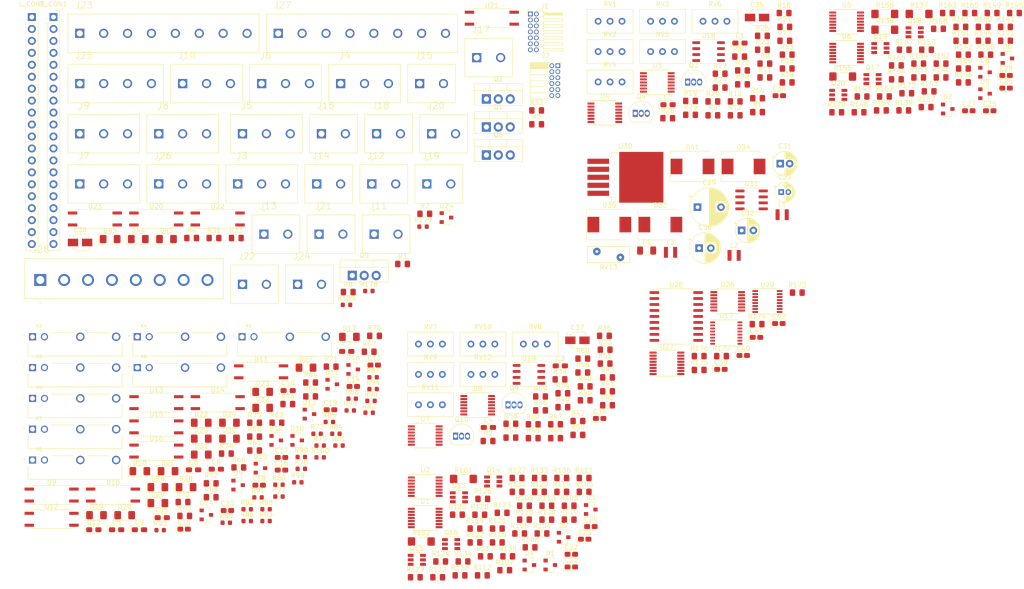
<source format=kicad_pcb>
(kicad_pcb (version 20171130) (host pcbnew "(5.1.5)-3")
  (title_block (title AutoPLC) (date 2021-11-11) (rev 0.1) (company CUJAE))
  (layers (0 F.Cu signal) (31 B.Cu signal) (34 B.Paste user hide) (35 F.Paste user) (36 B.SilkS user hide) (37 F.SilkS user) (38 B.Mask user hide) (39 F.Mask user hide) (44 Edge.Cuts user))
  (net 0 "")
  (net 1 "Net-(C1-Pad1)")
  (net 2 GND)
  (net 3 "Net-(C2-Pad1)")
  (net 4 "Net-(C3-Pad1)")
  (net 5 "Net-(C4-Pad1)")
  (net 6 "Net-(C5-Pad1)")
  (net 7 /D_COM)
  (net 8 "Net-(C6-Pad1)")
  (net 9 "Net-(C7-Pad1)")
  (net 10 "Net-(C8-Pad1)")
  (net 11 "Net-(C9-Pad1)")
  (net 12 "Net-(C10-Pad1)")
  (net 13 "Net-(C11-Pad1)")
  (net 14 "Net-(C12-Pad1)")
  (net 15 /RO_1)
  (net 16 /RO_2)
  (net 17 /RO_3)
  (net 18 /RO_4)
  (net 19 /RO_5)
  (net 20 /RO_6)
  (net 21 /RO_7)
  (net 22 /RO_8)
  (net 23 /A_IN_1)
  (net 24 /A_IN_2)
  (net 25 /A_IN_3)
  (net 26 /A_IN_4)
  (net 27 /A_IN_7)
  (net 28 /A_IN_5)
  (net 29 /A_IN_8)
  (net 30 /A_IN_6)
  (net 31 "Net-(C29-Pad1)")
  (net 32 "Net-(C30-Pad1)")
  (net 33 -12V)
  (net 34 "Net-(C33-Pad1)")
  (net 35 "Net-(C33-Pad2)")
  (net 36 "Net-(D17-Pad2)")
  (net 37 /PDIN_1)
  (net 38 /PDIN_2)
  (net 39 "Net-(D18-Pad2)")
  (net 40 /PDIN_3)
  (net 41 "Net-(D19-Pad2)")
  (net 42 "Net-(D20-Pad2)")
  (net 43 /PDIN_4)
  (net 44 "Net-(D21-Pad2)")
  (net 45 /PDIN_5)
  (net 46 /PDIN_6)
  (net 47 "Net-(D22-Pad2)")
  (net 48 "Net-(D23-Pad2)")
  (net 49 /PDIN_7)
  (net 50 /PDIN_8)
  (net 51 "Net-(D24-Pad2)")
  (net 52 "Net-(D25-Pad2)")
  (net 53 "Net-(D26-Pad2)")
  (net 54 "Net-(D27-Pad2)")
  (net 55 "Net-(D28-Pad2)")
  (net 56 "Net-(D29-Pad2)")
  (net 57 "Net-(D30-Pad2)")
  (net 58 "Net-(D31-Pad2)")
  (net 59 "Net-(D32-Pad2)")
  (net 60 "Net-(D41-Pad1)")
  (net 61 +12V)
  (net 62 "Net-(D43-Pad2)")
  (net 63 "Net-(D44-Pad2)")
  (net 64 "Net-(D45-Pad2)")
  (net 65 "Net-(F1-Pad1)")
  (net 66 +24V)
  (net 67 /SCK)
  (net 68 /SDI)
  (net 69 /Terminales/GPIO1)
  (net 70 /Terminales/GPIO3)
  (net 71 +3V3)
  (net 72 +5V)
  (net 73 VDD)
  (net 74 /Terminales/GPIO2)
  (net 75 /Terminales/TX)
  (net 76 /SDO)
  (net 77 /SDI_ET)
  (net 78 /RST)
  (net 79 /SS_ET)
  (net 80 /INT_ET)
  (net 81 /AIN_V_1)
  (net 82 /AIN_Cret_1)
  (net 83 /AIN_C_1)
  (net 84 /AIN_C_2)
  (net 85 /AIN_Cret_2)
  (net 86 /AIN_V_2)
  (net 87 /AIN_V_3)
  (net 88 /AIN_Cret_3)
  (net 89 /AIN_C_3)
  (net 90 /AIN_C_4)
  (net 91 /AIN_Cret_4)
  (net 92 /AIN_V_4)
  (net 93 /AIN_V_5)
  (net 94 /AIN_Cret_5)
  (net 95 /AIN_C_5)
  (net 96 /AIN_C_6)
  (net 97 /AIN_Cret_6)
  (net 98 /AIN_V_6)
  (net 99 /AIN_C_7)
  (net 100 /AIN_Cret_7)
  (net 101 /AIN_V_7)
  (net 102 /AIN_V_8)
  (net 103 /AIN_Cret_8)
  (net 104 /AIN_C_8)
  (net 105 /AOUT_V_1)
  (net 106 /VIN_AOUT_C1)
  (net 107 /AOUT_C1)
  (net 108 /AOUT_V_2)
  (net 109 /VIN_AOUT_C2)
  (net 110 /AOUT_C2)
  (net 111 /AOUT_V_3)
  (net 112 /AOUT_C3)
  (net 113 /VIN_AOUT_C3)
  (net 114 /AOUT_V_4)
  (net 115 /VIN_AOUT_C4)
  (net 116 /AOUT_C4)
  (net 117 /DIN1)
  (net 118 /DIN2)
  (net 119 /DIN3)
  (net 120 /DIN4)
  (net 121 /DIN5)
  (net 122 /DIN6)
  (net 123 /DIN7)
  (net 124 /DIN8)
  (net 125 /DO1_C1)
  (net 126 /DO2_C1)
  (net 127 /DO3_C1)
  (net 128 /DO4_C1)
  (net 129 /DO5_C1)
  (net 130 /DO6_C1)
  (net 131 /DO7_C1)
  (net 132 /DO8_C1)
  (net 133 /DO8_C2)
  (net 134 /DO7_C2)
  (net 135 /DO6_C2)
  (net 136 /DO5_C2)
  (net 137 /DO4_C2)
  (net 138 /DO3_C2)
  (net 139 /DO2_C2)
  (net 140 /DO1_C2)
  (net 141 "Net-(K1-PadA2)")
  (net 142 "Net-(K2-PadA2)")
  (net 143 "Net-(K3-PadA2)")
  (net 144 "Net-(K4-PadA2)")
  (net 145 "Net-(K5-PadA2)")
  (net 146 "Net-(K6-PadA2)")
  (net 147 "Net-(K7-PadA2)")
  (net 148 "Net-(K8-PadA2)")
  (net 149 /SS_IO_1)
  (net 150 "Net-(Q1-Pad1)")
  (net 151 "Net-(Q2-Pad1)")
  (net 152 "Net-(Q3-Pad2)")
  (net 153 "Net-(Q3-Pad3)")
  (net 154 "Net-(Q4-Pad3)")
  (net 155 "Net-(Q4-Pad2)")
  (net 156 "Net-(Q5-Pad1)")
  (net 157 "Net-(Q6-Pad1)")
  (net 158 "Net-(Q9-Pad2)")
  (net 159 "Net-(Q9-Pad3)")
  (net 160 "Net-(Q10-Pad3)")
  (net 161 "Net-(Q10-Pad2)")
  (net 162 "Net-(Q13-Pad6)")
  (net 163 "Net-(Q13-Pad4)")
  (net 164 "Net-(Q13-Pad1)")
  (net 165 "Net-(Q13-Pad2)")
  (net 166 "Net-(Q14-Pad6)")
  (net 167 "Net-(Q14-Pad4)")
  (net 168 "Net-(Q14-Pad1)")
  (net 169 "Net-(Q14-Pad2)")
  (net 170 "Net-(Q15-Pad1)")
  (net 171 "Net-(Q15-Pad2)")
  (net 172 "Net-(Q15-Pad4)")
  (net 173 "Net-(Q15-Pad6)")
  (net 174 "Net-(Q16-Pad1)")
  (net 175 "Net-(Q16-Pad2)")
  (net 176 "Net-(Q16-Pad4)")
  (net 177 "Net-(Q16-Pad6)")
  (net 178 "Net-(Q17-Pad1)")
  (net 179 "Net-(Q17-Pad2)")
  (net 180 "Net-(Q17-Pad4)")
  (net 181 "Net-(Q17-Pad6)")
  (net 182 "Net-(Q18-Pad1)")
  (net 183 "Net-(Q18-Pad2)")
  (net 184 "Net-(Q18-Pad4)")
  (net 185 "Net-(Q18-Pad6)")
  (net 186 "Net-(Q19-Pad6)")
  (net 187 "Net-(Q19-Pad4)")
  (net 188 "Net-(Q19-Pad1)")
  (net 189 "Net-(Q19-Pad2)")
  (net 190 "Net-(Q20-Pad6)")
  (net 191 "Net-(Q20-Pad4)")
  (net 192 "Net-(Q20-Pad1)")
  (net 193 "Net-(Q20-Pad2)")
  (net 194 "Net-(R11-Pad2)")
  (net 195 "Net-(R10-Pad1)")
  (net 196 "Net-(R11-Pad1)")
  (net 197 "Net-(R12-Pad1)")
  (net 198 "Net-(R13-Pad1)")
  (net 199 "Net-(R14-Pad1)")
  (net 200 "Net-(R15-Pad1)")
  (net 201 "Net-(R16-Pad1)")
  (net 202 "Net-(R18-Pad1)")
  (net 203 "Net-(R20-Pad1)")
  (net 204 "Net-(R21-Pad1)")
  (net 205 "Net-(R21-Pad2)")
  (net 206 "Net-(R22-Pad2)")
  (net 207 "Net-(R22-Pad1)")
  (net 208 "Net-(R23-Pad1)")
  (net 209 "Net-(R23-Pad2)")
  (net 210 "Net-(R24-Pad2)")
  (net 211 "Net-(R24-Pad1)")
  (net 212 "Net-(R26-Pad2)")
  (net 213 "Net-(R29-Pad2)")
  (net 214 "Net-(R39-Pad1)")
  (net 215 "Net-(R40-Pad1)")
  (net 216 "Net-(R41-Pad1)")
  (net 217 "Net-(R42-Pad1)")
  (net 218 "Net-(R43-Pad1)")
  (net 219 "Net-(R44-Pad1)")
  (net 220 "Net-(R45-Pad1)")
  (net 221 "Net-(R46-Pad1)")
  (net 222 "Net-(R48-Pad1)")
  (net 223 "Net-(R50-Pad1)")
  (net 224 "Net-(R51-Pad2)")
  (net 225 "Net-(R51-Pad1)")
  (net 226 "Net-(R52-Pad1)")
  (net 227 "Net-(R52-Pad2)")
  (net 228 "Net-(R53-Pad2)")
  (net 229 "Net-(R53-Pad1)")
  (net 230 "Net-(R54-Pad1)")
  (net 231 "Net-(R54-Pad2)")
  (net 232 "Net-(R56-Pad2)")
  (net 233 "Net-(R59-Pad2)")
  (net 234 "Net-(R103-Pad1)")
  (net 235 "Net-(R104-Pad1)")
  (net 236 "Net-(R105-Pad1)")
  (net 237 "Net-(R106-Pad1)")
  (net 238 "Net-(R107-Pad1)")
  (net 239 "Net-(R108-Pad1)")
  (net 240 /SEL_A1)
  (net 241 /SEL_A2)
  (net 242 "Net-(R121-Pad1)")
  (net 243 "Net-(R122-Pad1)")
  (net 244 "Net-(R123-Pad1)")
  (net 245 "Net-(R124-Pad1)")
  (net 246 "Net-(R125-Pad1)")
  (net 247 "Net-(R126-Pad1)")
  (net 248 /SEL_A3)
  (net 249 /SEL_A4)
  (net 250 "Net-(R139-Pad1)")
  (net 251 "Net-(R140-Pad1)")
  (net 252 "Net-(R141-Pad1)")
  (net 253 "Net-(R142-Pad1)")
  (net 254 "Net-(R143-Pad1)")
  (net 255 "Net-(R144-Pad1)")
  (net 256 /SEL_A7)
  (net 257 /SEL_A5)
  (net 258 "Net-(R157-Pad1)")
  (net 259 "Net-(R158-Pad1)")
  (net 260 "Net-(R159-Pad1)")
  (net 261 "Net-(R160-Pad1)")
  (net 262 "Net-(R161-Pad1)")
  (net 263 "Net-(R162-Pad1)")
  (net 264 /SEL_A8)
  (net 265 /SEL_A6)
  (net 266 "Net-(R173-Pad1)")
  (net 267 "Net-(R174-Pad2)")
  (net 268 "Net-(R175-Pad1)")
  (net 269 "Net-(R176-Pad1)")
  (net 270 "Net-(R177-Pad1)")
  (net 271 /INT_2)
  (net 272 /SS_IO_2)
  (net 273 "Net-(RV3-Pad2)")
  (net 274 "Net-(RV4-Pad2)")
  (net 275 "Net-(RV9-Pad2)")
  (net 276 "Net-(RV10-Pad2)")
  (net 277 /DIO_SPI/SDI_)
  (net 278 "Net-(U27-Pad1)")
  (net 279 "Net-(U27-Pad2)")
  (net 280 "Net-(U27-Pad3)")
  (net 281 "Net-(U27-Pad4)")
  (net 282 "Net-(U27-Pad5)")
  (net 283 "Net-(U27-Pad6)")
  (net 284 "Net-(U27-Pad7)")
  (net 285 "Net-(U27-Pad15)")
  (net 286 /Vin)
  (net 287 /Vx)
  (net 288 /Terminales/P_GPIO5)
  (net 289 /Terminales/P_GPIO6)
  (net 290 /Terminales/P_GPIO4)
  (net 291 "Net-(J13-Pad1)")
  (net 292 "Net-(J13-Pad2)")
  (net 293 "Net-(J16-Pad2)")
  (net 294 "Net-(J16-Pad1)")
  (net 295 "Net-(J19-Pad1)")
  (net 296 "Net-(J19-Pad2)")
  (net 297 "Net-(J22-Pad2)")
  (net 298 "Net-(J22-Pad1)")
  (net 299 /LD)
  (net 300 /Terminales/NPN_1)
  (net 301 /SS_DA_2)
  (net 302 /SS_DA_1)
  (net 303 /Terminales/VREF)
  (net 304 "Net-(R1-Pad1)")
  (net 305 "Net-(R2-Pad1)")
  (net 306 "Net-(R3-Pad1)")
  (net 307 "Net-(R4-Pad1)")
  (net 308 /Terminales/NPN_2)
  (net 309 /Terminales/NPN_3)
  (net 310 "Net-(R5-Pad1)")
  (net 311 "Net-(R6-Pad1)")
  (net 312 "Net-(R7-Pad1)")
  (net 313 /Terminales/NPN_4)
  (net 314 "Net-(R8-Pad2)")
  (net 315 "Net-(R31-Pad2)")
  (net 316 "Net-(R32-Pad2)")
  (net 317 "Net-(R33-Pad2)")
  (net 318 "Net-(R36-Pad1)")
  (module Capacitor_Tantalum_SMD:CP_EIA-2012-15_AVX-P_Pad1.30x1.05mm_HandSolder (layer F.Cu) (at 316.820001 70.855001)
    (fp_text reference C1 (at 0 -1.58) (layer F.SilkS))
    (fp_text value 1u)
    (pad 2 smd roundrect (at 0.975 0) (size 1.3 1.05) (layers F.Cu F.Paste F.Mask) (roundrect_rratio 0.238095) (net 2 GND))
    (pad 1 smd roundrect (at -0.975 0) (size 1.3 1.05) (layers F.Cu F.Paste F.Mask) (roundrect_rratio 0.238095) (net 1 "Net-(C1-Pad1)"))
  )
  (module Capacitor_Tantalum_SMD:CP_EIA-2012-15_AVX-P_Pad1.30x1.05mm_HandSolder (layer F.Cu) (at 301.530001 83.955001)
    (fp_text reference C2 (at 0 -1.58) (layer F.SilkS))
    (fp_text value 1u)
    (pad 2 smd roundrect (at 0.975 0) (size 1.3 1.05) (layers F.Cu F.Paste F.Mask) (roundrect_rratio 0.238095) (net 2 GND))
    (pad 1 smd roundrect (at -0.975 0) (size 1.3 1.05) (layers F.Cu F.Paste F.Mask) (roundrect_rratio 0.238095) (net 3 "Net-(C2-Pad1)"))
  )
  (module Capacitor_Tantalum_SMD:CP_EIA-2012-15_AVX-P_Pad1.30x1.05mm_HandSolder (layer F.Cu) (at 278.630001 139.475001)
    (fp_text reference C3 (at 0 -1.58) (layer F.SilkS))
    (fp_text value 1u)
    (pad 1 smd roundrect (at -0.975 0) (size 1.3 1.05) (layers F.Cu F.Paste F.Mask) (roundrect_rratio 0.238095) (net 4 "Net-(C3-Pad1)"))
    (pad 2 smd roundrect (at 0.975 0) (size 1.3 1.05) (layers F.Cu F.Paste F.Mask) (roundrect_rratio 0.238095) (net 2 GND))
  )
  (module Capacitor_Tantalum_SMD:CP_EIA-2012-15_AVX-P_Pad1.30x1.05mm_HandSolder (layer F.Cu) (at 263.340001 152.575001)
    (fp_text reference C4 (at 0 -1.58) (layer F.SilkS))
    (fp_text value 2u)
    (pad 1 smd roundrect (at -0.975 0) (size 1.3 1.05) (layers F.Cu F.Paste F.Mask) (roundrect_rratio 0.238095) (net 5 "Net-(C4-Pad1)"))
    (pad 2 smd roundrect (at 0.975 0) (size 1.3 1.05) (layers F.Cu F.Paste F.Mask) (roundrect_rratio 0.238095) (net 2 GND))
  )
  (module Capacitor_Tantalum_SMD:CP_EIA-2012-15_AVX-P_Pad1.30x1.05mm_HandSolder (layer F.Cu) (at 184.310001 174.315001)
    (fp_text reference C5 (at 0 -1.58) (layer F.SilkS))
    (fp_text value C)
    (pad 1 smd roundrect (at -0.975 0) (size 1.3 1.05) (layers F.Cu F.Paste F.Mask) (roundrect_rratio 0.238095) (net 6 "Net-(C5-Pad1)"))
    (pad 2 smd roundrect (at 0.975 0) (size 1.3 1.05) (layers F.Cu F.Paste F.Mask) (roundrect_rratio 0.238095) (net 7 /D_COM))
  )
  (module Capacitor_Tantalum_SMD:CP_EIA-2012-15_AVX-P_Pad1.30x1.05mm_HandSolder (layer F.Cu) (at 200.660001 161.575001)
    (fp_text reference C6 (at 0 -1.58) (layer F.SilkS))
    (fp_text value C)
    (pad 2 smd roundrect (at 0.975 0) (size 1.3 1.05) (layers F.Cu F.Paste F.Mask) (roundrect_rratio 0.238095) (net 7 /D_COM))
    (pad 1 smd roundrect (at -0.975 0) (size 1.3 1.05) (layers F.Cu F.Paste F.Mask) (roundrect_rratio 0.238095) (net 8 "Net-(C6-Pad1)"))
  )
  (module Capacitor_Tantalum_SMD:CP_EIA-2012-15_AVX-P_Pad1.30x1.05mm_HandSolder (layer F.Cu) (at 233.220001 136.415001)
    (fp_text reference C7 (at 0 -1.58) (layer F.SilkS))
    (fp_text value C)
    (pad 2 smd roundrect (at 0.975 0) (size 1.3 1.05) (layers F.Cu F.Paste F.Mask) (roundrect_rratio 0.238095) (net 7 /D_COM))
    (pad 1 smd roundrect (at -0.975 0) (size 1.3 1.05) (layers F.Cu F.Paste F.Mask) (roundrect_rratio 0.238095) (net 9 "Net-(C7-Pad1)"))
  )
  (module Capacitor_Tantalum_SMD:CP_EIA-2012-15_AVX-P_Pad1.30x1.05mm_HandSolder (layer F.Cu) (at 205.510001 161.445001)
    (fp_text reference C8 (at 0 -1.58) (layer F.SilkS))
    (fp_text value C)
    (pad 2 smd roundrect (at 0.975 0) (size 1.3 1.05) (layers F.Cu F.Paste F.Mask) (roundrect_rratio 0.238095) (net 7 /D_COM))
    (pad 1 smd roundrect (at -0.975 0) (size 1.3 1.05) (layers F.Cu F.Paste F.Mask) (roundrect_rratio 0.238095) (net 10 "Net-(C8-Pad1)"))
  )
  (module Capacitor_Tantalum_SMD:CP_EIA-2012-15_AVX-P_Pad1.30x1.05mm_HandSolder (layer F.Cu) (at 189.160001 174.315001)
    (fp_text reference C9 (at 0 -1.58) (layer F.SilkS))
    (fp_text value C)
    (pad 1 smd roundrect (at -0.975 0) (size 1.3 1.05) (layers F.Cu F.Paste F.Mask) (roundrect_rratio 0.238095) (net 11 "Net-(C9-Pad1)"))
    (pad 2 smd roundrect (at 0.975 0) (size 1.3 1.05) (layers F.Cu F.Paste F.Mask) (roundrect_rratio 0.238095) (net 7 /D_COM))
  )
  (module Capacitor_Tantalum_SMD:CP_EIA-2012-15_AVX-P_Pad1.30x1.05mm_HandSolder (layer F.Cu) (at 220.770001 144.725001)
    (fp_text reference C10 (at 0 -1.58) (layer F.SilkS))
    (fp_text value C)
    (pad 2 smd roundrect (at 0.975 0) (size 1.3 1.05) (layers F.Cu F.Paste F.Mask) (roundrect_rratio 0.238095) (net 7 /D_COM))
    (pad 1 smd roundrect (at -0.975 0) (size 1.3 1.05) (layers F.Cu F.Paste F.Mask) (roundrect_rratio 0.238095) (net 12 "Net-(C10-Pad1)"))
  )
  (module Capacitor_Tantalum_SMD:CP_EIA-2012-15_AVX-P_Pad1.30x1.05mm_HandSolder (layer F.Cu) (at 194.010001 171.745001)
    (fp_text reference C11 (at 0 -1.58) (layer F.SilkS))
    (fp_text value C)
    (pad 1 smd roundrect (at -0.975 0) (size 1.3 1.05) (layers F.Cu F.Paste F.Mask) (roundrect_rratio 0.238095) (net 13 "Net-(C11-Pad1)"))
    (pad 2 smd roundrect (at 0.975 0) (size 1.3 1.05) (layers F.Cu F.Paste F.Mask) (roundrect_rratio 0.238095) (net 7 /D_COM))
  )
  (module Capacitor_Tantalum_SMD:CP_EIA-2012-15_AVX-P_Pad1.30x1.05mm_HandSolder (layer F.Cu) (at 179.460001 174.315001)
    (fp_text reference C12 (at 0 -1.58) (layer F.SilkS))
    (fp_text value C)
    (pad 1 smd roundrect (at -0.975 0) (size 1.3 1.05) (layers F.Cu F.Paste F.Mask) (roundrect_rratio 0.238095) (net 14 "Net-(C12-Pad1)"))
    (pad 2 smd roundrect (at 0.975 0) (size 1.3 1.05) (layers F.Cu F.Paste F.Mask) (roundrect_rratio 0.238095) (net 7 /D_COM))
  )
  (module Capacitor_Tantalum_SMD:CP_EIA-1608-10_AVX-L_Pad1.25x1.05mm_HandSolder (layer F.Cu) (at 239.070001 139.305001)
    (fp_text reference C13 (at 0 -1.48) (layer F.SilkS))
    (fp_text value C)
    (pad 1 smd roundrect (at -0.8 0) (size 1.25 1.05) (layers F.Cu F.Paste F.Mask) (roundrect_rratio 0.238095) (net 15 /RO_1))
    (pad 2 smd roundrect (at 0.8 0) (size 1.25 1.05) (layers F.Cu F.Paste F.Mask) (roundrect_rratio 0.238095) (net 2 GND))
  )
  (module Capacitor_Tantalum_SMD:CP_EIA-1608-10_AVX-L_Pad1.25x1.05mm_HandSolder (layer F.Cu) (at 234.620001 143.855001)
    (fp_text reference C14 (at 0 -1.48) (layer F.SilkS))
    (fp_text value C)
    (pad 2 smd roundrect (at 0.8 0) (size 1.25 1.05) (layers F.Cu F.Paste F.Mask) (roundrect_rratio 0.238095) (net 2 GND))
    (pad 1 smd roundrect (at -0.8 0) (size 1.25 1.05) (layers F.Cu F.Paste F.Mask) (roundrect_rratio 0.238095) (net 16 /RO_2))
  )
  (module Capacitor_Tantalum_SMD:CP_EIA-1608-10_AVX-L_Pad1.25x1.05mm_HandSolder (layer F.Cu) (at 198.660001 174.195001)
    (fp_text reference C15 (at 0 -1.48) (layer F.SilkS))
    (fp_text value C)
    (pad 1 smd roundrect (at -0.8 0) (size 1.25 1.05) (layers F.Cu F.Paste F.Mask) (roundrect_rratio 0.238095) (net 17 /RO_3))
    (pad 2 smd roundrect (at 0.8 0) (size 1.25 1.05) (layers F.Cu F.Paste F.Mask) (roundrect_rratio 0.238095) (net 2 GND))
  )
  (module Capacitor_Tantalum_SMD:CP_EIA-1608-10_AVX-L_Pad1.25x1.05mm_HandSolder (layer F.Cu) (at 219.360001 161.635001)
    (fp_text reference C16 (at 0 -1.48) (layer F.SilkS))
    (fp_text value C)
    (pad 1 smd roundrect (at -0.8 0) (size 1.25 1.05) (layers F.Cu F.Paste F.Mask) (roundrect_rratio 0.238095) (net 18 /RO_4))
    (pad 2 smd roundrect (at 0.8 0) (size 1.25 1.05) (layers F.Cu F.Paste F.Mask) (roundrect_rratio 0.238095) (net 2 GND))
  )
  (module Capacitor_Tantalum_SMD:CP_EIA-1608-10_AVX-L_Pad1.25x1.05mm_HandSolder (layer F.Cu) (at 219.360001 158.945001)
    (fp_text reference C17 (at 0 -1.48) (layer F.SilkS))
    (fp_text value C)
    (pad 2 smd roundrect (at 0.8 0) (size 1.25 1.05) (layers F.Cu F.Paste F.Mask) (roundrect_rratio 0.238095) (net 2 GND))
    (pad 1 smd roundrect (at -0.8 0) (size 1.25 1.05) (layers F.Cu F.Paste F.Mask) (roundrect_rratio 0.238095) (net 19 /RO_5))
  )
  (module Capacitor_Tantalum_SMD:CP_EIA-1608-10_AVX-L_Pad1.25x1.05mm_HandSolder (layer F.Cu) (at 214.610001 164.845001)
    (fp_text reference C18 (at 0 -1.48) (layer F.SilkS))
    (fp_text value C)
    (pad 1 smd roundrect (at -0.8 0) (size 1.25 1.05) (layers F.Cu F.Paste F.Mask) (roundrect_rratio 0.238095) (net 20 /RO_6))
    (pad 2 smd roundrect (at 0.8 0) (size 1.25 1.05) (layers F.Cu F.Paste F.Mask) (roundrect_rratio 0.238095) (net 2 GND))
  )
  (module Capacitor_Tantalum_SMD:CP_EIA-1608-10_AVX-L_Pad1.25x1.05mm_HandSolder (layer F.Cu) (at 229.770001 148.805001)
    (fp_text reference C19 (at 0 -1.48) (layer F.SilkS))
    (fp_text value C)
    (pad 2 smd roundrect (at 0.8 0) (size 1.25 1.05) (layers F.Cu F.Paste F.Mask) (roundrect_rratio 0.238095) (net 2 GND))
    (pad 1 smd roundrect (at -0.8 0) (size 1.25 1.05) (layers F.Cu F.Paste F.Mask) (roundrect_rratio 0.238095) (net 21 /RO_7))
  )
  (module Capacitor_Tantalum_SMD:CP_EIA-1608-10_AVX-L_Pad1.25x1.05mm_HandSolder (layer F.Cu) (at 207.860001 170.225001)
    (fp_text reference C20 (at 0 -1.48) (layer F.SilkS))
    (fp_text value C)
    (pad 1 smd roundrect (at -0.8 0) (size 1.25 1.05) (layers F.Cu F.Paste F.Mask) (roundrect_rratio 0.238095) (net 22 /RO_8))
    (pad 2 smd roundrect (at 0.8 0) (size 1.25 1.05) (layers F.Cu F.Paste F.Mask) (roundrect_rratio 0.238095) (net 2 GND))
  )
  (module Capacitor_Tantalum_SMD:CP_EIA-1608-10_AVX-L_Pad1.25x1.05mm_HandSolder (layer F.Cu) (at 280.970001 182.225001)
    (fp_text reference C21 (at 0 -1.48) (layer F.SilkS))
    (fp_text value 100n)
    (pad 2 smd roundrect (at 0.8 0) (size 1.25 1.05) (layers F.Cu F.Paste F.Mask) (roundrect_rratio 0.238095) (net 2 GND))
    (pad 1 smd roundrect (at -0.8 0) (size 1.25 1.05) (layers F.Cu F.Paste F.Mask) (roundrect_rratio 0.238095) (net 23 /A_IN_1))
  )
  (module Capacitor_Tantalum_SMD:CP_EIA-1608-10_AVX-L_Pad1.25x1.05mm_HandSolder (layer F.Cu) (at 280.970001 179.535001)
    (fp_text reference C22 (at 0 -1.48) (layer F.SilkS))
    (fp_text value 100n)
    (pad 2 smd roundrect (at 0.8 0) (size 1.25 1.05) (layers F.Cu F.Paste F.Mask) (roundrect_rratio 0.238095) (net 2 GND))
    (pad 1 smd roundrect (at -0.8 0) (size 1.25 1.05) (layers F.Cu F.Paste F.Mask) (roundrect_rratio 0.238095) (net 24 /A_IN_2))
  )
  (module Capacitor_Tantalum_SMD:CP_EIA-1608-10_AVX-L_Pad1.25x1.05mm_HandSolder (layer F.Cu) (at 283.810001 176.325001)
    (fp_text reference C23 (at 0 -1.48) (layer F.SilkS))
    (fp_text value 100n)
    (pad 2 smd roundrect (at 0.8 0) (size 1.25 1.05) (layers F.Cu F.Paste F.Mask) (roundrect_rratio 0.238095) (net 2 GND))
    (pad 1 smd roundrect (at -0.8 0) (size 1.25 1.05) (layers F.Cu F.Paste F.Mask) (roundrect_rratio 0.238095) (net 25 /A_IN_3))
  )
  (module Capacitor_Tantalum_SMD:CP_EIA-1608-10_AVX-L_Pad1.25x1.05mm_HandSolder (layer F.Cu) (at 285.130001 173.635001)
    (fp_text reference C24 (at 0 -1.48) (layer F.SilkS))
    (fp_text value 100n)
    (pad 2 smd roundrect (at 0.8 0) (size 1.25 1.05) (layers F.Cu F.Paste F.Mask) (roundrect_rratio 0.238095) (net 2 GND))
    (pad 1 smd roundrect (at -0.8 0) (size 1.25 1.05) (layers F.Cu F.Paste F.Mask) (roundrect_rratio 0.238095) (net 26 /A_IN_4))
  )
  (module Capacitor_Tantalum_SMD:CP_EIA-1608-10_AVX-L_Pad1.25x1.05mm_HandSolder (layer F.Cu) (at 369.910001 85.245001)
    (fp_text reference C25 (at 0 -1.48) (layer F.SilkS))
    (fp_text value 100n)
    (pad 1 smd roundrect (at -0.8 0) (size 1.25 1.05) (layers F.Cu F.Paste F.Mask) (roundrect_rratio 0.238095) (net 27 /A_IN_7))
    (pad 2 smd roundrect (at 0.8 0) (size 1.25 1.05) (layers F.Cu F.Paste F.Mask) (roundrect_rratio 0.238095) (net 2 GND))
  )
  (module Capacitor_Tantalum_SMD:CP_EIA-1608-10_AVX-L_Pad1.25x1.05mm_HandSolder (layer F.Cu) (at 373.390001 80.435001)
    (fp_text reference C26 (at 0 -1.48) (layer F.SilkS))
    (fp_text value 100n)
    (pad 1 smd roundrect (at -0.8 0) (size 1.25 1.05) (layers F.Cu F.Paste F.Mask) (roundrect_rratio 0.238095) (net 28 /A_IN_5))
    (pad 2 smd roundrect (at 0.8 0) (size 1.25 1.05) (layers F.Cu F.Paste F.Mask) (roundrect_rratio 0.238095) (net 2 GND))
  )
  (module Capacitor_Tantalum_SMD:CP_EIA-1608-10_AVX-L_Pad1.25x1.05mm_HandSolder (layer F.Cu) (at 365.460001 85.245001)
    (fp_text reference C27 (at 0 -1.48) (layer F.SilkS))
    (fp_text value 100n)
    (pad 1 smd roundrect (at -0.8 0) (size 1.25 1.05) (layers F.Cu F.Paste F.Mask) (roundrect_rratio 0.238095) (net 29 /A_IN_8))
    (pad 2 smd roundrect (at 0.8 0) (size 1.25 1.05) (layers F.Cu F.Paste F.Mask) (roundrect_rratio 0.238095) (net 2 GND))
  )
  (module Capacitor_Tantalum_SMD:CP_EIA-1608-10_AVX-L_Pad1.25x1.05mm_HandSolder (layer F.Cu) (at 373.390001 77.745001)
    (fp_text reference C28 (at 0 -1.48) (layer F.SilkS))
    (fp_text value 100n)
    (pad 2 smd roundrect (at 0.8 0) (size 1.25 1.05) (layers F.Cu F.Paste F.Mask) (roundrect_rratio 0.238095) (net 2 GND))
    (pad 1 smd roundrect (at -0.8 0) (size 1.25 1.05) (layers F.Cu F.Paste F.Mask) (roundrect_rratio 0.238095) (net 30 /A_IN_6))
  )
  (module Capacitor_THT:CP_Radial_D8.0mm_P5.00mm (layer F.Cu) (at 307.794699 105.745001)
    (fp_text reference C29 (at 2.5 -5.25) (layer F.SilkS))
    (fp_text value 100uF)
    (pad 1 thru_hole rect (at 0 0) (size 1.6 1.6) (drill 0.8) (layers *.Cu *.Mask) (net 31 "Net-(C29-Pad1)"))
    (pad 2 thru_hole circle (at 5 0) (size 1.6 1.6) (drill 0.8) (layers *.Cu *.Mask) (net 2 GND))
  )
  (module Capacitor_THT:CP_Radial_D6.3mm_P2.50mm (layer F.Cu) (at 308.135242 114.445001)
    (fp_text reference C30 (at 1.25 -4.4) (layer F.SilkS))
    (fp_text value 220uF)
    (pad 1 thru_hole rect (at 0 0) (size 1.6 1.6) (drill 0.8) (layers *.Cu *.Mask) (net 32 "Net-(C30-Pad1)"))
    (pad 2 thru_hole circle (at 2.5 0) (size 1.6 1.6) (drill 0.8) (layers *.Cu *.Mask) (net 2 GND))
  )
  (module Capacitor_THT:CP_Radial_D5.0mm_P2.00mm (layer F.Cu) (at 325.379776 96.495001)
    (fp_text reference C31 (at 1 -3.75) (layer F.SilkS))
    (fp_text value 10uF)
    (pad 1 thru_hole rect (at 0 0) (size 1.6 1.6) (drill 0.8) (layers *.Cu *.Mask) (net 2 GND))
    (pad 2 thru_hole circle (at 2 0) (size 1.6 1.6) (drill 0.8) (layers *.Cu *.Mask) (net 33 -12V))
  )
  (module Capacitor_THT:CP_Radial_D5.0mm_P2.50mm (layer F.Cu) (at 317.179776 110.695001)
    (fp_text reference C32 (at 1.25 -3.75) (layer F.SilkS))
    (fp_text value 100uF)
    (pad 1 thru_hole rect (at 0 0) (size 1.6 1.6) (drill 0.8) (layers *.Cu *.Mask) (net 61 +12V))
    (pad 2 thru_hole circle (at 2.5 0) (size 1.6 1.6) (drill 0.8) (layers *.Cu *.Mask) (net 2 GND))
  )
  (module Capacitor_THT:CP_Radial_D4.0mm_P1.50mm (layer F.Cu) (at 325.594802 102.545001)
    (fp_text reference C33 (at 0.75 -3.25) (layer F.SilkS))
    (fp_text value 10uF)
    (pad 1 thru_hole rect (at 0 0) (size 1.2 1.2) (drill 0.6) (layers *.Cu *.Mask) (net 34 "Net-(C33-Pad1)"))
    (pad 2 thru_hole circle (at 1.5 0) (size 1.2 1.2) (drill 0.6) (layers *.Cu *.Mask) (net 35 "Net-(C33-Pad2)"))
  )
  (module Capacitor_Tantalum_SMD:CP_EIA-1608-08_AVX-J_Pad1.25x1.05mm_HandSolder (layer F.Cu) (at 325.180001 82.045001)
    (fp_text reference C34 (at 0 -1.48) (layer F.SilkS))
    (fp_text value 0.1u)
    (pad 2 smd roundrect (at 0.8 0) (size 1.25 1.05) (layers F.Cu F.Paste F.Mask) (roundrect_rratio 0.238095) (net 73 VDD))
    (pad 1 smd roundrect (at -0.8 0) (size 1.25 1.05) (layers F.Cu F.Paste F.Mask) (roundrect_rratio 0.238095) (net 2 GND))
  )
  (module Capacitor_SMD:CP_Elec_3x5.3 (layer F.Cu) (at 320.450001 65.425001)
    (fp_text reference C35 (at 0 -2.7) (layer F.SilkS))
    (fp_text value 10u)
    (pad 1 smd rect (at -1.5 0) (size 2.2 1.6) (layers F.Cu F.Paste F.Mask) (net 2 GND))
    (pad 2 smd rect (at 1.5 0) (size 2.2 1.6) (layers F.Cu F.Paste F.Mask) (net 73 VDD))
  )
  (module Capacitor_Tantalum_SMD:CP_EIA-1608-08_AVX-J_Pad1.25x1.05mm_HandSolder (layer F.Cu) (at 286.990001 150.665001)
    (fp_text reference C36 (at 0 -1.48) (layer F.SilkS))
    (fp_text value 0.1u)
    (pad 2 smd roundrect (at 0.8 0) (size 1.25 1.05) (layers F.Cu F.Paste F.Mask) (roundrect_rratio 0.238095) (net 73 VDD))
    (pad 1 smd roundrect (at -0.8 0) (size 1.25 1.05) (layers F.Cu F.Paste F.Mask) (roundrect_rratio 0.238095) (net 2 GND))
  )
  (module Capacitor_SMD:CP_Elec_3x5.3 (layer F.Cu) (at 282.260001 134.045001)
    (fp_text reference C37 (at 0 -2.7) (layer F.SilkS))
    (fp_text value 10u)
    (pad 2 smd rect (at 1.5 0) (size 2.2 1.6) (layers F.Cu F.Paste F.Mask) (net 73 VDD))
    (pad 1 smd rect (at -1.5 0) (size 2.2 1.6) (layers F.Cu F.Paste F.Mask) (net 2 GND))
  )
  (module Capacitor_SMD:CP_Elec_3x5.3 (layer F.Cu) (at 176.540001 113.255001)
    (fp_text reference C38 (at 0 -2.7) (layer F.SilkS))
    (fp_text value 10u)
    (pad 1 smd rect (at -1.5 0) (size 2.2 1.6) (layers F.Cu F.Paste F.Mask) (net 72 +5V))
    (pad 2 smd rect (at 1.5 0) (size 2.2 1.6) (layers F.Cu F.Paste F.Mask) (net 2 GND))
  )
  (module Capacitor_Tantalum_SMD:CP_EIA-1608-08_AVX-J_Pad1.25x1.05mm_HandSolder (layer F.Cu) (at 312.770001 140.225001)
    (fp_text reference C39 (at 0 -1.48) (layer F.SilkS))
    (fp_text value 0.1u)
    (pad 1 smd roundrect (at -0.8 0) (size 1.25 1.05) (layers F.Cu F.Paste F.Mask) (roundrect_rratio 0.238095) (net 73 VDD))
    (pad 2 smd roundrect (at 0.8 0) (size 1.25 1.05) (layers F.Cu F.Paste F.Mask) (roundrect_rratio 0.238095) (net 2 GND))
  )
  (module Capacitor_Tantalum_SMD:CP_EIA-1608-08_AVX-J_Pad1.25x1.05mm_HandSolder (layer F.Cu) (at 317.520001 137.275001)
    (fp_text reference C40 (at 0 -1.48) (layer F.SilkS))
    (fp_text value 0.1u)
    (pad 2 smd roundrect (at 0.8 0) (size 1.25 1.05) (layers F.Cu F.Paste F.Mask) (roundrect_rratio 0.238095) (net 2 GND))
    (pad 1 smd roundrect (at -0.8 0) (size 1.25 1.05) (layers F.Cu F.Paste F.Mask) (roundrect_rratio 0.238095) (net 73 VDD))
  )
  (module Capacitor_Tantalum_SMD:CP_EIA-1608-08_AVX-J_Pad1.25x1.05mm_HandSolder (layer F.Cu) (at 320.330001 133.425001)
    (fp_text reference C41 (at 0 -1.48) (layer F.SilkS))
    (fp_text value 0.1u)
    (pad 1 smd roundrect (at -0.8 0) (size 1.25 1.05) (layers F.Cu F.Paste F.Mask) (roundrect_rratio 0.238095) (net 73 VDD))
    (pad 2 smd roundrect (at 0.8 0) (size 1.25 1.05) (layers F.Cu F.Paste F.Mask) (roundrect_rratio 0.238095) (net 2 GND))
  )
  (module Capacitor_Tantalum_SMD:CP_EIA-1608-08_AVX-J_Pad1.25x1.05mm_HandSolder (layer F.Cu) (at 325.080001 130.475001)
    (fp_text reference C42 (at 0 -1.48) (layer F.SilkS))
    (fp_text value 0.1u)
    (pad 1 smd roundrect (at -0.8 0) (size 1.25 1.05) (layers F.Cu F.Paste F.Mask) (roundrect_rratio 0.238095) (net 73 VDD))
    (pad 2 smd roundrect (at 0.8 0) (size 1.25 1.05) (layers F.Cu F.Paste F.Mask) (roundrect_rratio 0.238095) (net 2 GND))
  )
  (module Package_TO_SOT_SMD:SOT-23 (layer F.Cu) (at 276.500001 181.815001)
    (fp_text reference D1 (at 0 -2.5) (layer F.SilkS))
    (fp_text value 5v)
    (pad 3 smd rect (at 1 0) (size 0.9 0.8) (layers F.Cu F.Paste F.Mask))
    (pad 2 smd rect (at -1 0.95) (size 0.9 0.8) (layers F.Cu F.Paste F.Mask) (net 2 GND))
    (pad 1 smd rect (at -1 -0.95) (size 0.9 0.8) (layers F.Cu F.Paste F.Mask) (net 23 /A_IN_1))
  )
  (module Package_TO_SOT_SMD:SOT-23 (layer F.Cu) (at 279.340001 175.915001)
    (fp_text reference D2 (at 0 -2.5) (layer F.SilkS))
    (fp_text value 5v)
    (pad 1 smd rect (at -1 -0.95) (size 0.9 0.8) (layers F.Cu F.Paste F.Mask) (net 24 /A_IN_2))
    (pad 2 smd rect (at -1 0.95) (size 0.9 0.8) (layers F.Cu F.Paste F.Mask) (net 2 GND))
    (pad 3 smd rect (at 1 0) (size 0.9 0.8) (layers F.Cu F.Paste F.Mask))
  )
  (module Package_TO_SOT_SMD:SOT-23 (layer F.Cu) (at 285.110001 170.015001)
    (fp_text reference D3 (at 0 -2.5) (layer F.SilkS))
    (fp_text value 5v)
    (pad 3 smd rect (at 1 0) (size 0.9 0.8) (layers F.Cu F.Paste F.Mask))
    (pad 2 smd rect (at -1 0.95) (size 0.9 0.8) (layers F.Cu F.Paste F.Mask) (net 2 GND))
    (pad 1 smd rect (at -1 -0.95) (size 0.9 0.8) (layers F.Cu F.Paste F.Mask) (net 25 /A_IN_3))
  )
  (module Package_TO_SOT_SMD:SOT-23 (layer F.Cu) (at 272.050001 181.815001)
    (fp_text reference D4 (at 0 -2.5) (layer F.SilkS))
    (fp_text value 5v)
    (pad 1 smd rect (at -1 -0.95) (size 0.9 0.8) (layers F.Cu F.Paste F.Mask) (net 26 /A_IN_4))
    (pad 2 smd rect (at -1 0.95) (size 0.9 0.8) (layers F.Cu F.Paste F.Mask) (net 2 GND))
    (pad 3 smd rect (at 1 0) (size 0.9 0.8) (layers F.Cu F.Paste F.Mask))
  )
  (module Package_TO_SOT_SMD:SOT-23 (layer F.Cu) (at 368.920001 81.625001)
    (fp_text reference D5 (at 0 -2.5) (layer F.SilkS))
    (fp_text value 5v)
    (pad 1 smd rect (at -1 -0.95) (size 0.9 0.8) (layers F.Cu F.Paste F.Mask) (net 27 /A_IN_7))
    (pad 2 smd rect (at -1 0.95) (size 0.9 0.8) (layers F.Cu F.Paste F.Mask) (net 2 GND))
    (pad 3 smd rect (at 1 0) (size 0.9 0.8) (layers F.Cu F.Paste F.Mask))
  )
  (module Package_TO_SOT_SMD:SOT-23 (layer F.Cu) (at 373.670001 74.125001)
    (fp_text reference D6 (at 0 -2.5) (layer F.SilkS))
    (fp_text value 5v)
    (pad 3 smd rect (at 1 0) (size 0.9 0.8) (layers F.Cu F.Paste F.Mask))
    (pad 2 smd rect (at -1 0.95) (size 0.9 0.8) (layers F.Cu F.Paste F.Mask) (net 2 GND))
    (pad 1 smd rect (at -1 -0.95) (size 0.9 0.8) (layers F.Cu F.Paste F.Mask) (net 28 /A_IN_5))
  )
  (module Package_TO_SOT_SMD:SOT-23 (layer F.Cu) (at 360.990001 84.875001)
    (fp_text reference D7 (at 0 -2.5) (layer F.SilkS))
    (fp_text value 5v)
    (pad 1 smd rect (at -1 -0.95) (size 0.9 0.8) (layers F.Cu F.Paste F.Mask) (net 29 /A_IN_8))
    (pad 2 smd rect (at -1 0.95) (size 0.9 0.8) (layers F.Cu F.Paste F.Mask) (net 2 GND))
    (pad 3 smd rect (at 1 0) (size 0.9 0.8) (layers F.Cu F.Paste F.Mask))
  )
  (module Package_TO_SOT_SMD:SOT-23 (layer F.Cu) (at 368.920001 77.075001)
    (fp_text reference D8 (at 0 -2.5) (layer F.SilkS))
    (fp_text value 5v)
    (pad 1 smd rect (at -1 -0.95) (size 0.9 0.8) (layers F.Cu F.Paste F.Mask) (net 30 /A_IN_6))
    (pad 2 smd rect (at -1 0.95) (size 0.9 0.8) (layers F.Cu F.Paste F.Mask) (net 2 GND))
    (pad 3 smd rect (at 1 0) (size 0.9 0.8) (layers F.Cu F.Paste F.Mask))
  )
  (module Package_TO_SOT_SMD:SOT-23 (layer F.Cu) (at 210.140001 164.825001)
    (fp_text reference D9 (at 0 -2.5) (layer F.SilkS))
    (fp_text value 1.5)
    (pad 1 smd rect (at -1 -0.95) (size 0.9 0.8) (layers F.Cu F.Paste F.Mask) (net 6 "Net-(C5-Pad1)"))
    (pad 2 smd rect (at -1 0.95) (size 0.9 0.8) (layers F.Cu F.Paste F.Mask) (net 7 /D_COM))
    (pad 3 smd rect (at 1 0) (size 0.9 0.8) (layers F.Cu F.Paste F.Mask))
  )
  (module Package_TO_SOT_SMD:SOT-23 (layer F.Cu) (at 222.690001 155.325001)
    (fp_text reference D10 (at 0 -2.5) (layer F.SilkS))
    (fp_text value 1.5)
    (pad 1 smd rect (at -1 -0.95) (size 0.9 0.8) (layers F.Cu F.Paste F.Mask) (net 8 "Net-(C6-Pad1)"))
    (pad 2 smd rect (at -1 0.95) (size 0.9 0.8) (layers F.Cu F.Paste F.Mask) (net 7 /D_COM))
    (pad 3 smd rect (at 1 0) (size 0.9 0.8) (layers F.Cu F.Paste F.Mask))
  )
  (module Package_TO_SOT_SMD:SOT-23 (layer F.Cu) (at 230.150001 143.395001)
    (fp_text reference D11 (at 0 -2.5) (layer F.SilkS))
    (fp_text value 1.5)
    (pad 3 smd rect (at 1 0) (size 0.9 0.8) (layers F.Cu F.Paste F.Mask))
    (pad 2 smd rect (at -1 0.95) (size 0.9 0.8) (layers F.Cu F.Paste F.Mask) (net 7 /D_COM))
    (pad 1 smd rect (at -1 -0.95) (size 0.9 0.8) (layers F.Cu F.Paste F.Mask) (net 9 "Net-(C7-Pad1)"))
  )
  (module Package_TO_SOT_SMD:SOT-23 (layer F.Cu) (at 218.240001 155.325001)
    (fp_text reference D12 (at 0 -2.5) (layer F.SilkS))
    (fp_text value 1.5)
    (pad 1 smd rect (at -1 -0.95) (size 0.9 0.8) (layers F.Cu F.Paste F.Mask) (net 10 "Net-(C8-Pad1)"))
    (pad 2 smd rect (at -1 0.95) (size 0.9 0.8) (layers F.Cu F.Paste F.Mask) (net 7 /D_COM))
    (pad 3 smd rect (at 1 0) (size 0.9 0.8) (layers F.Cu F.Paste F.Mask))
  )
  (module Package_TO_SOT_SMD:SOT-23 (layer F.Cu) (at 225.300001 149.735001)
    (fp_text reference D13 (at 0 -2.5) (layer F.SilkS))
    (fp_text value 1.5)
    (pad 3 smd rect (at 1 0) (size 0.9 0.8) (layers F.Cu F.Paste F.Mask))
    (pad 2 smd rect (at -1 0.95) (size 0.9 0.8) (layers F.Cu F.Paste F.Mask) (net 7 /D_COM))
    (pad 1 smd rect (at -1 -0.95) (size 0.9 0.8) (layers F.Cu F.Paste F.Mask) (net 11 "Net-(C9-Pad1)"))
  )
  (module Package_TO_SOT_SMD:SOT-23 (layer F.Cu) (at 203.390001 171.155001)
    (fp_text reference D14 (at 0 -2.5) (layer F.SilkS))
    (fp_text value 1.5)
    (pad 3 smd rect (at 1 0) (size 0.9 0.8) (layers F.Cu F.Paste F.Mask))
    (pad 2 smd rect (at -1 0.95) (size 0.9 0.8) (layers F.Cu F.Paste F.Mask) (net 7 /D_COM))
    (pad 1 smd rect (at -1 -0.95) (size 0.9 0.8) (layers F.Cu F.Paste F.Mask) (net 12 "Net-(C10-Pad1)"))
  )
  (module Package_TO_SOT_SMD:SOT-23 (layer F.Cu) (at 214.890001 161.225001)
    (fp_text reference D15 (at 0 -2.5) (layer F.SilkS))
    (fp_text value 1.5)
    (pad 3 smd rect (at 1 0) (size 0.9 0.8) (layers F.Cu F.Paste F.Mask))
    (pad 2 smd rect (at -1 0.95) (size 0.9 0.8) (layers F.Cu F.Paste F.Mask) (net 7 /D_COM))
    (pad 1 smd rect (at -1 -0.95) (size 0.9 0.8) (layers F.Cu F.Paste F.Mask) (net 13 "Net-(C11-Pad1)"))
  )
  (module Package_TO_SOT_SMD:SOT-23 (layer F.Cu) (at 234.600001 140.235001)
    (fp_text reference D16 (at 0 -2.5) (layer F.SilkS))
    (fp_text value 1.5)
    (pad 1 smd rect (at -1 -0.95) (size 0.9 0.8) (layers F.Cu F.Paste F.Mask) (net 14 "Net-(C12-Pad1)"))
    (pad 2 smd rect (at -1 0.95) (size 0.9 0.8) (layers F.Cu F.Paste F.Mask) (net 7 /D_COM))
    (pad 3 smd rect (at 1 0) (size 0.9 0.8) (layers F.Cu F.Paste F.Mask))
  )
  (module LED_SMD:LED_1206_3216Metric_Pad1.42x1.75mm_HandSolder (layer F.Cu) (at 233.795001 133.315001)
    (fp_text reference D17 (at 0 -1.82) (layer F.SilkS))
    (fp_text value LED)
    (pad 2 smd roundrect (at 1.4875 0) (size 1.425 1.75) (layers F.Cu F.Paste F.Mask) (roundrect_rratio 0.175439) (net 36 "Net-(D17-Pad2)"))
    (pad 1 smd roundrect (at -1.4875 0) (size 1.425 1.75) (layers F.Cu F.Paste F.Mask) (roundrect_rratio 0.175439) (net 37 /PDIN_1))
  )
  (module LED_SMD:LED_1206_3216Metric_Pad1.42x1.75mm_HandSolder (layer F.Cu) (at 189.255001 161.865001)
    (fp_text reference D18 (at 0 -1.82) (layer F.SilkS))
    (fp_text value LED)
    (pad 1 smd roundrect (at -1.4875 0) (size 1.425 1.75) (layers F.Cu F.Paste F.Mask) (roundrect_rratio 0.175439) (net 38 /PDIN_2))
    (pad 2 smd roundrect (at 1.4875 0) (size 1.425 1.75) (layers F.Cu F.Paste F.Mask) (roundrect_rratio 0.175439) (net 39 "Net-(D18-Pad2)"))
  )
  (module LED_SMD:LED_1206_3216Metric_Pad1.42x1.75mm_HandSolder (layer F.Cu) (at 180.035001 171.215001)
    (fp_text reference D19 (at 0 -1.82) (layer F.SilkS))
    (fp_text value LED)
    (pad 2 smd roundrect (at 1.4875 0) (size 1.425 1.75) (layers F.Cu F.Paste F.Mask) (roundrect_rratio 0.175439) (net 41 "Net-(D19-Pad2)"))
    (pad 1 smd roundrect (at -1.4875 0) (size 1.425 1.75) (layers F.Cu F.Paste F.Mask) (roundrect_rratio 0.175439) (net 40 /PDIN_3))
  )
  (module LED_SMD:LED_1206_3216Metric_Pad1.42x1.75mm_HandSolder (layer F.Cu) (at 186.025001 171.215001)
    (fp_text reference D20 (at 0 -1.82) (layer F.SilkS))
    (fp_text value LED)
    (pad 2 smd roundrect (at 1.4875 0) (size 1.425 1.75) (layers F.Cu F.Paste F.Mask) (roundrect_rratio 0.175439) (net 42 "Net-(D20-Pad2)"))
    (pad 1 smd roundrect (at -1.4875 0) (size 1.425 1.75) (layers F.Cu F.Paste F.Mask) (roundrect_rratio 0.175439) (net 43 /PDIN_4))
  )
  (module LED_SMD:LED_1206_3216Metric_Pad1.42x1.75mm_HandSolder (layer F.Cu) (at 195.245001 161.865001)
    (fp_text reference D21 (at 0 -1.82) (layer F.SilkS))
    (fp_text value LED)
    (pad 1 smd roundrect (at -1.4875 0) (size 1.425 1.75) (layers F.Cu F.Paste F.Mask) (roundrect_rratio 0.175439) (net 45 /PDIN_5))
    (pad 2 smd roundrect (at 1.4875 0) (size 1.425 1.75) (layers F.Cu F.Paste F.Mask) (roundrect_rratio 0.175439) (net 44 "Net-(D21-Pad2)"))
  )
  (module LED_SMD:LED_1206_3216Metric_Pad1.42x1.75mm_HandSolder (layer F.Cu) (at 202.305001 151.565001)
    (fp_text reference D22 (at 0 -1.82) (layer F.SilkS))
    (fp_text value LED)
    (pad 1 smd roundrect (at -1.4875 0) (size 1.425 1.75) (layers F.Cu F.Paste F.Mask) (roundrect_rratio 0.175439) (net 46 /PDIN_6))
    (pad 2 smd roundrect (at 1.4875 0) (size 1.425 1.75) (layers F.Cu F.Paste F.Mask) (roundrect_rratio 0.175439) (net 47 "Net-(D22-Pad2)"))
  )
  (module LED_SMD:LED_1206_3216Metric_Pad1.42x1.75mm_HandSolder (layer F.Cu) (at 215.355001 145.015001)
    (fp_text reference D23 (at 0 -1.82) (layer F.SilkS))
    (fp_text value LED)
    (pad 2 smd roundrect (at 1.4875 0) (size 1.425 1.75) (layers F.Cu F.Paste F.Mask) (roundrect_rratio 0.175439) (net 48 "Net-(D23-Pad2)"))
    (pad 1 smd roundrect (at -1.4875 0) (size 1.425 1.75) (layers F.Cu F.Paste F.Mask) (roundrect_rratio 0.175439) (net 49 /PDIN_7))
  )
  (module LED_SMD:LED_1206_3216Metric_Pad1.42x1.75mm_HandSolder (layer F.Cu) (at 208.295001 151.565001)
    (fp_text reference D24 (at 0 -1.82) (layer F.SilkS))
    (fp_text value LED)
    (pad 1 smd roundrect (at -1.4875 0) (size 1.425 1.75) (layers F.Cu F.Paste F.Mask) (roundrect_rratio 0.175439) (net 50 /PDIN_8))
    (pad 2 smd roundrect (at 1.4875 0) (size 1.425 1.75) (layers F.Cu F.Paste F.Mask) (roundrect_rratio 0.175439) (net 51 "Net-(D24-Pad2)"))
  )
  (module LED_SMD:LED_1206_3216Metric_Pad1.42x1.75mm_HandSolder (layer F.Cu) (at 202.305001 154.955001)
    (fp_text reference D25 (at 0 -1.82) (layer F.SilkS))
    (fp_text value LED)
    (pad 2 smd roundrect (at 1.4875 0) (size 1.425 1.75) (layers F.Cu F.Paste F.Mask) (roundrect_rratio 0.175439) (net 52 "Net-(D25-Pad2)"))
    (pad 1 smd roundrect (at -1.4875 0) (size 1.425 1.75) (layers F.Cu F.Paste F.Mask) (roundrect_rratio 0.175439) (net 15 /RO_1))
  )
  (module LED_SMD:LED_1206_3216Metric_Pad1.42x1.75mm_HandSolder (layer F.Cu) (at 193.085001 165.255001)
    (fp_text reference D26 (at 0 -1.82) (layer F.SilkS))
    (fp_text value LED)
    (pad 1 smd roundrect (at -1.4875 0) (size 1.425 1.75) (layers F.Cu F.Paste F.Mask) (roundrect_rratio 0.175439) (net 16 /RO_2))
    (pad 2 smd roundrect (at 1.4875 0) (size 1.425 1.75) (layers F.Cu F.Paste F.Mask) (roundrect_rratio 0.175439) (net 53 "Net-(D26-Pad2)"))
  )
  (module LED_SMD:LED_1206_3216Metric_Pad1.42x1.75mm_HandSolder (layer F.Cu) (at 224.575001 139.865001)
    (fp_text reference D27 (at 0 -1.82) (layer F.SilkS))
    (fp_text value LED)
    (pad 2 smd roundrect (at 1.4875 0) (size 1.425 1.75) (layers F.Cu F.Paste F.Mask) (roundrect_rratio 0.175439) (net 54 "Net-(D27-Pad2)"))
    (pad 1 smd roundrect (at -1.4875 0) (size 1.425 1.75) (layers F.Cu F.Paste F.Mask) (roundrect_rratio 0.175439) (net 17 /RO_3))
  )
  (module LED_SMD:LED_1206_3216Metric_Pad1.42x1.75mm_HandSolder (layer F.Cu) (at 199.075001 165.255001)
    (fp_text reference D28 (at 0 -1.82) (layer F.SilkS))
    (fp_text value LED)
    (pad 2 smd roundrect (at 1.4875 0) (size 1.425 1.75) (layers F.Cu F.Paste F.Mask) (roundrect_rratio 0.175439) (net 55 "Net-(D28-Pad2)"))
    (pad 1 smd roundrect (at -1.4875 0) (size 1.425 1.75) (layers F.Cu F.Paste F.Mask) (roundrect_rratio 0.175439) (net 18 /RO_4))
  )
  (module LED_SMD:LED_1206_3216Metric_Pad1.42x1.75mm_HandSolder (layer F.Cu) (at 193.085001 168.645001)
    (fp_text reference D29 (at 0 -1.82) (layer F.SilkS))
    (fp_text value LED)
    (pad 1 smd roundrect (at -1.4875 0) (size 1.425 1.75) (layers F.Cu F.Paste F.Mask) (roundrect_rratio 0.175439) (net 19 /RO_5))
    (pad 2 smd roundrect (at 1.4875 0) (size 1.425 1.75) (layers F.Cu F.Paste F.Mask) (roundrect_rratio 0.175439) (net 56 "Net-(D29-Pad2)"))
  )
  (module LED_SMD:LED_1206_3216Metric_Pad1.42x1.75mm_HandSolder (layer F.Cu) (at 208.295001 154.955001)
    (fp_text reference D30 (at 0 -1.82) (layer F.SilkS))
    (fp_text value LED)
    (pad 2 smd roundrect (at 1.4875 0) (size 1.425 1.75) (layers F.Cu F.Paste F.Mask) (roundrect_rratio 0.175439) (net 57 "Net-(D30-Pad2)"))
    (pad 1 smd roundrect (at -1.4875 0) (size 1.425 1.75) (layers F.Cu F.Paste F.Mask) (roundrect_rratio 0.175439) (net 20 /RO_6))
  )
  (module LED_SMD:LED_1206_3216Metric_Pad1.42x1.75mm_HandSolder (layer F.Cu) (at 202.305001 158.345001)
    (fp_text reference D31 (at 0 -1.82) (layer F.SilkS))
    (fp_text value LED)
    (pad 1 smd roundrect (at -1.4875 0) (size 1.425 1.75) (layers F.Cu F.Paste F.Mask) (roundrect_rratio 0.175439) (net 21 /RO_7))
    (pad 2 smd roundrect (at 1.4875 0) (size 1.425 1.75) (layers F.Cu F.Paste F.Mask) (roundrect_rratio 0.175439) (net 58 "Net-(D31-Pad2)"))
  )
  (module LED_SMD:LED_1206_3216Metric_Pad1.42x1.75mm_HandSolder (layer F.Cu) (at 215.355001 148.405001)
    (fp_text reference D32 (at 0 -1.82) (layer F.SilkS))
    (fp_text value LED)
    (pad 2 smd roundrect (at 1.4875 0) (size 1.425 1.75) (layers F.Cu F.Paste F.Mask) (roundrect_rratio 0.175439) (net 59 "Net-(D32-Pad2)"))
    (pad 1 smd roundrect (at -1.4875 0) (size 1.425 1.75) (layers F.Cu F.Paste F.Mask) (roundrect_rratio 0.175439) (net 22 /RO_8))
  )
  (module Diode_SMD:D_SMC (layer F.Cu) (at 299.900001 109.445001)
    (fp_text reference D33 (at 0 -4.1) (layer F.SilkS))
    (fp_text value B360)
    (pad 1 smd rect (at -3.4 0 90) (size 3.3 2.5) (layers F.Cu F.Paste F.Mask) (net 66 +24V))
    (pad 2 smd rect (at 3.4 0 90) (size 3.3 2.5) (layers F.Cu F.Paste F.Mask) (net 287 /Vx))
  )
  (module Diode_SMD:D_SMC (layer F.Cu) (at 317.590001 97.095001)
    (fp_text reference D34 (at 0 -4.1) (layer F.SilkS))
    (fp_text value B360)
    (pad 2 smd rect (at 3.4 0 90) (size 3.3 2.5) (layers F.Cu F.Paste F.Mask) (net 286 /Vin))
    (pad 1 smd rect (at -3.4 0 90) (size 3.3 2.5) (layers F.Cu F.Paste F.Mask) (net 66 +24V))
  )
  (module Diode_SMD:D_SMC (layer F.Cu) (at 289.050001 109.445001)
    (fp_text reference D35 (at 0 -4.1) (layer F.SilkS))
    (fp_text value B360)
    (pad 1 smd rect (at -3.4 0 90) (size 3.3 2.5) (layers F.Cu F.Paste F.Mask) (net 287 /Vx))
    (pad 2 smd rect (at 3.4 0 90) (size 3.3 2.5) (layers F.Cu F.Paste F.Mask) (net 61 +12V))
  )
  (module Diode_SMD:D_SMC (layer F.Cu) (at 306.740001 97.095001)
    (fp_text reference D41 (at 0 -4.1) (layer F.SilkS))
    (fp_text value B360)
    (pad 2 smd rect (at 3.4 0 90) (size 3.3 2.5) (layers F.Cu F.Paste F.Mask) (net 2 GND))
    (pad 1 smd rect (at -3.4 0 90) (size 3.3 2.5) (layers F.Cu F.Paste F.Mask) (net 60 "Net-(D41-Pad1)"))
  )
  (module LED_SMD:LED_1206_3216Metric_Pad1.42x1.75mm_HandSolder (layer F.Cu) (at 194.915001 112.525001)
    (fp_text reference D43 (at 0 -1.82) (layer F.SilkS))
    (fp_text value LED_C)
    (pad 1 smd roundrect (at -1.4875 0) (size 1.425 1.75) (layers F.Cu F.Paste F.Mask) (roundrect_rratio 0.175439) (net 2 GND))
    (pad 2 smd roundrect (at 1.4875 0) (size 1.425 1.75) (layers F.Cu F.Paste F.Mask) (roundrect_rratio 0.175439) (net 62 "Net-(D43-Pad2)"))
  )
  (module LED_SMD:LED_1206_3216Metric_Pad1.42x1.75mm_HandSolder (layer F.Cu) (at 188.925001 112.525001)
    (fp_text reference D44 (at 0 -1.82) (layer F.SilkS))
    (fp_text value LED_P)
    (pad 1 smd roundrect (at -1.4875 0) (size 1.425 1.75) (layers F.Cu F.Paste F.Mask) (roundrect_rratio 0.175439) (net 2 GND))
    (pad 2 smd roundrect (at 1.4875 0) (size 1.425 1.75) (layers F.Cu F.Paste F.Mask) (roundrect_rratio 0.175439) (net 63 "Net-(D44-Pad2)"))
  )
  (module LED_SMD:LED_1206_3216Metric_Pad1.42x1.75mm_HandSolder (layer F.Cu) (at 182.935001 112.525001)
    (fp_text reference D45 (at 0 -1.82) (layer F.SilkS))
    (fp_text value LED_R)
    (pad 1 smd roundrect (at -1.4875 0) (size 1.425 1.75) (layers F.Cu F.Paste F.Mask) (roundrect_rratio 0.175439) (net 2 GND))
    (pad 2 smd roundrect (at 1.4875 0) (size 1.425 1.75) (layers F.Cu F.Paste F.Mask) (roundrect_rratio 0.175439) (net 64 "Net-(D45-Pad2)"))
  )
  (module Fuse:Fuse_1206_3216Metric (layer F.Cu) (at 296.980001 114.965001)
    (fp_text reference F1 (at 0 -1.82) (layer F.SilkS))
    (fp_text value 3A)
    (pad 1 smd roundrect (at -1.4 0) (size 1.25 1.75) (layers F.Cu F.Paste F.Mask) (roundrect_rratio 0.2) (net 65 "Net-(F1-Pad1)"))
    (pad 2 smd roundrect (at 1.4 0) (size 1.25 1.75) (layers F.Cu F.Paste F.Mask) (roundrect_rratio 0.2) (net 66 +24V))
  )
  (module Connector_PinHeader_1.27mm:PinHeader_2x07_P1.27mm_Horizontal (layer F.Cu) (at 272.270001 64.675001)
    (fp_text reference J1 (at 3.0675 -1.635) (layer F.SilkS))
    (fp_text value P_EXP)
    (pad 1 thru_hole rect (at 0 0) (size 1 1) (drill 0.65) (layers *.Cu *.Mask) (net 67 /SCK))
    (pad 2 thru_hole oval (at 1.27 0) (size 1 1) (drill 0.65) (layers *.Cu *.Mask) (net 68 /SDI))
    (pad 3 thru_hole oval (at 0 1.27) (size 1 1) (drill 0.65) (layers *.Cu *.Mask) (net 69 /Terminales/GPIO1))
    (pad 4 thru_hole oval (at 1.27 1.27) (size 1 1) (drill 0.65) (layers *.Cu *.Mask) (net 70 /Terminales/GPIO3))
    (pad 5 thru_hole oval (at 0 2.54) (size 1 1) (drill 0.65) (layers *.Cu *.Mask) (net 288 /Terminales/P_GPIO5))
    (pad 6 thru_hole oval (at 1.27 2.54) (size 1 1) (drill 0.65) (layers *.Cu *.Mask) (net 71 +3V3))
    (pad 7 thru_hole oval (at 0 3.81) (size 1 1) (drill 0.65) (layers *.Cu *.Mask) (net 72 +5V))
    (pad 8 thru_hole oval (at 1.27 3.81) (size 1 1) (drill 0.65) (layers *.Cu *.Mask) (net 2 GND))
    (pad 9 thru_hole oval (at 0 5.08) (size 1 1) (drill 0.65) (layers *.Cu *.Mask) (net 73 VDD))
    (pad 10 thru_hole oval (at 1.27 5.08) (size 1 1) (drill 0.65) (layers *.Cu *.Mask) (net 289 /Terminales/P_GPIO6))
    (pad 11 thru_hole oval (at 0 6.35) (size 1 1) (drill 0.65) (layers *.Cu *.Mask) (net 290 /Terminales/P_GPIO4))
    (pad 12 thru_hole oval (at 1.27 6.35) (size 1 1) (drill 0.65) (layers *.Cu *.Mask) (net 74 /Terminales/GPIO2))
    (pad 13 thru_hole oval (at 0 7.62) (size 1 1) (drill 0.65) (layers *.Cu *.Mask) (net 75 /Terminales/TX))
    (pad 14 thru_hole oval (at 1.27 7.62) (size 1 1) (drill 0.65) (layers *.Cu *.Mask) (net 76 /SDO))
  )
  (module Connector_PinSocket_1.27mm:PinSocket_2x06_P1.27mm_Horizontal (layer F.Cu) (at 278.100001 75.675001)
    (fp_text reference J2 (at -2.5925 -2.135) (layer F.SilkS))
    (fp_text value P_ET_MOD)
    (pad 1 thru_hole rect (at 0 0) (size 1 1) (drill 0.65) (layers *.Cu *.Mask) (net 71 +3V3))
    (pad 2 thru_hole oval (at -1.27 0) (size 1 1) (drill 0.65) (layers *.Cu *.Mask) (net 71 +3V3))
    (pad 3 thru_hole oval (at 0 1.27) (size 1 1) (drill 0.65) (layers *.Cu *.Mask) (net 2 GND))
    (pad 4 thru_hole oval (at -1.27 1.27) (size 1 1) (drill 0.65) (layers *.Cu *.Mask) (net 2 GND))
    (pad 5 thru_hole oval (at 0 2.54) (size 1 1) (drill 0.65) (layers *.Cu *.Mask) (net 77 /SDI_ET))
    (pad 6 thru_hole oval (at -1.27 2.54) (size 1 1) (drill 0.65) (layers *.Cu *.Mask))
    (pad 7 thru_hole oval (at 0 3.81) (size 1 1) (drill 0.65) (layers *.Cu *.Mask) (net 76 /SDO))
    (pad 8 thru_hole oval (at -1.27 3.81) (size 1 1) (drill 0.65) (layers *.Cu *.Mask) (net 78 /RST))
    (pad 9 thru_hole oval (at 0 5.08) (size 1 1) (drill 0.65) (layers *.Cu *.Mask) (net 67 /SCK))
    (pad 10 thru_hole oval (at -1.27 5.08) (size 1 1) (drill 0.65) (layers *.Cu *.Mask))
    (pad 11 thru_hole oval (at 0 6.35) (size 1 1) (drill 0.65) (layers *.Cu *.Mask) (net 79 /SS_ET))
    (pad 12 thru_hole oval (at -1.27 6.35) (size 1 1) (drill 0.65) (layers *.Cu *.Mask) (net 80 /INT_ET))
  )
  (module Connector:BORNERAS_3 (layer F.Cu) (at 210.060001 100.810001)
    (fp_text reference J3 (at 0.905 -5.989) (layer F.SilkS) (effects (font (size 1.4 1.4))))
    (fp_text value AIN_1)
    (pad 3 thru_hole circle (at 10.16 0) (size 1.95 1.95) (drill 1.3) (layers *.Cu *.Mask) (net 83 /AIN_C_1))
    (pad 2 thru_hole circle (at 5.08 0) (size 1.95 1.95) (drill 1.3) (layers *.Cu *.Mask) (net 82 /AIN_Cret_1))
    (pad 1 thru_hole rect (at 0 0) (size 1.95 1.95) (drill 1.3) (layers *.Cu *.Mask) (net 81 /AIN_V_1))
  )
  (module Connector:BORNERAS_3 (layer F.Cu) (at 231.930001 79.470001)
    (fp_text reference J4 (at 0.905 -5.989) (layer F.SilkS) (effects (font (size 1.4 1.4))))
    (fp_text value AIN_2)
    (pad 3 thru_hole circle (at 10.16 0) (size 1.95 1.95) (drill 1.3) (layers *.Cu *.Mask) (net 84 /AIN_C_2))
    (pad 2 thru_hole circle (at 5.08 0) (size 1.95 1.95) (drill 1.3) (layers *.Cu *.Mask) (net 85 /AIN_Cret_2))
    (pad 1 thru_hole rect (at 0 0) (size 1.95 1.95) (drill 1.3) (layers *.Cu *.Mask) (net 86 /AIN_V_2))
  )
  (module Connector:BORNERAS_3 (layer F.Cu) (at 211.070001 90.140001)
    (fp_text reference J5 (at 0.905 -5.989) (layer F.SilkS) (effects (font (size 1.4 1.4))))
    (fp_text value AIN_3)
    (pad 1 thru_hole rect (at 0 0) (size 1.95 1.95) (drill 1.3) (layers *.Cu *.Mask) (net 87 /AIN_V_3))
    (pad 2 thru_hole circle (at 5.08 0) (size 1.95 1.95) (drill 1.3) (layers *.Cu *.Mask) (net 88 /AIN_Cret_3))
    (pad 3 thru_hole circle (at 10.16 0) (size 1.95 1.95) (drill 1.3) (layers *.Cu *.Mask) (net 89 /AIN_C_3))
  )
  (module Connector:BORNERAS_3 (layer F.Cu) (at 215.140001 79.470001)
    (fp_text reference J6 (at 0.905 -5.989) (layer F.SilkS) (effects (font (size 1.4 1.4))))
    (fp_text value AIN_4)
    (pad 3 thru_hole circle (at 10.16 0) (size 1.95 1.95) (drill 1.3) (layers *.Cu *.Mask) (net 90 /AIN_C_4))
    (pad 2 thru_hole circle (at 5.08 0) (size 1.95 1.95) (drill 1.3) (layers *.Cu *.Mask) (net 91 /AIN_Cret_4))
    (pad 1 thru_hole rect (at 0 0) (size 1.95 1.95) (drill 1.3) (layers *.Cu *.Mask) (net 92 /AIN_V_4))
  )
  (module Connector:BORNERAS_3 (layer F.Cu) (at 176.480001 100.810001)
    (fp_text reference J7 (at 0.905 -5.989) (layer F.SilkS) (effects (font (size 1.4 1.4))))
    (fp_text value AIN_5)
    (pad 3 thru_hole circle (at 10.16 0) (size 1.95 1.95) (drill 1.3) (layers *.Cu *.Mask) (net 95 /AIN_C_5))
    (pad 2 thru_hole circle (at 5.08 0) (size 1.95 1.95) (drill 1.3) (layers *.Cu *.Mask) (net 94 /AIN_Cret_5))
    (pad 1 thru_hole rect (at 0 0) (size 1.95 1.95) (drill 1.3) (layers *.Cu *.Mask) (net 93 /AIN_V_5))
  )
  (module Connector:BORNERAS_3 (layer F.Cu) (at 193.270001 90.140001)
    (fp_text reference J8 (at 0.905 -5.989) (layer F.SilkS) (effects (font (size 1.4 1.4))))
    (fp_text value AIN_6)
    (pad 1 thru_hole rect (at 0 0) (size 1.95 1.95) (drill 1.3) (layers *.Cu *.Mask) (net 98 /AIN_V_6))
    (pad 2 thru_hole circle (at 5.08 0) (size 1.95 1.95) (drill 1.3) (layers *.Cu *.Mask) (net 97 /AIN_Cret_6))
    (pad 3 thru_hole circle (at 10.16 0) (size 1.95 1.95) (drill 1.3) (layers *.Cu *.Mask) (net 96 /AIN_C_6))
  )
  (module Connector:BORNERAS_3 (layer F.Cu) (at 176.480001 90.140001)
    (fp_text reference J9 (at 0.905 -5.989) (layer F.SilkS) (effects (font (size 1.4 1.4))))
    (fp_text value AIN_7)
    (pad 3 thru_hole circle (at 10.16 0) (size 1.95 1.95) (drill 1.3) (layers *.Cu *.Mask) (net 99 /AIN_C_7))
    (pad 2 thru_hole circle (at 5.08 0) (size 1.95 1.95) (drill 1.3) (layers *.Cu *.Mask) (net 100 /AIN_Cret_7))
    (pad 1 thru_hole rect (at 0 0) (size 1.95 1.95) (drill 1.3) (layers *.Cu *.Mask) (net 101 /AIN_V_7))
  )
  (module Connector:BORNERAS_3 (layer F.Cu) (at 198.350001 79.470001)
    (fp_text reference J10 (at 0.905 -5.989) (layer F.SilkS) (effects (font (size 1.4 1.4))))
    (fp_text value AIN_8)
    (pad 1 thru_hole rect (at 0 0) (size 1.95 1.95) (drill 1.3) (layers *.Cu *.Mask) (net 102 /AIN_V_8))
    (pad 2 thru_hole circle (at 5.08 0) (size 1.95 1.95) (drill 1.3) (layers *.Cu *.Mask) (net 103 /AIN_Cret_8))
    (pad 3 thru_hole circle (at 10.16 0) (size 1.95 1.95) (drill 1.3) (layers *.Cu *.Mask) (net 104 /AIN_C_8))
  )
  (module Connector:BORNERAS_2 (layer F.Cu) (at 239.050001 111.480001)
    (fp_text reference J11 (at 0.905 -5.989) (layer F.SilkS) (effects (font (size 1.4 1.4))))
    (fp_text value AOUT_V)
    (pad 1 thru_hole rect (at 0 0) (size 1.95 1.95) (drill 1.3) (layers *.Cu *.Mask) (net 105 /AOUT_V_1))
    (pad 2 thru_hole circle (at 5.08 0) (size 1.95 1.95) (drill 1.3) (layers *.Cu *.Mask) (net 2 GND))
  )
  (module Connector:BORNERAS_2 (layer F.Cu) (at 238.560001 100.810001)
    (fp_text reference J12 (at 0.905 -5.989) (layer F.SilkS) (effects (font (size 1.4 1.4))))
    (fp_text value AOUT_C)
    (pad 2 thru_hole circle (at 5.08 0) (size 1.95 1.95) (drill 1.3) (layers *.Cu *.Mask) (net 107 /AOUT_C1))
    (pad 1 thru_hole rect (at 0 0) (size 1.95 1.95) (drill 1.3) (layers *.Cu *.Mask) (net 106 /VIN_AOUT_C1))
  )
  (module Connector:BORNERAS_2 (layer F.Cu) (at 215.630001 111.480001)
    (fp_text reference J13 (at 0.905 -5.989) (layer F.SilkS) (effects (font (size 1.4 1.4))))
    (fp_text value OUT_T1)
    (pad 1 thru_hole rect (at 0 0) (size 1.95 1.95) (drill 1.3) (layers *.Cu *.Mask) (net 291 "Net-(J13-Pad1)"))
    (pad 2 thru_hole circle (at 5.08 0) (size 1.95 1.95) (drill 1.3) (layers *.Cu *.Mask) (net 292 "Net-(J13-Pad2)"))
  )
  (module Connector:BORNERAS_2 (layer F.Cu) (at 226.850001 100.810001)
    (fp_text reference J14 (at 0.905 -5.989) (layer F.SilkS) (effects (font (size 1.4 1.4))))
    (fp_text value AOUT_V)
    (pad 2 thru_hole circle (at 5.08 0) (size 1.95 1.95) (drill 1.3) (layers *.Cu *.Mask) (net 2 GND))
    (pad 1 thru_hole rect (at 0 0) (size 1.95 1.95) (drill 1.3) (layers *.Cu *.Mask) (net 108 /AOUT_V_2))
  )
  (module Connector:BORNERAS_2 (layer F.Cu) (at 248.720001 79.470001)
    (fp_text reference J15 (at 0.905 -5.989) (layer F.SilkS) (effects (font (size 1.4 1.4))))
    (fp_text value AOUT_C)
    (pad 1 thru_hole rect (at 0 0) (size 1.95 1.95) (drill 1.3) (layers *.Cu *.Mask) (net 109 /VIN_AOUT_C2))
    (pad 2 thru_hole circle (at 5.08 0) (size 1.95 1.95) (drill 1.3) (layers *.Cu *.Mask) (net 110 /AOUT_C2))
  )
  (module Connector:BORNERAS_2 (layer F.Cu) (at 227.860001 90.140001)
    (fp_text reference J16 (at 0.905 -5.989) (layer F.SilkS) (effects (font (size 1.4 1.4))))
    (fp_text value OUT_T2)
    (pad 2 thru_hole circle (at 5.08 0) (size 1.95 1.95) (drill 1.3) (layers *.Cu *.Mask) (net 293 "Net-(J16-Pad2)"))
    (pad 1 thru_hole rect (at 0 0) (size 1.95 1.95) (drill 1.3) (layers *.Cu *.Mask) (net 294 "Net-(J16-Pad1)"))
  )
  (module Connector:BORNERAS_2 (layer F.Cu) (at 260.860001 73.950001)
    (fp_text reference J17 (at 0.905 -5.989) (layer F.SilkS) (effects (font (size 1.4 1.4))))
    (fp_text value AOUT_V)
    (pad 1 thru_hole rect (at 0 0) (size 1.95 1.95) (drill 1.3) (layers *.Cu *.Mask) (net 111 /AOUT_V_3))
    (pad 2 thru_hole circle (at 5.08 0) (size 1.95 1.95) (drill 1.3) (layers *.Cu *.Mask) (net 2 GND))
  )
  (module Connector:BORNERAS_2 (layer F.Cu) (at 239.570001 90.140001)
    (fp_text reference J18 (at 0.905 -5.989) (layer F.SilkS) (effects (font (size 1.4 1.4))))
    (fp_text value AOUT_C)
    (pad 2 thru_hole circle (at 5.08 0) (size 1.95 1.95) (drill 1.3) (layers *.Cu *.Mask) (net 112 /AOUT_C3))
    (pad 1 thru_hole rect (at 0 0) (size 1.95 1.95) (drill 1.3) (layers *.Cu *.Mask) (net 113 /VIN_AOUT_C3))
  )
  (module Connector:BORNERAS_2 (layer F.Cu) (at 250.270001 100.810001)
    (fp_text reference J19 (at 0.905 -5.989) (layer F.SilkS) (effects (font (size 1.4 1.4))))
    (fp_text value OUT_T3)
    (pad 1 thru_hole rect (at 0 0) (size 1.95 1.95) (drill 1.3) (layers *.Cu *.Mask) (net 295 "Net-(J19-Pad1)"))
    (pad 2 thru_hole circle (at 5.08 0) (size 1.95 1.95) (drill 1.3) (layers *.Cu *.Mask) (net 296 "Net-(J19-Pad2)"))
  )
  (module Connector:BORNERAS_2 (layer F.Cu) (at 251.280001 90.140001)
    (fp_text reference J20 (at 0.905 -5.989) (layer F.SilkS) (effects (font (size 1.4 1.4))))
    (fp_text value AOUT_V)
    (pad 2 thru_hole circle (at 5.08 0) (size 1.95 1.95) (drill 1.3) (layers *.Cu *.Mask) (net 2 GND))
    (pad 1 thru_hole rect (at 0 0) (size 1.95 1.95) (drill 1.3) (layers *.Cu *.Mask) (net 114 /AOUT_V_4))
  )
  (module Connector:BORNERAS_2 (layer F.Cu) (at 227.340001 111.480001)
    (fp_text reference J21 (at 0.905 -5.989) (layer F.SilkS) (effects (font (size 1.4 1.4))))
    (fp_text value AOUT_C)
    (pad 1 thru_hole rect (at 0 0) (size 1.95 1.95) (drill 1.3) (layers *.Cu *.Mask) (net 115 /VIN_AOUT_C4))
    (pad 2 thru_hole circle (at 5.08 0) (size 1.95 1.95) (drill 1.3) (layers *.Cu *.Mask) (net 116 /AOUT_C4))
  )
  (module Connector:BORNERAS_2 (layer F.Cu) (at 211.070001 122.150001)
    (fp_text reference J22 (at 0.905 -5.989) (layer F.SilkS) (effects (font (size 1.4 1.4))))
    (fp_text value OUT_T4)
    (pad 2 thru_hole circle (at 5.08 0) (size 1.95 1.95) (drill 1.3) (layers *.Cu *.Mask) (net 297 "Net-(J22-Pad2)"))
    (pad 1 thru_hole rect (at 0 0) (size 1.95 1.95) (drill 1.3) (layers *.Cu *.Mask) (net 298 "Net-(J22-Pad1)"))
  )
  (module Connector:BORNERAS_8 (layer F.Cu) (at 176.480001 68.800001)
    (fp_text reference J23 (at 0.905 -5.989) (layer F.SilkS) (effects (font (size 1.4 1.4))))
    (fp_text value DIN)
    (pad 1 thru_hole rect (at 0 0) (size 1.95 1.95) (drill 1.3) (layers *.Cu *.Mask) (net 124 /DIN8))
    (pad 2 thru_hole circle (at 5.08 0) (size 1.95 1.95) (drill 1.3) (layers *.Cu *.Mask) (net 123 /DIN7))
    (pad 3 thru_hole circle (at 10.16 0) (size 1.95 1.95) (drill 1.3) (layers *.Cu *.Mask) (net 122 /DIN6))
    (pad 4 thru_hole circle (at 15.24 0) (size 1.95 1.95) (drill 1.3) (layers *.Cu *.Mask) (net 121 /DIN5))
    (pad 5 thru_hole circle (at 20.32 0) (size 1.95 1.95) (drill 1.3) (layers *.Cu *.Mask) (net 120 /DIN4))
    (pad 6 thru_hole circle (at 25.4 0) (size 1.95 1.95) (drill 1.3) (layers *.Cu *.Mask) (net 119 /DIN3))
    (pad 7 thru_hole circle (at 30.48 0) (size 1.95 1.95) (drill 1.3) (layers *.Cu *.Mask) (net 118 /DIN2))
    (pad 8 thru_hole circle (at 35.56 0) (size 1.95 1.95) (drill 1.3) (layers *.Cu *.Mask) (net 117 /DIN1))
  )
  (module Connector:BORNERAS_2 (layer F.Cu) (at 222.780001 122.150001)
    (fp_text reference J24 (at 0.905 -5.989) (layer F.SilkS) (effects (font (size 1.4 1.4))))
    (fp_text value PW_IN)
    (pad 2 thru_hole circle (at 5.08 0) (size 1.95 1.95) (drill 1.3) (layers *.Cu *.Mask) (net 286 /Vin))
    (pad 1 thru_hole rect (at 0 0) (size 1.95 1.95) (drill 1.3) (layers *.Cu *.Mask) (net 2 GND))
  )
  (module Connector:BORNERAS_4 (layer F.Cu) (at 176.480001 79.470001)
    (fp_text reference J25 (at 0.905 -5.989) (layer F.SilkS) (effects (font (size 1.4 1.4))))
    (fp_text value "PW & D_COM")
    (pad 4 thru_hole circle (at 15.24 0) (size 1.95 1.95) (drill 1.3) (layers *.Cu *.Mask) (net 61 +12V))
    (pad 3 thru_hole circle (at 10.16 0) (size 1.95 1.95) (drill 1.3) (layers *.Cu *.Mask) (net 66 +24V))
    (pad 2 thru_hole circle (at 5.08 0) (size 1.95 1.95) (drill 1.3) (layers *.Cu *.Mask) (net 2 GND))
    (pad 1 thru_hole rect (at 0 0) (size 1.95 1.95) (drill 1.3) (layers *.Cu *.Mask) (net 7 /D_COM))
  )
  (module Connector:BORNERAS_3 (layer F.Cu) (at 193.270001 100.810001)
    (fp_text reference J26 (at 0.905 -5.989) (layer F.SilkS) (effects (font (size 1.4 1.4))))
    (fp_text value PW_OUT_1)
    (pad 1 thru_hole rect (at 0 0) (size 1.95 1.95) (drill 1.3) (layers *.Cu *.Mask) (net 61 +12V))
    (pad 2 thru_hole circle (at 5.08 0) (size 1.95 1.95) (drill 1.3) (layers *.Cu *.Mask) (net 66 +24V))
    (pad 3 thru_hole circle (at 10.16 0) (size 1.95 1.95) (drill 1.3) (layers *.Cu *.Mask) (net 2 GND))
  )
  (module Connector:BORNERAS_8 (layer F.Cu) (at 218.670001 68.800001)
    (fp_text reference J27 (at 0.905 -5.989) (layer F.SilkS) (effects (font (size 1.4 1.4))))
    (fp_text value R-out)
    (pad 8 thru_hole circle (at 35.56 0) (size 1.95 1.95) (drill 1.3) (layers *.Cu *.Mask) (net 132 /DO8_C1))
    (pad 7 thru_hole circle (at 30.48 0) (size 1.95 1.95) (drill 1.3) (layers *.Cu *.Mask) (net 131 /DO7_C1))
    (pad 6 thru_hole circle (at 25.4 0) (size 1.95 1.95) (drill 1.3) (layers *.Cu *.Mask) (net 130 /DO6_C1))
    (pad 5 thru_hole circle (at 20.32 0) (size 1.95 1.95) (drill 1.3) (layers *.Cu *.Mask) (net 129 /DO5_C1))
    (pad 4 thru_hole circle (at 15.24 0) (size 1.95 1.95) (drill 1.3) (layers *.Cu *.Mask) (net 128 /DO4_C1))
    (pad 3 thru_hole circle (at 10.16 0) (size 1.95 1.95) (drill 1.3) (layers *.Cu *.Mask) (net 127 /DO3_C1))
    (pad 2 thru_hole circle (at 5.08 0) (size 1.95 1.95) (drill 1.3) (layers *.Cu *.Mask) (net 126 /DO2_C1))
    (pad 1 thru_hole rect (at 0 0) (size 1.95 1.95) (drill 1.3) (layers *.Cu *.Mask) (net 125 /DO1_C1))
  )
  (module Connector:P_BORNERAS_8 (layer F.Cu) (at 168.080001 121.225001)
    (fp_text reference J28 (at 0.105 -6.489) (layer F.SilkS) (effects (font (size 1.4 1.4))))
    (fp_text value R-out)
    (pad 8 thru_hole circle (at 35.56 0) (size 2.55 2.55) (drill 1.7) (layers *.Cu *.Mask) (net 133 /DO8_C2))
    (pad 7 thru_hole circle (at 30.48 0) (size 2.55 2.55) (drill 1.7) (layers *.Cu *.Mask) (net 134 /DO7_C2))
    (pad 6 thru_hole circle (at 25.4 0) (size 2.55 2.55) (drill 1.7) (layers *.Cu *.Mask) (net 135 /DO6_C2))
    (pad 5 thru_hole circle (at 20.32 0) (size 2.55 2.55) (drill 1.7) (layers *.Cu *.Mask) (net 136 /DO5_C2))
    (pad 4 thru_hole circle (at 15.24 0) (size 2.55 2.55) (drill 1.7) (layers *.Cu *.Mask) (net 137 /DO4_C2))
    (pad 3 thru_hole circle (at 10.16 0) (size 2.55 2.55) (drill 1.7) (layers *.Cu *.Mask) (net 138 /DO3_C2))
    (pad 2 thru_hole circle (at 5.08 0) (size 2.55 2.55) (drill 1.7) (layers *.Cu *.Mask) (net 139 /DO2_C2))
    (pad 1 thru_hole rect (at 0 0) (size 2.55 2.55) (drill 1.7) (layers *.Cu *.Mask) (net 140 /DO1_C2))
  )
  (module Relay_THT:r (layer F.Cu) (at 220.005001 134.895001)
    (fp_text reference K1 (at -7.633 -3.9114) (layer F.SilkS) (effects (font (size 0.64 0.64))))
    (fp_text value Relay)
    (pad A1 thru_hole rect (at -9.03 -1.6) (size 1.508 1.508) (drill 1) (layers *.Cu *.Mask) (net 72 +5V))
    (pad A2 thru_hole circle (at -6.49 -1.6) (size 1.508 1.508) (drill 1) (layers *.Cu *.Mask) (net 141 "Net-(K1-PadA2)"))
    (pad 11 thru_hole circle (at 1.13 -1.6) (size 1.8 1.8) (drill 1.2) (layers *.Cu *.Mask) (net 140 /DO1_C2))
    (pad 14 thru_hole circle (at 8.75 -1.6) (size 1.8 1.8) (drill 1.2) (layers *.Cu *.Mask) (net 125 /DO1_C1))
  )
  (module Relay_THT:r (layer F.Cu) (at 175.465001 134.895001)
    (fp_text reference K2 (at -7.633 -3.9114) (layer F.SilkS) (effects (font (size 0.64 0.64))))
    (fp_text value Relay)
    (pad 14 thru_hole circle (at 8.75 -1.6) (size 1.8 1.8) (drill 1.2) (layers *.Cu *.Mask) (net 126 /DO2_C1))
    (pad 11 thru_hole circle (at 1.13 -1.6) (size 1.8 1.8) (drill 1.2) (layers *.Cu *.Mask) (net 139 /DO2_C2))
    (pad A2 thru_hole circle (at -6.49 -1.6) (size 1.508 1.508) (drill 1) (layers *.Cu *.Mask) (net 142 "Net-(K2-PadA2)"))
    (pad A1 thru_hole rect (at -9.03 -1.6) (size 1.508 1.508) (drill 1) (layers *.Cu *.Mask) (net 72 +5V))
  )
  (module Relay_THT:r (layer F.Cu) (at 175.465001 141.445001)
    (fp_text reference K3 (at -7.633 -3.9114) (layer F.SilkS) (effects (font (size 0.64 0.64))))
    (fp_text value Relay)
    (pad 14 thru_hole circle (at 8.75 -1.6) (size 1.8 1.8) (drill 1.2) (layers *.Cu *.Mask) (net 127 /DO3_C1))
    (pad 11 thru_hole circle (at 1.13 -1.6) (size 1.8 1.8) (drill 1.2) (layers *.Cu *.Mask) (net 138 /DO3_C2))
    (pad A2 thru_hole circle (at -6.49 -1.6) (size 1.508 1.508) (drill 1) (layers *.Cu *.Mask) (net 143 "Net-(K3-PadA2)"))
    (pad A1 thru_hole rect (at -9.03 -1.6) (size 1.508 1.508) (drill 1) (layers *.Cu *.Mask) (net 72 +5V))
  )
  (module Relay_THT:r (layer F.Cu) (at 197.735001 134.895001)
    (fp_text reference K4 (at -7.633 -3.9114) (layer F.SilkS) (effects (font (size 0.64 0.64))))
    (fp_text value Relay)
    (pad A1 thru_hole rect (at -9.03 -1.6) (size 1.508 1.508) (drill 1) (layers *.Cu *.Mask) (net 72 +5V))
    (pad A2 thru_hole circle (at -6.49 -1.6) (size 1.508 1.508) (drill 1) (layers *.Cu *.Mask) (net 144 "Net-(K4-PadA2)"))
    (pad 11 thru_hole circle (at 1.13 -1.6) (size 1.8 1.8) (drill 1.2) (layers *.Cu *.Mask) (net 137 /DO4_C2))
    (pad 14 thru_hole circle (at 8.75 -1.6) (size 1.8 1.8) (drill 1.2) (layers *.Cu *.Mask) (net 128 /DO4_C1))
  )
  (module Relay_THT:r (layer F.Cu) (at 175.465001 147.995001)
    (fp_text reference K5 (at -7.633 -3.9114) (layer F.SilkS) (effects (font (size 0.64 0.64))))
    (fp_text value Relay)
    (pad A1 thru_hole rect (at -9.03 -1.6) (size 1.508 1.508) (drill 1) (layers *.Cu *.Mask) (net 72 +5V))
    (pad A2 thru_hole circle (at -6.49 -1.6) (size 1.508 1.508) (drill 1) (layers *.Cu *.Mask) (net 145 "Net-(K5-PadA2)"))
    (pad 11 thru_hole circle (at 1.13 -1.6) (size 1.8 1.8) (drill 1.2) (layers *.Cu *.Mask) (net 136 /DO5_C2))
    (pad 14 thru_hole circle (at 8.75 -1.6) (size 1.8 1.8) (drill 1.2) (layers *.Cu *.Mask) (net 129 /DO5_C1))
  )
  (module Relay_THT:r (layer F.Cu) (at 197.735001 141.445001)
    (fp_text reference K6 (at -7.633 -3.9114) (layer F.SilkS) (effects (font (size 0.64 0.64))))
    (fp_text value Relay)
    (pad 14 thru_hole circle (at 8.75 -1.6) (size 1.8 1.8) (drill 1.2) (layers *.Cu *.Mask) (net 130 /DO6_C1))
    (pad 11 thru_hole circle (at 1.13 -1.6) (size 1.8 1.8) (drill 1.2) (layers *.Cu *.Mask) (net 135 /DO6_C2))
    (pad A2 thru_hole circle (at -6.49 -1.6) (size 1.508 1.508) (drill 1) (layers *.Cu *.Mask) (net 146 "Net-(K6-PadA2)"))
    (pad A1 thru_hole rect (at -9.03 -1.6) (size 1.508 1.508) (drill 1) (layers *.Cu *.Mask) (net 72 +5V))
  )
  (module Relay_THT:r (layer F.Cu) (at 175.465001 154.545001)
    (fp_text reference K7 (at -7.633 -3.9114) (layer F.SilkS) (effects (font (size 0.64 0.64))))
    (fp_text value Relay)
    (pad 14 thru_hole circle (at 8.75 -1.6) (size 1.8 1.8) (drill 1.2) (layers *.Cu *.Mask) (net 131 /DO7_C1))
    (pad 11 thru_hole circle (at 1.13 -1.6) (size 1.8 1.8) (drill 1.2) (layers *.Cu *.Mask) (net 134 /DO7_C2))
    (pad A2 thru_hole circle (at -6.49 -1.6) (size 1.508 1.508) (drill 1) (layers *.Cu *.Mask) (net 147 "Net-(K7-PadA2)"))
    (pad A1 thru_hole rect (at -9.03 -1.6) (size 1.508 1.508) (drill 1) (layers *.Cu *.Mask) (net 72 +5V))
  )
  (module Relay_THT:r (layer F.Cu) (at 175.465001 161.095001)
    (fp_text reference K8 (at -7.633 -3.9114) (layer F.SilkS) (effects (font (size 0.64 0.64))))
    (fp_text value Relay)
    (pad A1 thru_hole rect (at -9.03 -1.6) (size 1.508 1.508) (drill 1) (layers *.Cu *.Mask) (net 72 +5V))
    (pad A2 thru_hole circle (at -6.49 -1.6) (size 1.508 1.508) (drill 1) (layers *.Cu *.Mask) (net 148 "Net-(K8-PadA2)"))
    (pad 11 thru_hole circle (at 1.13 -1.6) (size 1.8 1.8) (drill 1.2) (layers *.Cu *.Mask) (net 133 /DO8_C2))
    (pad 14 thru_hole circle (at 8.75 -1.6) (size 1.8 1.8) (drill 1.2) (layers *.Cu *.Mask) (net 132 /DO8_C1))
  )
  (module Inductor_SMD:L_Wuerth_MAPI-2512 (layer F.Cu) (at 325.790001 107.345001)
    (fp_text reference L1 (at 0 -2.15) (layer F.SilkS))
    (fp_text value 20uH)
    (pad 1 smd rect (at -0.975 0) (size 0.85 2.3) (layers F.Cu F.Paste F.Mask) (net 65 "Net-(F1-Pad1)"))
    (pad 2 smd rect (at 0.975 0) (size 0.85 2.3) (layers F.Cu F.Paste F.Mask) (net 31 "Net-(C29-Pad1)"))
  )
  (module Inductor_SMD:L_Wuerth_MAPI-2512 (layer F.Cu) (at 315.580001 115.995001)
    (fp_text reference L2 (at 0 -2.15) (layer F.SilkS))
    (fp_text value 33uH)
    (pad 1 smd rect (at -0.975 0) (size 0.85 2.3) (layers F.Cu F.Paste F.Mask) (net 60 "Net-(D41-Pad1)"))
    (pad 2 smd rect (at 0.975 0) (size 0.85 2.3) (layers F.Cu F.Paste F.Mask) (net 32 "Net-(C30-Pad1)"))
  )
  (module Inductor_SMD:L_Wuerth_MAPI-2512 (layer F.Cu) (at 302.060001 115.345001)
    (fp_text reference L3 (at 0 -2.15) (layer F.SilkS))
    (fp_text value 20uH)
    (pad 2 smd rect (at 0.975 0) (size 0.85 2.3) (layers F.Cu F.Paste F.Mask) (net 61 +12V))
    (pad 1 smd rect (at -0.975 0) (size 0.85 2.3) (layers F.Cu F.Paste F.Mask) (net 32 "Net-(C30-Pad1)"))
  )
  (module Connector_PinSocket_2.54mm:PinSocket_1x20_P2.54mm_Vertical (layer F.Cu) (at 166.290001 65.325001)
    (fp_text reference L_CON1 (at 0 -2.77) (layer F.SilkS))
    (fp_text value Conn_01x20_Male)
    (pad 20 thru_hole oval (at 0 48.26) (size 1.7 1.7) (drill 1) (layers *.Cu *.Mask) (net 299 /LD))
    (pad 19 thru_hole oval (at 0 45.72) (size 1.7 1.7) (drill 1) (layers *.Cu *.Mask) (net 149 /SS_IO_1))
    (pad 18 thru_hole oval (at 0 43.18) (size 1.7 1.7) (drill 1) (layers *.Cu *.Mask))
    (pad 17 thru_hole oval (at 0 40.64) (size 1.7 1.7) (drill 1) (layers *.Cu *.Mask) (net 300 /Terminales/NPN_1))
    (pad 16 thru_hole oval (at 0 38.1) (size 1.7 1.7) (drill 1) (layers *.Cu *.Mask) (net 301 /SS_DA_2))
    (pad 15 thru_hole oval (at 0 35.56) (size 1.7 1.7) (drill 1) (layers *.Cu *.Mask) (net 302 /SS_DA_1))
    (pad 14 thru_hole oval (at 0 33.02) (size 1.7 1.7) (drill 1) (layers *.Cu *.Mask) (net 72 +5V))
    (pad 13 thru_hole oval (at 0 30.48) (size 1.7 1.7) (drill 1) (layers *.Cu *.Mask) (net 287 /Vx))
    (pad 12 thru_hole oval (at 0 27.94) (size 1.7 1.7) (drill 1) (layers *.Cu *.Mask) (net 2 GND))
    (pad 11 thru_hole oval (at 0 25.4) (size 1.7 1.7) (drill 1) (layers *.Cu *.Mask) (net 71 +3V3))
    (pad 10 thru_hole oval (at 0 22.86) (size 1.7 1.7) (drill 1) (layers *.Cu *.Mask) (net 27 /A_IN_7))
    (pad 9 thru_hole oval (at 0 20.32) (size 1.7 1.7) (drill 1) (layers *.Cu *.Mask) (net 30 /A_IN_6))
    (pad 8 thru_hole oval (at 0 17.78) (size 1.7 1.7) (drill 1) (layers *.Cu *.Mask) (net 28 /A_IN_5))
    (pad 7 thru_hole oval (at 0 15.24) (size 1.7 1.7) (drill 1) (layers *.Cu *.Mask) (net 26 /A_IN_4))
    (pad 6 thru_hole oval (at 0 12.7) (size 1.7 1.7) (drill 1) (layers *.Cu *.Mask) (net 69 /Terminales/GPIO1))
    (pad 5 thru_hole oval (at 0 10.16) (size 1.7 1.7) (drill 1) (layers *.Cu *.Mask) (net 303 /Terminales/VREF))
    (pad 4 thru_hole oval (at 0 7.62) (size 1.7 1.7) (drill 1) (layers *.Cu *.Mask) (net 25 /A_IN_3))
    (pad 3 thru_hole oval (at 0 5.08) (size 1.7 1.7) (drill 1) (layers *.Cu *.Mask) (net 24 /A_IN_2))
    (pad 2 thru_hole oval (at 0 2.54) (size 1.7 1.7) (drill 1) (layers *.Cu *.Mask) (net 23 /A_IN_1))
    (pad 1 thru_hole rect (at 0 0) (size 1.7 1.7) (drill 1) (layers *.Cu *.Mask) (net 78 /RST))
  )
  (module Package_TO_SOT_THT:TO-220-3_Vertical (layer F.Cu) (at 262.910001 88.705001)
    (fp_text reference Q1 (at 2.54 -4.27) (layer F.SilkS))
    (fp_text value TIP41)
    (pad 3 thru_hole oval (at 5.08 0) (size 1.905 2) (drill 1.1) (layers *.Cu *.Mask) (net 292 "Net-(J13-Pad2)"))
    (pad 2 thru_hole oval (at 2.54 0) (size 1.905 2) (drill 1.1) (layers *.Cu *.Mask) (net 291 "Net-(J13-Pad1)"))
    (pad 1 thru_hole rect (at 0 0) (size 1.905 2) (drill 1.1) (layers *.Cu *.Mask) (net 150 "Net-(Q1-Pad1)"))
  )
  (module Package_TO_SOT_THT:TO-220-3_Vertical (layer F.Cu) (at 262.910001 82.745001)
    (fp_text reference Q2 (at 2.54 -4.27) (layer F.SilkS))
    (fp_text value TIP41)
    (pad 1 thru_hole rect (at 0 0) (size 1.905 2) (drill 1.1) (layers *.Cu *.Mask) (net 151 "Net-(Q2-Pad1)"))
    (pad 2 thru_hole oval (at 2.54 0) (size 1.905 2) (drill 1.1) (layers *.Cu *.Mask) (net 294 "Net-(J16-Pad1)"))
    (pad 3 thru_hole oval (at 5.08 0) (size 1.905 2) (drill 1.1) (layers *.Cu *.Mask) (net 293 "Net-(J16-Pad2)"))
  )
  (module Package_TO_SOT_THT:TO-92_Inline (layer F.Cu) (at 305.710001 79.155001)
    (fp_text reference Q3 (at 1.27 -3.56) (layer F.SilkS))
    (fp_text value BC237)
    (pad 1 thru_hole rect (at 0 0) (size 1.05 1.5) (drill 0.75) (layers *.Cu *.Mask) (net 106 /VIN_AOUT_C1))
    (pad 3 thru_hole oval (at 2.54 0) (size 1.05 1.5) (drill 0.75) (layers *.Cu *.Mask) (net 153 "Net-(Q3-Pad3)"))
    (pad 2 thru_hole oval (at 1.27 0) (size 1.05 1.5) (drill 0.75) (layers *.Cu *.Mask) (net 152 "Net-(Q3-Pad2)"))
  )
  (module Package_TO_SOT_THT:TO-92_Inline (layer F.Cu) (at 294.560001 85.805001)
    (fp_text reference Q4 (at 1.27 -3.56) (layer F.SilkS))
    (fp_text value BC237)
    (pad 1 thru_hole rect (at 0 0) (size 1.05 1.5) (drill 0.75) (layers *.Cu *.Mask) (net 109 /VIN_AOUT_C2))
    (pad 3 thru_hole oval (at 2.54 0) (size 1.05 1.5) (drill 0.75) (layers *.Cu *.Mask) (net 154 "Net-(Q4-Pad3)"))
    (pad 2 thru_hole oval (at 1.27 0) (size 1.05 1.5) (drill 0.75) (layers *.Cu *.Mask) (net 155 "Net-(Q4-Pad2)"))
  )
  (module Package_TO_SOT_THT:TO-220-3_Vertical (layer F.Cu) (at 234.410001 120.275001)
    (fp_text reference Q5 (at 2.54 -4.27) (layer F.SilkS))
    (fp_text value TIP41)
    (pad 1 thru_hole rect (at 0 0) (size 1.905 2) (drill 1.1) (layers *.Cu *.Mask) (net 156 "Net-(Q5-Pad1)"))
    (pad 2 thru_hole oval (at 2.54 0) (size 1.905 2) (drill 1.1) (layers *.Cu *.Mask) (net 295 "Net-(J19-Pad1)"))
    (pad 3 thru_hole oval (at 5.08 0) (size 1.905 2) (drill 1.1) (layers *.Cu *.Mask) (net 296 "Net-(J19-Pad2)"))
  )
  (module Package_TO_SOT_THT:TO-220-3_Vertical (layer F.Cu) (at 262.910001 94.665001)
    (fp_text reference Q6 (at 2.54 -4.27) (layer F.SilkS))
    (fp_text value TIP41)
    (pad 3 thru_hole oval (at 5.08 0) (size 1.905 2) (drill 1.1) (layers *.Cu *.Mask) (net 297 "Net-(J22-Pad2)"))
    (pad 2 thru_hole oval (at 2.54 0) (size 1.905 2) (drill 1.1) (layers *.Cu *.Mask) (net 298 "Net-(J22-Pad1)"))
    (pad 1 thru_hole rect (at 0 0) (size 1.905 2) (drill 1.1) (layers *.Cu *.Mask) (net 157 "Net-(Q6-Pad1)"))
  )
  (module Package_TO_SOT_THT:TO-92_Inline (layer F.Cu) (at 267.520001 147.775001)
    (fp_text reference Q9 (at 1.27 -3.56) (layer F.SilkS))
    (fp_text value BC237)
    (pad 2 thru_hole oval (at 1.27 0) (size 1.05 1.5) (drill 0.75) (layers *.Cu *.Mask) (net 158 "Net-(Q9-Pad2)"))
    (pad 3 thru_hole oval (at 2.54 0) (size 1.05 1.5) (drill 0.75) (layers *.Cu *.Mask) (net 159 "Net-(Q9-Pad3)"))
    (pad 1 thru_hole rect (at 0 0) (size 1.05 1.5) (drill 0.75) (layers *.Cu *.Mask) (net 113 /VIN_AOUT_C3))
  )
  (module Package_TO_SOT_THT:TO-92_Inline (layer F.Cu) (at 256.370001 154.425001)
    (fp_text reference Q10 (at 1.27 -3.56) (layer F.SilkS))
    (fp_text value BC237)
    (pad 2 thru_hole oval (at 1.27 0) (size 1.05 1.5) (drill 0.75) (layers *.Cu *.Mask) (net 161 "Net-(Q10-Pad2)"))
    (pad 3 thru_hole oval (at 2.54 0) (size 1.05 1.5) (drill 0.75) (layers *.Cu *.Mask) (net 160 "Net-(Q10-Pad3)"))
    (pad 1 thru_hole rect (at 0 0) (size 1.05 1.5) (drill 0.75) (layers *.Cu *.Mask) (net 115 /VIN_AOUT_C4))
  )
  (module Package_TO_SOT_SMD:TSOT-23-6 (layer F.Cu) (at 257.080001 167.415001)
    (fp_text reference Q13 (at 0 -2.45) (layer F.SilkS))
    (fp_text value DMC2400UV)
    (pad 6 smd rect (at 1.31 -0.95) (size 1.22 0.65) (layers F.Cu F.Paste F.Mask) (net 162 "Net-(Q13-Pad6)"))
    (pad 5 smd rect (at 1.31 0) (size 1.22 0.65) (layers F.Cu F.Paste F.Mask) (net 163 "Net-(Q13-Pad4)"))
    (pad 4 smd rect (at 1.31 0.95) (size 1.22 0.65) (layers F.Cu F.Paste F.Mask) (net 163 "Net-(Q13-Pad4)"))
    (pad 3 smd rect (at -1.31 0.95) (size 1.22 0.65) (layers F.Cu F.Paste F.Mask) (net 164 "Net-(Q13-Pad1)"))
    (pad 2 smd rect (at -1.31 0) (size 1.22 0.65) (layers F.Cu F.Paste F.Mask) (net 165 "Net-(Q13-Pad2)"))
    (pad 1 smd rect (at -1.31 -0.95) (size 1.22 0.65) (layers F.Cu F.Paste F.Mask) (net 164 "Net-(Q13-Pad1)"))
  )
  (module Package_TO_SOT_SMD:TSOT-23-6 (layer F.Cu) (at 264.370001 164.065001)
    (fp_text reference Q14 (at 0 -2.45) (layer F.SilkS))
    (fp_text value DMC2400UV)
    (pad 1 smd rect (at -1.31 -0.95) (size 1.22 0.65) (layers F.Cu F.Paste F.Mask) (net 168 "Net-(Q14-Pad1)"))
    (pad 2 smd rect (at -1.31 0) (size 1.22 0.65) (layers F.Cu F.Paste F.Mask) (net 169 "Net-(Q14-Pad2)"))
    (pad 3 smd rect (at -1.31 0.95) (size 1.22 0.65) (layers F.Cu F.Paste F.Mask) (net 168 "Net-(Q14-Pad1)"))
    (pad 4 smd rect (at 1.31 0.95) (size 1.22 0.65) (layers F.Cu F.Paste F.Mask) (net 167 "Net-(Q14-Pad4)"))
    (pad 5 smd rect (at 1.31 0) (size 1.22 0.65) (layers F.Cu F.Paste F.Mask) (net 167 "Net-(Q14-Pad4)"))
    (pad 6 smd rect (at 1.31 -0.95) (size 1.22 0.65) (layers F.Cu F.Paste F.Mask) (net 166 "Net-(Q14-Pad6)"))
  )
  (module Package_TO_SOT_SMD:TSOT-23-6 (layer F.Cu) (at 248.130001 180.715001)
    (fp_text reference Q15 (at 0 -2.45) (layer F.SilkS))
    (fp_text value DMC2400UV)
    (pad 6 smd rect (at 1.31 -0.95) (size 1.22 0.65) (layers F.Cu F.Paste F.Mask) (net 173 "Net-(Q15-Pad6)"))
    (pad 5 smd rect (at 1.31 0) (size 1.22 0.65) (layers F.Cu F.Paste F.Mask) (net 172 "Net-(Q15-Pad4)"))
    (pad 4 smd rect (at 1.31 0.95) (size 1.22 0.65) (layers F.Cu F.Paste F.Mask) (net 172 "Net-(Q15-Pad4)"))
    (pad 3 smd rect (at -1.31 0.95) (size 1.22 0.65) (layers F.Cu F.Paste F.Mask) (net 170 "Net-(Q15-Pad1)"))
    (pad 2 smd rect (at -1.31 0) (size 1.22 0.65) (layers F.Cu F.Paste F.Mask) (net 171 "Net-(Q15-Pad2)"))
    (pad 1 smd rect (at -1.31 -0.95) (size 1.22 0.65) (layers F.Cu F.Paste F.Mask) (net 170 "Net-(Q15-Pad1)"))
  )
  (module Package_TO_SOT_SMD:TSOT-23-6 (layer F.Cu) (at 255.420001 177.365001)
    (fp_text reference Q16 (at 0 -2.45) (layer F.SilkS))
    (fp_text value DMC2400UV)
    (pad 1 smd rect (at -1.31 -0.95) (size 1.22 0.65) (layers F.Cu F.Paste F.Mask) (net 174 "Net-(Q16-Pad1)"))
    (pad 2 smd rect (at -1.31 0) (size 1.22 0.65) (layers F.Cu F.Paste F.Mask) (net 175 "Net-(Q16-Pad2)"))
    (pad 3 smd rect (at -1.31 0.95) (size 1.22 0.65) (layers F.Cu F.Paste F.Mask) (net 174 "Net-(Q16-Pad1)"))
    (pad 4 smd rect (at 1.31 0.95) (size 1.22 0.65) (layers F.Cu F.Paste F.Mask) (net 176 "Net-(Q16-Pad4)"))
    (pad 5 smd rect (at 1.31 0) (size 1.22 0.65) (layers F.Cu F.Paste F.Mask) (net 176 "Net-(Q16-Pad4)"))
    (pad 6 smd rect (at 1.31 -0.95) (size 1.22 0.65) (layers F.Cu F.Paste F.Mask) (net 177 "Net-(Q16-Pad6)"))
  )
  (module Package_TO_SOT_SMD:TSOT-23-6 (layer F.Cu) (at 345.000001 78.525001)
    (fp_text reference Q17 (at 0 -2.45) (layer F.SilkS))
    (fp_text value DMC2400UV)
    (pad 1 smd rect (at -1.31 -0.95) (size 1.22 0.65) (layers F.Cu F.Paste F.Mask) (net 178 "Net-(Q17-Pad1)"))
    (pad 2 smd rect (at -1.31 0) (size 1.22 0.65) (layers F.Cu F.Paste F.Mask) (net 179 "Net-(Q17-Pad2)"))
    (pad 3 smd rect (at -1.31 0.95) (size 1.22 0.65) (layers F.Cu F.Paste F.Mask) (net 178 "Net-(Q17-Pad1)"))
    (pad 4 smd rect (at 1.31 0.95) (size 1.22 0.65) (layers F.Cu F.Paste F.Mask) (net 180 "Net-(Q17-Pad4)"))
    (pad 5 smd rect (at 1.31 0) (size 1.22 0.65) (layers F.Cu F.Paste F.Mask) (net 180 "Net-(Q17-Pad4)"))
    (pad 6 smd rect (at 1.31 -0.95) (size 1.22 0.65) (layers F.Cu F.Paste F.Mask) (net 181 "Net-(Q17-Pad6)"))
  )
  (module Package_TO_SOT_SMD:TSOT-23-6 (layer F.Cu) (at 353.950001 68.575001)
    (fp_text reference Q18 (at 0 -2.45) (layer F.SilkS))
    (fp_text value DMC2400UV)
    (pad 1 smd rect (at -1.31 -0.95) (size 1.22 0.65) (layers F.Cu F.Paste F.Mask) (net 182 "Net-(Q18-Pad1)"))
    (pad 2 smd rect (at -1.31 0) (size 1.22 0.65) (layers F.Cu F.Paste F.Mask) (net 183 "Net-(Q18-Pad2)"))
    (pad 3 smd rect (at -1.31 0.95) (size 1.22 0.65) (layers F.Cu F.Paste F.Mask) (net 182 "Net-(Q18-Pad1)"))
    (pad 4 smd rect (at 1.31 0.95) (size 1.22 0.65) (layers F.Cu F.Paste F.Mask) (net 184 "Net-(Q18-Pad4)"))
    (pad 5 smd rect (at 1.31 0) (size 1.22 0.65) (layers F.Cu F.Paste F.Mask) (net 184 "Net-(Q18-Pad4)"))
    (pad 6 smd rect (at 1.31 -0.95) (size 1.22 0.65) (layers F.Cu F.Paste F.Mask) (net 185 "Net-(Q18-Pad6)"))
  )
  (module Package_TO_SOT_SMD:TSOT-23-6 (layer F.Cu) (at 346.660001 71.925001)
    (fp_text reference Q19 (at 0 -2.45) (layer F.SilkS))
    (fp_text value DMC2400UV)
    (pad 6 smd rect (at 1.31 -0.95) (size 1.22 0.65) (layers F.Cu F.Paste F.Mask) (net 186 "Net-(Q19-Pad6)"))
    (pad 5 smd rect (at 1.31 0) (size 1.22 0.65) (layers F.Cu F.Paste F.Mask) (net 187 "Net-(Q19-Pad4)"))
    (pad 4 smd rect (at 1.31 0.95) (size 1.22 0.65) (layers F.Cu F.Paste F.Mask) (net 187 "Net-(Q19-Pad4)"))
    (pad 3 smd rect (at -1.31 0.95) (size 1.22 0.65) (layers F.Cu F.Paste F.Mask) (net 188 "Net-(Q19-Pad1)"))
    (pad 2 smd rect (at -1.31 0) (size 1.22 0.65) (layers F.Cu F.Paste F.Mask) (net 189 "Net-(Q19-Pad2)"))
    (pad 1 smd rect (at -1.31 -0.95) (size 1.22 0.65) (layers F.Cu F.Paste F.Mask) (net 188 "Net-(Q19-Pad1)"))
  )
  (module Package_TO_SOT_SMD:TSOT-23-6 (layer F.Cu) (at 337.710001 81.875001)
    (fp_text reference Q20 (at 0 -2.45) (layer F.SilkS))
    (fp_text value DMC2400UV)
    (pad 6 smd rect (at 1.31 -0.95) (size 1.22 0.65) (layers F.Cu F.Paste F.Mask) (net 190 "Net-(Q20-Pad6)"))
    (pad 5 smd rect (at 1.31 0) (size 1.22 0.65) (layers F.Cu F.Paste F.Mask) (net 191 "Net-(Q20-Pad4)"))
    (pad 4 smd rect (at 1.31 0.95) (size 1.22 0.65) (layers F.Cu F.Paste F.Mask) (net 191 "Net-(Q20-Pad4)"))
    (pad 3 smd rect (at -1.31 0.95) (size 1.22 0.65) (layers F.Cu F.Paste F.Mask) (net 192 "Net-(Q20-Pad1)"))
    (pad 2 smd rect (at -1.31 0) (size 1.22 0.65) (layers F.Cu F.Paste F.Mask) (net 193 "Net-(Q20-Pad2)"))
    (pad 1 smd rect (at -1.31 -0.95) (size 1.22 0.65) (layers F.Cu F.Paste F.Mask) (net 192 "Net-(Q20-Pad1)"))
  )
  (module Resistor_SMD:R_0805_2012Metric_Pad1.15x1.40mm_HandSolder (layer F.Cu) (at 320.560001 85.535001)
    (fp_text reference R1 (at 0 -1.65) (layer F.SilkS))
    (fp_text value 1k)
    (pad 1 smd roundrect (at -1.025 0) (size 1.15 1.4) (layers F.Cu F.Paste F.Mask) (roundrect_rratio 0.217391) (net 304 "Net-(R1-Pad1)"))
    (pad 2 smd roundrect (at 1.025 0) (size 1.15 1.4) (layers F.Cu F.Paste F.Mask) (roundrect_rratio 0.217391) (net 1 "Net-(C1-Pad1)"))
  )
  (module Resistor_SMD:R_0805_2012Metric_Pad1.15x1.40mm_HandSolder (layer F.Cu) (at 263.270001 155.455001)
    (fp_text reference R2 (at 0 -1.65) (layer F.SilkS))
    (fp_text value 1k)
    (pad 1 smd roundrect (at -1.025 0) (size 1.15 1.4) (layers F.Cu F.Paste F.Mask) (roundrect_rratio 0.217391) (net 305 "Net-(R2-Pad1)"))
    (pad 2 smd roundrect (at 1.025 0) (size 1.15 1.4) (layers F.Cu F.Paste F.Mask) (roundrect_rratio 0.217391) (net 4 "Net-(C3-Pad1)"))
  )
  (module Resistor_SMD:R_0805_2012Metric_Pad1.15x1.40mm_HandSolder (layer F.Cu) (at 245.100001 117.825001)
    (fp_text reference R3 (at 0 -1.65) (layer F.SilkS))
    (fp_text value 5k)
    (pad 2 smd roundrect (at 1.025 0) (size 1.15 1.4) (layers F.Cu F.Paste F.Mask) (roundrect_rratio 0.217391) (net 300 /Terminales/NPN_1))
    (pad 1 smd roundrect (at -1.025 0) (size 1.15 1.4) (layers F.Cu F.Paste F.Mask) (roundrect_rratio 0.217391) (net 306 "Net-(R3-Pad1)"))
  )
  (module Resistor_SMD:R_0805_2012Metric_Pad1.15x1.40mm_HandSolder (layer F.Cu) (at 200.260001 112.305001)
    (fp_text reference R4 (at 0 -1.65) (layer F.SilkS))
    (fp_text value 5k)
    (pad 1 smd roundrect (at -1.025 0) (size 1.15 1.4) (layers F.Cu F.Paste F.Mask) (roundrect_rratio 0.217391) (net 307 "Net-(R4-Pad1)"))
    (pad 2 smd roundrect (at 1.025 0) (size 1.15 1.4) (layers F.Cu F.Paste F.Mask) (roundrect_rratio 0.217391) (net 308 /Terminales/NPN_2))
  )
  (module Resistor_SMD:R_0805_2012Metric_Pad1.15x1.40mm_HandSolder (layer F.Cu) (at 273.600001 88.125001)
    (fp_text reference R5 (at 0 -1.65) (layer F.SilkS))
    (fp_text value 5k)
    (pad 2 smd roundrect (at 1.025 0) (size 1.15 1.4) (layers F.Cu F.Paste F.Mask) (roundrect_rratio 0.217391) (net 309 /Terminales/NPN_3))
    (pad 1 smd roundrect (at -1.025 0) (size 1.15 1.4) (layers F.Cu F.Paste F.Mask) (roundrect_rratio 0.217391) (net 310 "Net-(R5-Pad1)"))
  )
  (module Resistor_SMD:R_0805_2012Metric_Pad1.15x1.40mm_HandSolder (layer F.Cu) (at 311.060001 86.225001)
    (fp_text reference R6 (at 0 -1.65) (layer F.SilkS))
    (fp_text value 1k)
    (pad 1 smd roundrect (at -1.025 0) (size 1.15 1.4) (layers F.Cu F.Paste F.Mask) (roundrect_rratio 0.217391) (net 311 "Net-(R6-Pad1)"))
    (pad 2 smd roundrect (at 1.025 0) (size 1.15 1.4) (layers F.Cu F.Paste F.Mask) (roundrect_rratio 0.217391) (net 3 "Net-(C2-Pad1)"))
  )
  (module Resistor_SMD:R_0805_2012Metric_Pad1.15x1.40mm_HandSolder (layer F.Cu) (at 249.820001 107.155001)
    (fp_text reference R7 (at 0 -1.65) (layer F.SilkS))
    (fp_text value 5k)
    (pad 1 smd roundrect (at -1.025 0) (size 1.15 1.4) (layers F.Cu F.Paste F.Mask) (roundrect_rratio 0.217391) (net 312 "Net-(R7-Pad1)"))
    (pad 2 smd roundrect (at 1.025 0) (size 1.15 1.4) (layers F.Cu F.Paste F.Mask) (roundrect_rratio 0.217391) (net 313 /Terminales/NPN_4))
  )
  (module Resistor_SMD:R_0805_2012Metric_Pad1.15x1.40mm_HandSolder (layer F.Cu) (at 233.550001 123.785001)
    (fp_text reference R8 (at 0 -1.65) (layer F.SilkS))
    (fp_text value 500)
    (pad 1 smd roundrect (at -1.025 0) (size 1.15 1.4) (layers F.Cu F.Paste F.Mask) (roundrect_rratio 0.217391) (net 291 "Net-(J13-Pad1)"))
    (pad 2 smd roundrect (at 1.025 0) (size 1.15 1.4) (layers F.Cu F.Paste F.Mask) (roundrect_rratio 0.217391) (net 314 "Net-(R8-Pad2)"))
  )
  (module Resistor_SMD:R_0805_2012Metric_Pad1.15x1.40mm_HandSolder (layer F.Cu) (at 322.110001 75.225001)
    (fp_text reference R9 (at 0 -1.65) (layer F.SilkS))
    (fp_text value 10k)
    (pad 1 smd roundrect (at -1.025 0) (size 1.15 1.4) (layers F.Cu F.Paste F.Mask) (roundrect_rratio 0.217391) (net 194 "Net-(R11-Pad2)"))
    (pad 2 smd roundrect (at 1.025 0) (size 1.15 1.4) (layers F.Cu F.Paste F.Mask) (roundrect_rratio 0.217391) (net 2 GND))
  )
  (module Resistor_SMD:R_0805_2012Metric_Pad1.15x1.40mm_HandSolder (layer F.Cu) (at 315.810001 83.275001)
    (fp_text reference R10 (at 0 -1.65) (layer F.SilkS))
    (fp_text value 10k)
    (pad 2 smd roundrect (at 1.025 0) (size 1.15 1.4) (layers F.Cu F.Paste F.Mask) (roundrect_rratio 0.217391) (net 2 GND))
    (pad 1 smd roundrect (at -1.025 0) (size 1.15 1.4) (layers F.Cu F.Paste F.Mask) (roundrect_rratio 0.217391) (net 195 "Net-(R10-Pad1)"))
  )
  (module Resistor_SMD:R_0805_2012Metric_Pad1.15x1.40mm_HandSolder (layer F.Cu) (at 322.110001 78.175001)
    (fp_text reference R11 (at 0 -1.65) (layer F.SilkS))
    (fp_text value 10k)
    (pad 2 smd roundrect (at 1.025 0) (size 1.15 1.4) (layers F.Cu F.Paste F.Mask) (roundrect_rratio 0.217391) (net 194 "Net-(R11-Pad2)"))
    (pad 1 smd roundrect (at -1.025 0) (size 1.15 1.4) (layers F.Cu F.Paste F.Mask) (roundrect_rratio 0.217391) (net 196 "Net-(R11-Pad1)"))
  )
  (module Resistor_SMD:R_0805_2012Metric_Pad1.15x1.40mm_HandSolder (layer F.Cu) (at 315.810001 86.225001)
    (fp_text reference R12 (at 0 -1.65) (layer F.SilkS))
    (fp_text value 10k)
    (pad 1 smd roundrect (at -1.025 0) (size 1.15 1.4) (layers F.Cu F.Paste F.Mask) (roundrect_rratio 0.217391) (net 197 "Net-(R12-Pad1)"))
    (pad 2 smd roundrect (at 1.025 0) (size 1.15 1.4) (layers F.Cu F.Paste F.Mask) (roundrect_rratio 0.217391) (net 195 "Net-(R10-Pad1)"))
  )
  (module Resistor_SMD:R_0805_2012Metric_Pad1.15x1.40mm_HandSolder (layer F.Cu) (at 326.860001 73.325001)
    (fp_text reference R13 (at 0 -1.65) (layer F.SilkS))
    (fp_text value 50k)
    (pad 2 smd roundrect (at 1.025 0) (size 1.15 1.4) (layers F.Cu F.Paste F.Mask) (roundrect_rratio 0.217391) (net 33 -12V))
    (pad 1 smd roundrect (at -1.025 0) (size 1.15 1.4) (layers F.Cu F.Paste F.Mask) (roundrect_rratio 0.217391) (net 198 "Net-(R13-Pad1)"))
  )
  (module Resistor_SMD:R_0805_2012Metric_Pad1.15x1.40mm_HandSolder (layer F.Cu) (at 320.560001 82.585001)
    (fp_text reference R14 (at 0 -1.65) (layer F.SilkS))
    (fp_text value 100k)
    (pad 2 smd roundrect (at 1.025 0) (size 1.15 1.4) (layers F.Cu F.Paste F.Mask) (roundrect_rratio 0.217391) (net 105 /AOUT_V_1))
    (pad 1 smd roundrect (at -1.025 0) (size 1.15 1.4) (layers F.Cu F.Paste F.Mask) (roundrect_rratio 0.217391) (net 199 "Net-(R14-Pad1)"))
  )
  (module Resistor_SMD:R_0805_2012Metric_Pad1.15x1.40mm_HandSolder (layer F.Cu) (at 326.860001 76.275001)
    (fp_text reference R15 (at 0 -1.65) (layer F.SilkS))
    (fp_text value 50k)
    (pad 1 smd roundrect (at -1.025 0) (size 1.15 1.4) (layers F.Cu F.Paste F.Mask) (roundrect_rratio 0.217391) (net 200 "Net-(R15-Pad1)"))
    (pad 2 smd roundrect (at 1.025 0) (size 1.15 1.4) (layers F.Cu F.Paste F.Mask) (roundrect_rratio 0.217391) (net 33 -12V))
  )
  (module Resistor_SMD:R_0805_2012Metric_Pad1.15x1.40mm_HandSolder (layer F.Cu) (at 326.200001 64.475001)
    (fp_text reference R16 (at 0 -1.65) (layer F.SilkS))
    (fp_text value 100k)
    (pad 1 smd roundrect (at -1.025 0) (size 1.15 1.4) (layers F.Cu F.Paste F.Mask) (roundrect_rratio 0.217391) (net 201 "Net-(R16-Pad1)"))
    (pad 2 smd roundrect (at 1.025 0) (size 1.15 1.4) (layers F.Cu F.Paste F.Mask) (roundrect_rratio 0.217391) (net 108 /AOUT_V_2))
  )
  (module Resistor_SMD:R_0805_2012Metric_Pad1.15x1.40mm_HandSolder (layer F.Cu) (at 326.350001 70.375001)
    (fp_text reference R17 (at 0 -1.65) (layer F.SilkS))
    (fp_text value 12k)
    (pad 1 smd roundrect (at -1.025 0) (size 1.15 1.4) (layers F.Cu F.Paste F.Mask) (roundrect_rratio 0.217391) (net 2 GND))
    (pad 2 smd roundrect (at 1.025 0) (size 1.15 1.4) (layers F.Cu F.Paste F.Mask) (roundrect_rratio 0.217391) (net 199 "Net-(R14-Pad1)"))
  )
  (module Resistor_SMD:R_0805_2012Metric_Pad1.15x1.40mm_HandSolder (layer F.Cu) (at 326.860001 79.225001)
    (fp_text reference R18 (at 0 -1.65) (layer F.SilkS))
    (fp_text value 1k)
    (pad 1 smd roundrect (at -1.025 0) (size 1.15 1.4) (layers F.Cu F.Paste F.Mask) (roundrect_rratio 0.217391) (net 202 "Net-(R18-Pad1)"))
    (pad 2 smd roundrect (at 1.025 0) (size 1.15 1.4) (layers F.Cu F.Paste F.Mask) (roundrect_rratio 0.217391) (net 2 GND))
  )
  (module Resistor_SMD:R_0805_2012Metric_Pad1.15x1.40mm_HandSolder (layer F.Cu) (at 306.310001 83.165001)
    (fp_text reference R19 (at 0 -1.65) (layer F.SilkS))
    (fp_text value 12k)
    (pad 2 smd roundrect (at 1.025 0) (size 1.15 1.4) (layers F.Cu F.Paste F.Mask) (roundrect_rratio 0.217391) (net 201 "Net-(R16-Pad1)"))
    (pad 1 smd roundrect (at -1.025 0) (size 1.15 1.4) (layers F.Cu F.Paste F.Mask) (roundrect_rratio 0.217391) (net 2 GND))
  )
  (module Resistor_SMD:R_0805_2012Metric_Pad1.15x1.40mm_HandSolder (layer F.Cu) (at 311.060001 83.275001)
    (fp_text reference R20 (at 0 -1.65) (layer F.SilkS))
    (fp_text value 1k)
    (pad 2 smd roundrect (at 1.025 0) (size 1.15 1.4) (layers F.Cu F.Paste F.Mask) (roundrect_rratio 0.217391) (net 2 GND))
    (pad 1 smd roundrect (at -1.025 0) (size 1.15 1.4) (layers F.Cu F.Paste F.Mask) (roundrect_rratio 0.217391) (net 203 "Net-(R20-Pad1)"))
  )
  (module Resistor_SMD:R_0805_2012Metric_Pad1.15x1.40mm_HandSolder (layer F.Cu) (at 326.350001 67.425001)
    (fp_text reference R21 (at 0 -1.65) (layer F.SilkS))
    (fp_text value 100k)
    (pad 2 smd roundrect (at 1.025 0) (size 1.15 1.4) (layers F.Cu F.Paste F.Mask) (roundrect_rratio 0.217391) (net 205 "Net-(R21-Pad2)"))
    (pad 1 smd roundrect (at -1.025 0) (size 1.15 1.4) (layers F.Cu F.Paste F.Mask) (roundrect_rratio 0.217391) (net 204 "Net-(R21-Pad1)"))
  )
  (module Resistor_SMD:R_0805_2012Metric_Pad1.15x1.40mm_HandSolder (layer F.Cu) (at 317.360001 76.685001)
    (fp_text reference R22 (at 0 -1.65) (layer F.SilkS))
    (fp_text value 100k)
    (pad 1 smd roundrect (at -1.025 0) (size 1.15 1.4) (layers F.Cu F.Paste F.Mask) (roundrect_rratio 0.217391) (net 207 "Net-(R22-Pad1)"))
    (pad 2 smd roundrect (at 1.025 0) (size 1.15 1.4) (layers F.Cu F.Paste F.Mask) (roundrect_rratio 0.217391) (net 206 "Net-(R22-Pad2)"))
  )
  (module Resistor_SMD:R_0805_2012Metric_Pad1.15x1.40mm_HandSolder (layer F.Cu) (at 321.600001 72.275001)
    (fp_text reference R23 (at 0 -1.65) (layer F.SilkS))
    (fp_text value 100k)
    (pad 2 smd roundrect (at 1.025 0) (size 1.15 1.4) (layers F.Cu F.Paste F.Mask) (roundrect_rratio 0.217391) (net 209 "Net-(R23-Pad2)"))
    (pad 1 smd roundrect (at -1.025 0) (size 1.15 1.4) (layers F.Cu F.Paste F.Mask) (roundrect_rratio 0.217391) (net 208 "Net-(R23-Pad1)"))
  )
  (module Resistor_SMD:R_0805_2012Metric_Pad1.15x1.40mm_HandSolder (layer F.Cu) (at 312.610001 80.325001)
    (fp_text reference R24 (at 0 -1.65) (layer F.SilkS))
    (fp_text value 100k)
    (pad 1 smd roundrect (at -1.025 0) (size 1.15 1.4) (layers F.Cu F.Paste F.Mask) (roundrect_rratio 0.217391) (net 211 "Net-(R24-Pad1)"))
    (pad 2 smd roundrect (at 1.025 0) (size 1.15 1.4) (layers F.Cu F.Paste F.Mask) (roundrect_rratio 0.217391) (net 210 "Net-(R24-Pad2)"))
  )
  (module Resistor_SMD:R_0805_2012Metric_Pad1.15x1.40mm_HandSolder (layer F.Cu) (at 306.310001 86.115001)
    (fp_text reference R25 (at 0 -1.65) (layer F.SilkS))
    (fp_text value 100k)
    (pad 1 smd roundrect (at -1.025 0) (size 1.15 1.4) (layers F.Cu F.Paste F.Mask) (roundrect_rratio 0.217391) (net 107 /AOUT_C1))
    (pad 2 smd roundrect (at 1.025 0) (size 1.15 1.4) (layers F.Cu F.Paste F.Mask) (roundrect_rratio 0.217391) (net 204 "Net-(R21-Pad1)"))
  )
  (module Resistor_SMD:R_0805_2012Metric_Pad1.15x1.40mm_HandSolder (layer F.Cu) (at 321.600001 69.325001)
    (fp_text reference R26 (at 0 -1.65) (layer F.SilkS))
    (fp_text value 1k)
    (pad 1 smd roundrect (at -1.025 0) (size 1.15 1.4) (layers F.Cu F.Paste F.Mask) (roundrect_rratio 0.217391) (net 152 "Net-(Q3-Pad2)"))
    (pad 2 smd roundrect (at 1.025 0) (size 1.15 1.4) (layers F.Cu F.Paste F.Mask) (roundrect_rratio 0.217391) (net 212 "Net-(R26-Pad2)"))
  )
  (module Resistor_SMD:R_0805_2012Metric_Pad1.15x1.40mm_HandSolder (layer F.Cu) (at 312.610001 77.375001)
    (fp_text reference R27 (at 0 -1.65) (layer F.SilkS))
    (fp_text value 100k)
    (pad 2 smd roundrect (at 1.025 0) (size 1.15 1.4) (layers F.Cu F.Paste F.Mask) (roundrect_rratio 0.217391) (net 207 "Net-(R22-Pad1)"))
    (pad 1 smd roundrect (at -1.025 0) (size 1.15 1.4) (layers F.Cu F.Paste F.Mask) (roundrect_rratio 0.217391) (net 153 "Net-(Q3-Pad3)"))
  )
  (module Resistor_SMD:R_0805_2012Metric_Pad1.15x1.40mm_HandSolder (layer F.Cu) (at 301.460001 86.835001)
    (fp_text reference R28 (at 0 -1.65) (layer F.SilkS))
    (fp_text value 100k)
    (pad 1 smd roundrect (at -1.025 0) (size 1.15 1.4) (layers F.Cu F.Paste F.Mask) (roundrect_rratio 0.217391) (net 110 /AOUT_C2))
    (pad 2 smd roundrect (at 1.025 0) (size 1.15 1.4) (layers F.Cu F.Paste F.Mask) (roundrect_rratio 0.217391) (net 208 "Net-(R23-Pad1)"))
  )
  (module Resistor_SMD:R_0805_2012Metric_Pad1.15x1.40mm_HandSolder (layer F.Cu) (at 317.360001 79.635001)
    (fp_text reference R29 (at 0 -1.65) (layer F.SilkS))
    (fp_text value 1k)
    (pad 1 smd roundrect (at -1.025 0) (size 1.15 1.4) (layers F.Cu F.Paste F.Mask) (roundrect_rratio 0.217391) (net 155 "Net-(Q4-Pad2)"))
    (pad 2 smd roundrect (at 1.025 0) (size 1.15 1.4) (layers F.Cu F.Paste F.Mask) (roundrect_rratio 0.217391) (net 213 "Net-(R29-Pad2)"))
  )
  (module Resistor_SMD:R_0805_2012Metric_Pad1.15x1.40mm_HandSolder (layer F.Cu) (at 316.750001 73.735001)
    (fp_text reference R30 (at 0 -1.65) (layer F.SilkS))
    (fp_text value 100k)
    (pad 2 smd roundrect (at 1.025 0) (size 1.15 1.4) (layers F.Cu F.Paste F.Mask) (roundrect_rratio 0.217391) (net 211 "Net-(R24-Pad1)"))
    (pad 1 smd roundrect (at -1.025 0) (size 1.15 1.4) (layers F.Cu F.Paste F.Mask) (roundrect_rratio 0.217391) (net 154 "Net-(Q4-Pad3)"))
  )
  (module Resistor_SMD:R_0805_2012Metric_Pad1.15x1.40mm_HandSolder (layer F.Cu) (at 205.010001 112.305001)
    (fp_text reference R31 (at 0 -1.65) (layer F.SilkS))
    (fp_text value 500)
    (pad 2 smd roundrect (at 1.025 0) (size 1.15 1.4) (layers F.Cu F.Paste F.Mask) (roundrect_rratio 0.217391) (net 315 "Net-(R31-Pad2)"))
    (pad 1 smd roundrect (at -1.025 0) (size 1.15 1.4) (layers F.Cu F.Paste F.Mask) (roundrect_rratio 0.217391) (net 294 "Net-(J16-Pad1)"))
  )
  (module Resistor_SMD:R_0805_2012Metric_Pad1.15x1.40mm_HandSolder (layer F.Cu) (at 273.600001 85.175001)
    (fp_text reference R32 (at 0 -1.65) (layer F.SilkS))
    (fp_text value 500)
    (pad 1 smd roundrect (at -1.025 0) (size 1.15 1.4) (layers F.Cu F.Paste F.Mask) (roundrect_rratio 0.217391) (net 295 "Net-(J19-Pad1)"))
    (pad 2 smd roundrect (at 1.025 0) (size 1.15 1.4) (layers F.Cu F.Paste F.Mask) (roundrect_rratio 0.217391) (net 316 "Net-(R32-Pad2)"))
  )
  (module Resistor_SMD:R_0805_2012Metric_Pad1.15x1.40mm_HandSolder (layer F.Cu) (at 209.760001 112.305001)
    (fp_text reference R33 (at 0 -1.65) (layer F.SilkS))
    (fp_text value 500)
    (pad 2 smd roundrect (at 1.025 0) (size 1.15 1.4) (layers F.Cu F.Paste F.Mask) (roundrect_rratio 0.217391) (net 317 "Net-(R33-Pad2)"))
    (pad 1 smd roundrect (at -1.025 0) (size 1.15 1.4) (layers F.Cu F.Paste F.Mask) (roundrect_rratio 0.217391) (net 298 "Net-(J22-Pad1)"))
  )
  (module Resistor_SMD:R_0805_2012Metric_Pad1.15x1.40mm_HandSolder (layer F.Cu) (at 288.010001 133.095001)
    (fp_text reference R36 (at 0 -1.65) (layer F.SilkS))
    (fp_text value 1k)
    (pad 2 smd roundrect (at 1.025 0) (size 1.15 1.4) (layers F.Cu F.Paste F.Mask) (roundrect_rratio 0.217391) (net 5 "Net-(C4-Pad1)"))
    (pad 1 smd roundrect (at -1.025 0) (size 1.15 1.4) (layers F.Cu F.Paste F.Mask) (roundrect_rratio 0.217391) (net 318 "Net-(R36-Pad1)"))
  )
  (module Resistor_SMD:R_0805_2012Metric_Pad1.15x1.40mm_HandSolder (layer F.Cu) (at 278.560001 142.355001)
    (fp_text reference R39 (at 0 -1.65) (layer F.SilkS))
    (fp_text value 10k)
    (pad 2 smd roundrect (at 1.025 0) (size 1.15 1.4) (layers F.Cu F.Paste F.Mask) (roundrect_rratio 0.217391) (net 2 GND))
    (pad 1 smd roundrect (at -1.025 0) (size 1.15 1.4) (layers F.Cu F.Paste F.Mask) (roundrect_rratio 0.217391) (net 214 "Net-(R39-Pad1)"))
  )
  (module Resistor_SMD:R_0805_2012Metric_Pad1.15x1.40mm_HandSolder (layer F.Cu) (at 279.170001 148.255001)
    (fp_text reference R40 (at 0 -1.65) (layer F.SilkS))
    (fp_text value 10k)
    (pad 1 smd roundrect (at -1.025 0) (size 1.15 1.4) (layers F.Cu F.Paste F.Mask) (roundrect_rratio 0.217391) (net 215 "Net-(R40-Pad1)"))
    (pad 2 smd roundrect (at 1.025 0) (size 1.15 1.4) (layers F.Cu F.Paste F.Mask) (roundrect_rratio 0.217391) (net 2 GND))
  )
  (module Resistor_SMD:R_0805_2012Metric_Pad1.15x1.40mm_HandSolder (layer F.Cu) (at 288.670001 144.895001)
    (fp_text reference R41 (at 0 -1.65) (layer F.SilkS))
    (fp_text value 10k)
    (pad 1 smd roundrect (at -1.025 0) (size 1.15 1.4) (layers F.Cu F.Paste F.Mask) (roundrect_rratio 0.217391) (net 216 "Net-(R41-Pad1)"))
    (pad 2 smd roundrect (at 1.025 0) (size 1.15 1.4) (layers F.Cu F.Paste F.Mask) (roundrect_rratio 0.217391) (net 214 "Net-(R39-Pad1)"))
  )
  (module Resistor_SMD:R_0805_2012Metric_Pad1.15x1.40mm_HandSolder (layer F.Cu) (at 282.370001 151.205001)
    (fp_text reference R42 (at 0 -1.65) (layer F.SilkS))
    (fp_text value 10k)
    (pad 2 smd roundrect (at 1.025 0) (size 1.15 1.4) (layers F.Cu F.Paste F.Mask) (roundrect_rratio 0.217391) (net 215 "Net-(R40-Pad1)"))
    (pad 1 smd roundrect (at -1.025 0) (size 1.15 1.4) (layers F.Cu F.Paste F.Mask) (roundrect_rratio 0.217391) (net 217 "Net-(R42-Pad1)"))
  )
  (module Resistor_SMD:R_0805_2012Metric_Pad1.15x1.40mm_HandSolder (layer F.Cu) (at 288.670001 141.945001)
    (fp_text reference R43 (at 0 -1.65) (layer F.SilkS))
    (fp_text value 50k)
    (pad 2 smd roundrect (at 1.025 0) (size 1.15 1.4) (layers F.Cu F.Paste F.Mask) (roundrect_rratio 0.217391) (net 33 -12V))
    (pad 1 smd roundrect (at -1.025 0) (size 1.15 1.4) (layers F.Cu F.Paste F.Mask) (roundrect_rratio 0.217391) (net 218 "Net-(R43-Pad1)"))
  )
  (module Resistor_SMD:R_0805_2012Metric_Pad1.15x1.40mm_HandSolder (layer F.Cu) (at 277.620001 154.845001)
    (fp_text reference R44 (at 0 -1.65) (layer F.SilkS))
    (fp_text value 100k)
    (pad 1 smd roundrect (at -1.025 0) (size 1.15 1.4) (layers F.Cu F.Paste F.Mask) (roundrect_rratio 0.217391) (net 219 "Net-(R44-Pad1)"))
    (pad 2 smd roundrect (at 1.025 0) (size 1.15 1.4) (layers F.Cu F.Paste F.Mask) (roundrect_rratio 0.217391) (net 111 /AOUT_V_3))
  )
  (module Resistor_SMD:R_0805_2012Metric_Pad1.15x1.40mm_HandSolder (layer F.Cu) (at 283.920001 146.795001)
    (fp_text reference R45 (at 0 -1.65) (layer F.SilkS))
    (fp_text value 50k)
    (pad 2 smd roundrect (at 1.025 0) (size 1.15 1.4) (layers F.Cu F.Paste F.Mask) (roundrect_rratio 0.217391) (net 33 -12V))
    (pad 1 smd roundrect (at -1.025 0) (size 1.15 1.4) (layers F.Cu F.Paste F.Mask) (roundrect_rratio 0.217391) (net 220 "Net-(R45-Pad1)"))
  )
  (module Resistor_SMD:R_0805_2012Metric_Pad1.15x1.40mm_HandSolder (layer F.Cu) (at 288.670001 147.845001)
    (fp_text reference R46 (at 0 -1.65) (layer F.SilkS))
    (fp_text value 100k)
    (pad 2 smd roundrect (at 1.025 0) (size 1.15 1.4) (layers F.Cu F.Paste F.Mask) (roundrect_rratio 0.217391) (net 114 /AOUT_V_4))
    (pad 1 smd roundrect (at -1.025 0) (size 1.15 1.4) (layers F.Cu F.Paste F.Mask) (roundrect_rratio 0.217391) (net 221 "Net-(R46-Pad1)"))
  )
  (module Resistor_SMD:R_0805_2012Metric_Pad1.15x1.40mm_HandSolder (layer F.Cu) (at 277.620001 151.895001)
    (fp_text reference R47 (at 0 -1.65) (layer F.SilkS))
    (fp_text value 12k)
    (pad 2 smd roundrect (at 1.025 0) (size 1.15 1.4) (layers F.Cu F.Paste F.Mask) (roundrect_rratio 0.217391) (net 219 "Net-(R44-Pad1)"))
    (pad 1 smd roundrect (at -1.025 0) (size 1.15 1.4) (layers F.Cu F.Paste F.Mask) (roundrect_rratio 0.217391) (net 2 GND))
  )
  (module Resistor_SMD:R_0805_2012Metric_Pad1.15x1.40mm_HandSolder (layer F.Cu) (at 283.920001 143.845001)
    (fp_text reference R48 (at 0 -1.65) (layer F.SilkS))
    (fp_text value 1k)
    (pad 2 smd roundrect (at 1.025 0) (size 1.15 1.4) (layers F.Cu F.Paste F.Mask) (roundrect_rratio 0.217391) (net 2 GND))
    (pad 1 smd roundrect (at -1.025 0) (size 1.15 1.4) (layers F.Cu F.Paste F.Mask) (roundrect_rratio 0.217391) (net 222 "Net-(R48-Pad1)"))
  )
  (module Resistor_SMD:R_0805_2012Metric_Pad1.15x1.40mm_HandSolder (layer F.Cu) (at 272.870001 154.845001)
    (fp_text reference R49 (at 0 -1.65) (layer F.SilkS))
    (fp_text value 12k)
    (pad 1 smd roundrect (at -1.025 0) (size 1.15 1.4) (layers F.Cu F.Paste F.Mask) (roundrect_rratio 0.217391) (net 2 GND))
    (pad 2 smd roundrect (at 1.025 0) (size 1.15 1.4) (layers F.Cu F.Paste F.Mask) (roundrect_rratio 0.217391) (net 221 "Net-(R46-Pad1)"))
  )
  (module Resistor_SMD:R_0805_2012Metric_Pad1.15x1.40mm_HandSolder (layer F.Cu) (at 282.370001 154.155001)
    (fp_text reference R50 (at 0 -1.65) (layer F.SilkS))
    (fp_text value 1k)
    (pad 1 smd roundrect (at -1.025 0) (size 1.15 1.4) (layers F.Cu F.Paste F.Mask) (roundrect_rratio 0.217391) (net 223 "Net-(R50-Pad1)"))
    (pad 2 smd roundrect (at 1.025 0) (size 1.15 1.4) (layers F.Cu F.Paste F.Mask) (roundrect_rratio 0.217391) (net 2 GND))
  )
  (module Resistor_SMD:R_0805_2012Metric_Pad1.15x1.40mm_HandSolder (layer F.Cu) (at 288.160001 138.995001)
    (fp_text reference R51 (at 0 -1.65) (layer F.SilkS))
    (fp_text value 100k)
    (pad 1 smd roundrect (at -1.025 0) (size 1.15 1.4) (layers F.Cu F.Paste F.Mask) (roundrect_rratio 0.217391) (net 225 "Net-(R51-Pad1)"))
    (pad 2 smd roundrect (at 1.025 0) (size 1.15 1.4) (layers F.Cu F.Paste F.Mask) (roundrect_rratio 0.217391) (net 224 "Net-(R51-Pad2)"))
  )
  (module Resistor_SMD:R_0805_2012Metric_Pad1.15x1.40mm_HandSolder (layer F.Cu) (at 272.870001 151.895001)
    (fp_text reference R52 (at 0 -1.65) (layer F.SilkS))
    (fp_text value 100k)
    (pad 2 smd roundrect (at 1.025 0) (size 1.15 1.4) (layers F.Cu F.Paste F.Mask) (roundrect_rratio 0.217391) (net 227 "Net-(R52-Pad2)"))
    (pad 1 smd roundrect (at -1.025 0) (size 1.15 1.4) (layers F.Cu F.Paste F.Mask) (roundrect_rratio 0.217391) (net 226 "Net-(R52-Pad1)"))
  )
  (module Resistor_SMD:R_0805_2012Metric_Pad1.15x1.40mm_HandSolder (layer F.Cu) (at 288.160001 136.045001)
    (fp_text reference R53 (at 0 -1.65) (layer F.SilkS))
    (fp_text value 100k)
    (pad 1 smd roundrect (at -1.025 0) (size 1.15 1.4) (layers F.Cu F.Paste F.Mask) (roundrect_rratio 0.217391) (net 229 "Net-(R53-Pad1)"))
    (pad 2 smd roundrect (at 1.025 0) (size 1.15 1.4) (layers F.Cu F.Paste F.Mask) (roundrect_rratio 0.217391) (net 228 "Net-(R53-Pad2)"))
  )
  (module Resistor_SMD:R_0805_2012Metric_Pad1.15x1.40mm_HandSolder (layer F.Cu) (at 279.170001 145.305001)
    (fp_text reference R54 (at 0 -1.65) (layer F.SilkS))
    (fp_text value 100k)
    (pad 2 smd roundrect (at 1.025 0) (size 1.15 1.4) (layers F.Cu F.Paste F.Mask) (roundrect_rratio 0.217391) (net 231 "Net-(R54-Pad2)"))
    (pad 1 smd roundrect (at -1.025 0) (size 1.15 1.4) (layers F.Cu F.Paste F.Mask) (roundrect_rratio 0.217391) (net 230 "Net-(R54-Pad1)"))
  )
  (module Resistor_SMD:R_0805_2012Metric_Pad1.15x1.40mm_HandSolder (layer F.Cu) (at 283.410001 140.895001)
    (fp_text reference R55 (at 0 -1.65) (layer F.SilkS))
    (fp_text value 100k)
    (pad 1 smd roundrect (at -1.025 0) (size 1.15 1.4) (layers F.Cu F.Paste F.Mask) (roundrect_rratio 0.217391) (net 112 /AOUT_C3))
    (pad 2 smd roundrect (at 1.025 0) (size 1.15 1.4) (layers F.Cu F.Paste F.Mask) (roundrect_rratio 0.217391) (net 225 "Net-(R51-Pad1)"))
  )
  (module Resistor_SMD:R_0805_2012Metric_Pad1.15x1.40mm_HandSolder (layer F.Cu) (at 274.420001 148.945001)
    (fp_text reference R56 (at 0 -1.65) (layer F.SilkS))
    (fp_text value 1k)
    (pad 2 smd roundrect (at 1.025 0) (size 1.15 1.4) (layers F.Cu F.Paste F.Mask) (roundrect_rratio 0.217391) (net 232 "Net-(R56-Pad2)"))
    (pad 1 smd roundrect (at -1.025 0) (size 1.15 1.4) (layers F.Cu F.Paste F.Mask) (roundrect_rratio 0.217391) (net 158 "Net-(Q9-Pad2)"))
  )
  (module Resistor_SMD:R_0805_2012Metric_Pad1.15x1.40mm_HandSolder (layer F.Cu) (at 268.120001 154.735001)
    (fp_text reference R57 (at 0 -1.65) (layer F.SilkS))
    (fp_text value 100k)
    (pad 1 smd roundrect (at -1.025 0) (size 1.15 1.4) (layers F.Cu F.Paste F.Mask) (roundrect_rratio 0.217391) (net 159 "Net-(Q9-Pad3)"))
    (pad 2 smd roundrect (at 1.025 0) (size 1.15 1.4) (layers F.Cu F.Paste F.Mask) (roundrect_rratio 0.217391) (net 226 "Net-(R52-Pad1)"))
  )
  (module Resistor_SMD:R_0805_2012Metric_Pad1.15x1.40mm_HandSolder (layer F.Cu) (at 268.120001 151.785001)
    (fp_text reference R58 (at 0 -1.65) (layer F.SilkS))
    (fp_text value 100k)
    (pad 2 smd roundrect (at 1.025 0) (size 1.15 1.4) (layers F.Cu F.Paste F.Mask) (roundrect_rratio 0.217391) (net 229 "Net-(R53-Pad1)"))
    (pad 1 smd roundrect (at -1.025 0) (size 1.15 1.4) (layers F.Cu F.Paste F.Mask) (roundrect_rratio 0.217391) (net 116 /AOUT_C4))
  )
  (module Resistor_SMD:R_0805_2012Metric_Pad1.15x1.40mm_HandSolder (layer F.Cu) (at 274.420001 145.995001)
    (fp_text reference R59 (at 0 -1.65) (layer F.SilkS))
    (fp_text value 1k)
    (pad 2 smd roundrect (at 1.025 0) (size 1.15 1.4) (layers F.Cu F.Paste F.Mask) (roundrect_rratio 0.217391) (net 233 "Net-(R59-Pad2)"))
    (pad 1 smd roundrect (at -1.025 0) (size 1.15 1.4) (layers F.Cu F.Paste F.Mask) (roundrect_rratio 0.217391) (net 161 "Net-(Q10-Pad2)"))
  )
  (module Resistor_SMD:R_0805_2012Metric_Pad1.15x1.40mm_HandSolder (layer F.Cu) (at 283.410001 137.945001)
    (fp_text reference R60 (at 0 -1.65) (layer F.SilkS))
    (fp_text value 100k)
    (pad 1 smd roundrect (at -1.025 0) (size 1.15 1.4) (layers F.Cu F.Paste F.Mask) (roundrect_rratio 0.217391) (net 160 "Net-(Q10-Pad3)"))
    (pad 2 smd roundrect (at 1.025 0) (size 1.15 1.4) (layers F.Cu F.Paste F.Mask) (roundrect_rratio 0.217391) (net 230 "Net-(R54-Pad1)"))
  )
  (module Resistor_SMD:R_0805_2012Metric_Pad1.15x1.40mm_HandSolder (layer F.Cu) (at 213.640001 157.475001)
    (fp_text reference R61 (at 0 -1.65) (layer F.SilkS))
    (fp_text value 3k)
    (pad 1 smd roundrect (at -1.025 0) (size 1.15 1.4) (layers F.Cu F.Paste F.Mask) (roundrect_rratio 0.217391) (net 6 "Net-(C5-Pad1)"))
    (pad 2 smd roundrect (at 1.025 0) (size 1.15 1.4) (layers F.Cu F.Paste F.Mask) (roundrect_rratio 0.217391) (net 117 /DIN1))
  )
  (module Resistor_SMD:R_0805_2012Metric_Pad1.15x1.40mm_HandSolder (layer F.Cu) (at 218.390001 151.575001)
    (fp_text reference R62 (at 0 -1.65) (layer F.SilkS))
    (fp_text value 3k)
    (pad 1 smd roundrect (at -1.025 0) (size 1.15 1.4) (layers F.Cu F.Paste F.Mask) (roundrect_rratio 0.217391) (net 8 "Net-(C6-Pad1)"))
    (pad 2 smd roundrect (at 1.025 0) (size 1.15 1.4) (layers F.Cu F.Paste F.Mask) (roundrect_rratio 0.217391) (net 118 /DIN2))
  )
  (module Resistor_SMD:R_0805_2012Metric_Pad1.15x1.40mm_HandSolder (layer F.Cu) (at 198.790001 171.375001)
    (fp_text reference R63 (at 0 -1.65) (layer F.SilkS))
    (fp_text value 3k)
    (pad 1 smd roundrect (at -1.025 0) (size 1.15 1.4) (layers F.Cu F.Paste F.Mask) (roundrect_rratio 0.217391) (net 9 "Net-(C7-Pad1)"))
    (pad 2 smd roundrect (at 1.025 0) (size 1.15 1.4) (layers F.Cu F.Paste F.Mask) (roundrect_rratio 0.217391) (net 119 /DIN3))
  )
  (module Resistor_SMD:R_0805_2012Metric_Pad1.15x1.40mm_HandSolder (layer F.Cu) (at 225.550001 143.035001)
    (fp_text reference R64 (at 0 -1.65) (layer F.SilkS))
    (fp_text value 3k)
    (pad 1 smd roundrect (at -1.025 0) (size 1.15 1.4) (layers F.Cu F.Paste F.Mask) (roundrect_rratio 0.217391) (net 10 "Net-(C8-Pad1)"))
    (pad 2 smd roundrect (at 1.025 0) (size 1.15 1.4) (layers F.Cu F.Paste F.Mask) (roundrect_rratio 0.217391) (net 120 /DIN4))
  )
  (module Resistor_SMD:R_0805_2012Metric_Pad1.15x1.40mm_HandSolder (layer F.Cu) (at 225.550001 145.985001)
    (fp_text reference R65 (at 0 -1.65) (layer F.SilkS))
    (fp_text value 3k)
    (pad 1 smd roundrect (at -1.025 0) (size 1.15 1.4) (layers F.Cu F.Paste F.Mask) (roundrect_rratio 0.217391) (net 11 "Net-(C9-Pad1)"))
    (pad 2 smd roundrect (at 1.025 0) (size 1.15 1.4) (layers F.Cu F.Paste F.Mask) (roundrect_rratio 0.217391) (net 121 /DIN5))
  )
  (module Resistor_SMD:R_0805_2012Metric_Pad1.15x1.40mm_HandSolder (layer F.Cu) (at 210.290001 161.075001)
    (fp_text reference R66 (at 0 -1.65) (layer F.SilkS))
    (fp_text value 3k)
    (pad 1 smd roundrect (at -1.025 0) (size 1.15 1.4) (layers F.Cu F.Paste F.Mask) (roundrect_rratio 0.217391) (net 12 "Net-(C10-Pad1)"))
    (pad 2 smd roundrect (at 1.025 0) (size 1.15 1.4) (layers F.Cu F.Paste F.Mask) (roundrect_rratio 0.217391) (net 122 /DIN6))
  )
  (module Resistor_SMD:R_0805_2012Metric_Pad1.15x1.40mm_HandSolder (layer F.Cu) (at 238.000001 136.485001)
    (fp_text reference R67 (at 0 -1.65) (layer F.SilkS))
    (fp_text value 3k)
    (pad 1 smd roundrect (at -1.025 0) (size 1.15 1.4) (layers F.Cu F.Paste F.Mask) (roundrect_rratio 0.217391) (net 13 "Net-(C11-Pad1)"))
    (pad 2 smd roundrect (at 1.025 0) (size 1.15 1.4) (layers F.Cu F.Paste F.Mask) (roundrect_rratio 0.217391) (net 123 /DIN7))
  )
  (module Resistor_SMD:R_0805_2012Metric_Pad1.15x1.40mm_HandSolder (layer F.Cu) (at 213.640001 154.525001)
    (fp_text reference R68 (at 0 -1.65) (layer F.SilkS))
    (fp_text value 3k)
    (pad 1 smd roundrect (at -1.025 0) (size 1.15 1.4) (layers F.Cu F.Paste F.Mask) (roundrect_rratio 0.217391) (net 14 "Net-(C12-Pad1)"))
    (pad 2 smd roundrect (at 1.025 0) (size 1.15 1.4) (layers F.Cu F.Paste F.Mask) (roundrect_rratio 0.217391) (net 124 /DIN8))
  )
  (module Resistor_SMD:R_0805_2012Metric_Pad1.15x1.40mm_HandSolder (layer F.Cu) (at 204.420001 167.405001)
    (fp_text reference R69 (at 0 -1.65) (layer F.SilkS))
    (fp_text value 5k)
    (pad 2 smd roundrect (at 1.025 0) (size 1.15 1.4) (layers F.Cu F.Paste F.Mask) (roundrect_rratio 0.217391) (net 6 "Net-(C5-Pad1)"))
    (pad 1 smd roundrect (at -1.025 0) (size 1.15 1.4) (layers F.Cu F.Paste F.Mask) (roundrect_rratio 0.217391) (net 7 /D_COM))
  )
  (module Resistor_SMD:R_0805_2012Metric_Pad1.15x1.40mm_HandSolder (layer F.Cu) (at 239.140001 133.095001)
    (fp_text reference R70 (at 0 -1.65) (layer F.SilkS))
    (fp_text value 5k)
    (pad 2 smd roundrect (at 1.025 0) (size 1.15 1.4) (layers F.Cu F.Paste F.Mask) (roundrect_rratio 0.217391) (net 8 "Net-(C6-Pad1)"))
    (pad 1 smd roundrect (at -1.025 0) (size 1.15 1.4) (layers F.Cu F.Paste F.Mask) (roundrect_rratio 0.217391) (net 7 /D_COM))
  )
  (module Resistor_SMD:R_0805_2012Metric_Pad1.15x1.40mm_HandSolder (layer F.Cu) (at 229.920001 139.645001)
    (fp_text reference R71 (at 0 -1.65) (layer F.SilkS))
    (fp_text value 5k)
    (pad 2 smd roundrect (at 1.025 0) (size 1.15 1.4) (layers F.Cu F.Paste F.Mask) (roundrect_rratio 0.217391) (net 9 "Net-(C7-Pad1)"))
    (pad 1 smd roundrect (at -1.025 0) (size 1.15 1.4) (layers F.Cu F.Paste F.Mask) (roundrect_rratio 0.217391) (net 7 /D_COM))
  )
  (module Resistor_SMD:R_0805_2012Metric_Pad1.15x1.40mm_HandSolder (layer F.Cu) (at 204.420001 164.455001)
    (fp_text reference R72 (at 0 -1.65) (layer F.SilkS))
    (fp_text value 5k)
    (pad 2 smd roundrect (at 1.025 0) (size 1.15 1.4) (layers F.Cu F.Paste F.Mask) (roundrect_rratio 0.217391) (net 10 "Net-(C8-Pad1)"))
    (pad 1 smd roundrect (at -1.025 0) (size 1.15 1.4) (layers F.Cu F.Paste F.Mask) (roundrect_rratio 0.217391) (net 7 /D_COM))
  )
  (module Resistor_SMD:R_0805_2012Metric_Pad1.15x1.40mm_HandSolder (layer F.Cu) (at 198.430001 168.425001)
    (fp_text reference R73 (at 0 -1.65) (layer F.SilkS))
    (fp_text value 5k)
    (pad 2 smd roundrect (at 1.025 0) (size 1.15 1.4) (layers F.Cu F.Paste F.Mask) (roundrect_rratio 0.217391) (net 11 "Net-(C9-Pad1)"))
    (pad 1 smd roundrect (at -1.025 0) (size 1.15 1.4) (layers F.Cu F.Paste F.Mask) (roundrect_rratio 0.217391) (net 7 /D_COM))
  )
  (module Resistor_SMD:R_0805_2012Metric_Pad1.15x1.40mm_HandSolder (layer F.Cu) (at 207.650001 158.125001)
    (fp_text reference R74 (at 0 -1.65) (layer F.SilkS))
    (fp_text value 5k)
    (pad 2 smd roundrect (at 1.025 0) (size 1.15 1.4) (layers F.Cu F.Paste F.Mask) (roundrect_rratio 0.217391) (net 12 "Net-(C10-Pad1)"))
    (pad 1 smd roundrect (at -1.025 0) (size 1.15 1.4) (layers F.Cu F.Paste F.Mask) (roundrect_rratio 0.217391) (net 7 /D_COM))
  )
  (module Resistor_SMD:R_0805_2012Metric_Pad1.15x1.40mm_HandSolder (layer F.Cu) (at 213.640001 151.575001)
    (fp_text reference R75 (at 0 -1.65) (layer F.SilkS))
    (fp_text value 5k)
    (pad 2 smd roundrect (at 1.025 0) (size 1.15 1.4) (layers F.Cu F.Paste F.Mask) (roundrect_rratio 0.217391) (net 13 "Net-(C11-Pad1)"))
    (pad 1 smd roundrect (at -1.025 0) (size 1.15 1.4) (layers F.Cu F.Paste F.Mask) (roundrect_rratio 0.217391) (net 7 /D_COM))
  )
  (module Resistor_SMD:R_0805_2012Metric_Pad1.15x1.40mm_HandSolder (layer F.Cu) (at 220.700001 147.605001)
    (fp_text reference R76 (at 0 -1.65) (layer F.SilkS))
    (fp_text value 5k)
    (pad 2 smd roundrect (at 1.025 0) (size 1.15 1.4) (layers F.Cu F.Paste F.Mask) (roundrect_rratio 0.217391) (net 14 "Net-(C12-Pad1)"))
    (pad 1 smd roundrect (at -1.025 0) (size 1.15 1.4) (layers F.Cu F.Paste F.Mask) (roundrect_rratio 0.217391) (net 7 /D_COM))
  )
  (module Resistor_SMD:R_0603_1608Metric (layer F.Cu) (at 226.920001 153.915001)
    (fp_text reference R77 (at 0 -1.43) (layer F.SilkS))
    (fp_text value R)
    (pad 2 smd roundrect (at 0.7875 0) (size 0.875 0.95) (layers F.Cu F.Paste F.Mask) (net 36 "Net-(D17-Pad2)"))
    (pad 1 smd roundrect (at -0.7875 0) (size 0.875 0.95) (layers F.Cu F.Paste F.Mask) (net 72 +5V))
  )
  (module Resistor_SMD:R_0603_1608Metric (layer F.Cu) (at 223.570001 161.365001)
    (fp_text reference R78 (at 0 -1.43) (layer F.SilkS))
    (fp_text value R)
    (pad 1 smd roundrect (at -0.7875 0) (size 0.875 0.95) (layers F.Cu F.Paste F.Mask) (net 72 +5V))
    (pad 2 smd roundrect (at 0.7875 0) (size 0.875 0.95) (layers F.Cu F.Paste F.Mask) (net 39 "Net-(D18-Pad2)"))
  )
  (module Resistor_SMD:R_0603_1608Metric (layer F.Cu) (at 227.580001 156.425001)
    (fp_text reference R79 (at 0 -1.43) (layer F.SilkS))
    (fp_text value R)
    (pad 2 smd roundrect (at 0.7875 0) (size 0.875 0.95) (layers F.Cu F.Paste F.Mask) (net 41 "Net-(D19-Pad2)"))
    (pad 1 smd roundrect (at -0.7875 0) (size 0.875 0.95) (layers F.Cu F.Paste F.Mask) (net 72 +5V))
  )
  (module Resistor_SMD:R_0603_1608Metric (layer F.Cu) (at 218.820001 164.755001)
    (fp_text reference R80 (at 0 -1.43) (layer F.SilkS))
    (fp_text value R)
    (pad 2 smd roundrect (at 0.7875 0) (size 0.875 0.95) (layers F.Cu F.Paste F.Mask) (net 42 "Net-(D20-Pad2)"))
    (pad 1 smd roundrect (at -0.7875 0) (size 0.875 0.95) (layers F.Cu F.Paste F.Mask) (net 72 +5V))
  )
  (module Resistor_SMD:R_0603_1608Metric (layer F.Cu) (at 231.590001 156.425001)
    (fp_text reference R81 (at 0 -1.43) (layer F.SilkS))
    (fp_text value R)
    (pad 2 smd roundrect (at 0.7875 0) (size 0.875 0.95) (layers F.Cu F.Paste F.Mask) (net 44 "Net-(D21-Pad2)"))
    (pad 1 smd roundrect (at -0.7875 0) (size 0.875 0.95) (layers F.Cu F.Paste F.Mask) (net 72 +5V))
  )
  (module Resistor_SMD:R_0603_1608Metric (layer F.Cu) (at 237.990001 149.435001)
    (fp_text reference R82 (at 0 -1.43) (layer F.SilkS))
    (fp_text value R)
    (pad 2 smd roundrect (at 0.7875 0) (size 0.875 0.95) (layers F.Cu F.Paste F.Mask) (net 47 "Net-(D22-Pad2)"))
    (pad 1 smd roundrect (at -0.7875 0) (size 0.875 0.95) (layers F.Cu F.Paste F.Mask) (net 72 +5V))
  )
  (module Resistor_SMD:R_0603_1608Metric (layer F.Cu) (at 216.080001 172.465001)
    (fp_text reference R83 (at 0 -1.43) (layer F.SilkS))
    (fp_text value R)
    (pad 1 smd roundrect (at -0.7875 0) (size 0.875 0.95) (layers F.Cu F.Paste F.Mask) (net 72 +5V))
    (pad 2 smd roundrect (at 0.7875 0) (size 0.875 0.95) (layers F.Cu F.Paste F.Mask) (net 48 "Net-(D23-Pad2)"))
  )
  (module Resistor_SMD:R_0603_1608Metric (layer F.Cu) (at 230.930001 153.915001)
    (fp_text reference R84 (at 0 -1.43) (layer F.SilkS))
    (fp_text value R)
    (pad 2 smd roundrect (at 0.7875 0) (size 0.875 0.95) (layers F.Cu F.Paste F.Mask) (net 51 "Net-(D24-Pad2)"))
    (pad 1 smd roundrect (at -0.7875 0) (size 0.875 0.95) (layers F.Cu F.Paste F.Mask) (net 72 +5V))
  )
  (module Resistor_SMD:R_0603_1608Metric (layer F.Cu) (at 229.530001 151.405001)
    (fp_text reference R85 (at 0 -1.43) (layer F.SilkS))
    (fp_text value R)
    (pad 2 smd roundrect (at 0.7875 0) (size 0.875 0.95) (layers F.Cu F.Paste F.Mask) (net 52 "Net-(D25-Pad2)"))
    (pad 1 smd roundrect (at -0.7875 0) (size 0.875 0.95) (layers F.Cu F.Paste F.Mask) (net 72 +5V))
  )
  (module Resistor_SMD:R_0603_1608Metric (layer F.Cu) (at 212.070001 172.465001)
    (fp_text reference R86 (at 0 -1.43) (layer F.SilkS))
    (fp_text value R)
    (pad 2 smd roundrect (at 0.7875 0) (size 0.875 0.95) (layers F.Cu F.Paste F.Mask) (net 53 "Net-(D26-Pad2)"))
    (pad 1 smd roundrect (at -0.7875 0) (size 0.875 0.95) (layers F.Cu F.Paste F.Mask) (net 72 +5V))
  )
  (module Resistor_SMD:R_0603_1608Metric (layer F.Cu) (at 238.830001 141.905001)
    (fp_text reference R87 (at 0 -1.43) (layer F.SilkS))
    (fp_text value R)
    (pad 1 smd roundrect (at -0.7875 0) (size 0.875 0.95) (layers F.Cu F.Paste F.Mask) (net 72 +5V))
    (pad 2 smd roundrect (at 0.7875 0) (size 0.875 0.95) (layers F.Cu F.Paste F.Mask) (net 54 "Net-(D27-Pad2)"))
  )
  (module Resistor_SMD:R_0603_1608Metric (layer F.Cu) (at 234.380001 146.455001)
    (fp_text reference R88 (at 0 -1.43) (layer F.SilkS))
    (fp_text value R)
    (pad 2 smd roundrect (at 0.7875 0) (size 0.875 0.95) (layers F.Cu F.Paste F.Mask) (net 55 "Net-(D28-Pad2)"))
    (pad 1 smd roundrect (at -0.7875 0) (size 0.875 0.95) (layers F.Cu F.Paste F.Mask) (net 72 +5V))
  )
  (module Resistor_SMD:R_0603_1608Metric (layer F.Cu) (at 207.620001 172.825001)
    (fp_text reference R89 (at 0 -1.43) (layer F.SilkS))
    (fp_text value R)
    (pad 1 smd roundrect (at -0.7875 0) (size 0.875 0.95) (layers F.Cu F.Paste F.Mask) (net 72 +5V))
    (pad 2 smd roundrect (at 0.7875 0) (size 0.875 0.95) (layers F.Cu F.Paste F.Mask) (net 56 "Net-(D29-Pad2)"))
  )
  (module Resistor_SMD:R_0603_1608Metric (layer F.Cu) (at 223.570001 158.855001)
    (fp_text reference R90 (at 0 -1.43) (layer F.SilkS))
    (fp_text value R)
    (pad 1 smd roundrect (at -0.7875 0) (size 0.875 0.95) (layers F.Cu F.Paste F.Mask) (net 72 +5V))
    (pad 2 smd roundrect (at 0.7875 0) (size 0.875 0.95) (layers F.Cu F.Paste F.Mask) (net 57 "Net-(D30-Pad2)"))
  )
  (module Resistor_SMD:R_0603_1608Metric (layer F.Cu) (at 214.370001 167.445001)
    (fp_text reference R91 (at 0 -1.43) (layer F.SilkS))
    (fp_text value R)
    (pad 2 smd roundrect (at 0.7875 0) (size 0.875 0.95) (layers F.Cu F.Paste F.Mask) (net 58 "Net-(D31-Pad2)"))
    (pad 1 smd roundrect (at -0.7875 0) (size 0.875 0.95) (layers F.Cu F.Paste F.Mask) (net 72 +5V))
  )
  (module Resistor_SMD:R_0603_1608Metric (layer F.Cu) (at 212.070001 169.955001)
    (fp_text reference R92 (at 0 -1.43) (layer F.SilkS))
    (fp_text value R)
    (pad 2 smd roundrect (at 0.7875 0) (size 0.875 0.95) (layers F.Cu F.Paste F.Mask) (net 59 "Net-(D32-Pad2)"))
    (pad 1 smd roundrect (at -0.7875 0) (size 0.875 0.95) (layers F.Cu F.Paste F.Mask) (net 72 +5V))
  )
  (module Resistor_SMD:R_0603_1608Metric (layer F.Cu) (at 193.570001 174.405001)
    (fp_text reference R93 (at 0 -1.43) (layer F.SilkS))
    (fp_text value R)
    (pad 1 smd roundrect (at -0.7875 0) (size 0.875 0.95) (layers F.Cu F.Paste F.Mask) (net 141 "Net-(K1-PadA2)"))
    (pad 2 smd roundrect (at 0.7875 0) (size 0.875 0.95) (layers F.Cu F.Paste F.Mask) (net 15 /RO_1))
  )
  (module Resistor_SMD:R_0603_1608Metric (layer F.Cu) (at 238.830001 144.415001)
    (fp_text reference R94 (at 0 -1.43) (layer F.SilkS))
    (fp_text value R)
    (pad 1 smd roundrect (at -0.7875 0) (size 0.875 0.95) (layers F.Cu F.Paste F.Mask) (net 142 "Net-(K2-PadA2)"))
    (pad 2 smd roundrect (at 0.7875 0) (size 0.875 0.95) (layers F.Cu F.Paste F.Mask) (net 16 /RO_2))
  )
  (module Resistor_SMD:R_0603_1608Metric (layer F.Cu) (at 233.980001 148.965001)
    (fp_text reference R95 (at 0 -1.43) (layer F.SilkS))
    (fp_text value R)
    (pad 1 smd roundrect (at -0.7875 0) (size 0.875 0.95) (layers F.Cu F.Paste F.Mask) (net 143 "Net-(K3-PadA2)"))
    (pad 2 smd roundrect (at 0.7875 0) (size 0.875 0.95) (layers F.Cu F.Paste F.Mask) (net 17 /RO_3))
  )
  (module Resistor_SMD:R_0603_1608Metric (layer F.Cu) (at 238.390001 146.925001)
    (fp_text reference R96 (at 0 -1.43) (layer F.SilkS))
    (fp_text value R)
    (pad 1 smd roundrect (at -0.7875 0) (size 0.875 0.95) (layers F.Cu F.Paste F.Mask) (net 144 "Net-(K4-PadA2)"))
    (pad 2 smd roundrect (at 0.7875 0) (size 0.875 0.95) (layers F.Cu F.Paste F.Mask) (net 18 /RO_4))
  )
  (module Resistor_SMD:R_0603_1608Metric (layer F.Cu) (at 218.820001 167.265001)
    (fp_text reference R97 (at 0 -1.43) (layer F.SilkS))
    (fp_text value R)
    (pad 2 smd roundrect (at 0.7875 0) (size 0.875 0.95) (layers F.Cu F.Paste F.Mask) (net 19 /RO_5))
    (pad 1 smd roundrect (at -0.7875 0) (size 0.875 0.95) (layers F.Cu F.Paste F.Mask) (net 145 "Net-(K5-PadA2)"))
  )
  (module Resistor_SMD:R_0603_1608Metric (layer F.Cu) (at 216.080001 169.955001)
    (fp_text reference R98 (at 0 -1.43) (layer F.SilkS))
    (fp_text value R)
    (pad 1 smd roundrect (at -0.7875 0) (size 0.875 0.95) (layers F.Cu F.Paste F.Mask) (net 146 "Net-(K6-PadA2)"))
    (pad 2 smd roundrect (at 0.7875 0) (size 0.875 0.95) (layers F.Cu F.Paste F.Mask) (net 20 /RO_6))
  )
  (module Resistor_SMD:R_0603_1608Metric (layer F.Cu) (at 222.830001 164.235001)
    (fp_text reference R99 (at 0 -1.43) (layer F.SilkS))
    (fp_text value R)
    (pad 2 smd roundrect (at 0.7875 0) (size 0.875 0.95) (layers F.Cu F.Paste F.Mask) (net 21 /RO_7))
    (pad 1 smd roundrect (at -0.7875 0) (size 0.875 0.95) (layers F.Cu F.Paste F.Mask) (net 147 "Net-(K7-PadA2)"))
  )
  (module Resistor_SMD:R_0603_1608Metric (layer F.Cu) (at 227.580001 158.935001)
    (fp_text reference R100 (at 0 -1.43) (layer F.SilkS))
    (fp_text value R)
    (pad 1 smd roundrect (at -0.7875 0) (size 0.875 0.95) (layers F.Cu F.Paste F.Mask) (net 148 "Net-(K8-PadA2)"))
    (pad 2 smd roundrect (at 0.7875 0) (size 0.875 0.95) (layers F.Cu F.Paste F.Mask) (net 22 /RO_8))
  )
  (module Resistor_SMD:R_1806_4516Metric_Pad1.57x1.80mm_HandSolder (layer F.Cu) (at 258.030001 163.515001)
    (fp_text reference R101 (at 0 -1.85) (layer F.SilkS))
    (fp_text value 20)
    (pad 2 smd roundrect (at 2.0875 0) (size 1.575 1.8) (layers F.Cu F.Paste F.Mask) (roundrect_rratio 0.15873) (net 83 /AIN_C_1))
    (pad 1 smd roundrect (at -2.0875 0) (size 1.575 1.8) (layers F.Cu F.Paste F.Mask) (roundrect_rratio 0.15873) (net 82 /AIN_Cret_1))
  )
  (module Resistor_SMD:R_1806_4516Metric_Pad1.57x1.80mm_HandSolder (layer F.Cu) (at 249.080001 176.815001)
    (fp_text reference R102 (at 0 -1.85) (layer F.SilkS))
    (fp_text value 20)
    (pad 1 smd roundrect (at -2.0875 0) (size 1.575 1.8) (layers F.Cu F.Paste F.Mask) (roundrect_rratio 0.15873) (net 85 /AIN_Cret_2))
    (pad 2 smd roundrect (at 2.0875 0) (size 1.575 1.8) (layers F.Cu F.Paste F.Mask) (roundrect_rratio 0.15873) (net 84 /AIN_C_2))
  )
  (module Resistor_SMD:R_0805_2012Metric_Pad1.15x1.40mm_HandSolder (layer F.Cu) (at 280.510001 169.215001)
    (fp_text reference R103 (at 0 -1.65) (layer F.SilkS))
    (fp_text value 1.3k)
    (pad 1 smd roundrect (at -1.025 0) (size 1.15 1.4) (layers F.Cu F.Paste F.Mask) (roundrect_rratio 0.217391) (net 234 "Net-(R103-Pad1)"))
    (pad 2 smd roundrect (at 1.025 0) (size 1.15 1.4) (layers F.Cu F.Paste F.Mask) (roundrect_rratio 0.217391) (net 2 GND))
  )
  (module Resistor_SMD:R_0805_2012Metric_Pad1.15x1.40mm_HandSolder (layer F.Cu) (at 274.740001 175.115001)
    (fp_text reference R104 (at 0 -1.65) (layer F.SilkS))
    (fp_text value 1.3k)
    (pad 2 smd roundrect (at 1.025 0) (size 1.15 1.4) (layers F.Cu F.Paste F.Mask) (roundrect_rratio 0.217391) (net 2 GND))
    (pad 1 smd roundrect (at -1.025 0) (size 1.15 1.4) (layers F.Cu F.Paste F.Mask) (roundrect_rratio 0.217391) (net 235 "Net-(R104-Pad1)"))
  )
  (module Resistor_SMD:R_0805_2012Metric_Pad1.15x1.40mm_HandSolder (layer F.Cu) (at 283.690001 166.265001)
    (fp_text reference R105 (at 0 -1.65) (layer F.SilkS))
    (fp_text value 10k)
    (pad 1 smd roundrect (at -1.025 0) (size 1.15 1.4) (layers F.Cu F.Paste F.Mask) (roundrect_rratio 0.217391) (net 236 "Net-(R105-Pad1)"))
    (pad 2 smd roundrect (at 1.025 0) (size 1.15 1.4) (layers F.Cu F.Paste F.Mask) (roundrect_rratio 0.217391) (net 83 /AIN_C_1))
  )
  (module Resistor_SMD:R_0805_2012Metric_Pad1.15x1.40mm_HandSolder (layer F.Cu) (at 269.990001 175.115001)
    (fp_text reference R106 (at 0 -1.65) (layer F.SilkS))
    (fp_text value 10k)
    (pad 1 smd roundrect (at -1.025 0) (size 1.15 1.4) (layers F.Cu F.Paste F.Mask) (roundrect_rratio 0.217391) (net 237 "Net-(R106-Pad1)"))
    (pad 2 smd roundrect (at 1.025 0) (size 1.15 1.4) (layers F.Cu F.Paste F.Mask) (roundrect_rratio 0.217391) (net 84 /AIN_C_2))
  )
  (module Resistor_SMD:R_0805_2012Metric_Pad1.15x1.40mm_HandSolder (layer F.Cu) (at 266.810001 182.915001)
    (fp_text reference R107 (at 0 -1.65) (layer F.SilkS))
    (fp_text value 100k)
    (pad 2 smd roundrect (at 1.025 0) (size 1.15 1.4) (layers F.Cu F.Paste F.Mask) (roundrect_rratio 0.217391) (net 81 /AIN_V_1))
    (pad 1 smd roundrect (at -1.025 0) (size 1.15 1.4) (layers F.Cu F.Paste F.Mask) (roundrect_rratio 0.217391) (net 238 "Net-(R107-Pad1)"))
  )
  (module Resistor_SMD:R_0805_2012Metric_Pad1.15x1.40mm_HandSolder (layer F.Cu) (at 272.200001 178.065001)
    (fp_text reference R108 (at 0 -1.65) (layer F.SilkS))
    (fp_text value 100k)
    (pad 2 smd roundrect (at 1.025 0) (size 1.15 1.4) (layers F.Cu F.Paste F.Mask) (roundrect_rratio 0.217391) (net 86 /AIN_V_2))
    (pad 1 smd roundrect (at -1.025 0) (size 1.15 1.4) (layers F.Cu F.Paste F.Mask) (roundrect_rratio 0.217391) (net 239 "Net-(R108-Pad1)"))
  )
  (module Resistor_SMD:R_0805_2012Metric_Pad1.15x1.40mm_HandSolder (layer F.Cu) (at 271.010001 169.215001)
    (fp_text reference R109 (at 0 -1.65) (layer F.SilkS))
    (fp_text value 100k)
    (pad 1 smd roundrect (at -1.025 0) (size 1.15 1.4) (layers F.Cu F.Paste F.Mask) (roundrect_rratio 0.217391) (net 2 GND))
    (pad 2 smd roundrect (at 1.025 0) (size 1.15 1.4) (layers F.Cu F.Paste F.Mask) (roundrect_rratio 0.217391) (net 238 "Net-(R107-Pad1)"))
  )
  (module Resistor_SMD:R_0805_2012Metric_Pad1.15x1.40mm_HandSolder (layer F.Cu) (at 280.510001 172.165001)
    (fp_text reference R110 (at 0 -1.65) (layer F.SilkS))
    (fp_text value 100k)
    (pad 2 smd roundrect (at 1.025 0) (size 1.15 1.4) (layers F.Cu F.Paste F.Mask) (roundrect_rratio 0.217391) (net 239 "Net-(R108-Pad1)"))
    (pad 1 smd roundrect (at -1.025 0) (size 1.15 1.4) (layers F.Cu F.Paste F.Mask) (roundrect_rratio 0.217391) (net 2 GND))
  )
  (module Resistor_SMD:R_0805_2012Metric_Pad1.15x1.40mm_HandSolder (layer F.Cu) (at 283.690001 163.315001)
    (fp_text reference R111 (at 0 -1.65) (layer F.SilkS))
    (fp_text value 15k)
    (pad 2 smd roundrect (at 1.025 0) (size 1.15 1.4) (layers F.Cu F.Paste F.Mask) (roundrect_rratio 0.217391) (net 234 "Net-(R103-Pad1)"))
    (pad 1 smd roundrect (at -1.025 0) (size 1.15 1.4) (layers F.Cu F.Paste F.Mask) (roundrect_rratio 0.217391) (net 162 "Net-(Q13-Pad6)"))
  )
  (module Resistor_SMD:R_0805_2012Metric_Pad1.15x1.40mm_HandSolder (layer F.Cu) (at 262.060001 184.015001)
    (fp_text reference R112 (at 0 -1.65) (layer F.SilkS))
    (fp_text value 15k)
    (pad 1 smd roundrect (at -1.025 0) (size 1.15 1.4) (layers F.Cu F.Paste F.Mask) (roundrect_rratio 0.217391) (net 166 "Net-(Q14-Pad6)"))
    (pad 2 smd roundrect (at 1.025 0) (size 1.15 1.4) (layers F.Cu F.Paste F.Mask) (roundrect_rratio 0.217391) (net 235 "Net-(R104-Pad1)"))
  )
  (module Resistor_SMD:R_0805_2012Metric_Pad1.15x1.40mm_HandSolder (layer F.Cu) (at 275.760001 169.215001)
    (fp_text reference R113 (at 0 -1.65) (layer F.SilkS))
    (fp_text value 100)
    (pad 1 smd roundrect (at -1.025 0) (size 1.15 1.4) (layers F.Cu F.Paste F.Mask) (roundrect_rratio 0.217391) (net 164 "Net-(Q13-Pad1)"))
    (pad 2 smd roundrect (at 1.025 0) (size 1.15 1.4) (layers F.Cu F.Paste F.Mask) (roundrect_rratio 0.217391) (net 240 /SEL_A1))
  )
  (module Resistor_SMD:R_0805_2012Metric_Pad1.15x1.40mm_HandSolder (layer F.Cu) (at 278.940001 166.265001)
    (fp_text reference R114 (at 0 -1.65) (layer F.SilkS))
    (fp_text value 5k)
    (pad 2 smd roundrect (at 1.025 0) (size 1.15 1.4) (layers F.Cu F.Paste F.Mask) (roundrect_rratio 0.217391) (net 2 GND))
    (pad 1 smd roundrect (at -1.025 0) (size 1.15 1.4) (layers F.Cu F.Paste F.Mask) (roundrect_rratio 0.217391) (net 164 "Net-(Q13-Pad1)"))
  )
  (module Resistor_SMD:R_0805_2012Metric_Pad1.15x1.40mm_HandSolder (layer F.Cu) (at 265.240001 177.015001)
    (fp_text reference R115 (at 0 -1.65) (layer F.SilkS))
    (fp_text value 100)
    (pad 2 smd roundrect (at 1.025 0) (size 1.15 1.4) (layers F.Cu F.Paste F.Mask) (roundrect_rratio 0.217391) (net 241 /SEL_A2))
    (pad 1 smd roundrect (at -1.025 0) (size 1.15 1.4) (layers F.Cu F.Paste F.Mask) (roundrect_rratio 0.217391) (net 168 "Net-(Q14-Pad1)"))
  )
  (module Resistor_SMD:R_0805_2012Metric_Pad1.15x1.40mm_HandSolder (layer F.Cu) (at 271.010001 172.165001)
    (fp_text reference R116 (at 0 -1.65) (layer F.SilkS))
    (fp_text value 5k)
    (pad 1 smd roundrect (at -1.025 0) (size 1.15 1.4) (layers F.Cu F.Paste F.Mask) (roundrect_rratio 0.217391) (net 168 "Net-(Q14-Pad1)"))
    (pad 2 smd roundrect (at 1.025 0) (size 1.15 1.4) (layers F.Cu F.Paste F.Mask) (roundrect_rratio 0.217391) (net 2 GND))
  )
  (module Resistor_SMD:R_0805_2012Metric_Pad1.15x1.40mm_HandSolder (layer F.Cu) (at 262.700001 179.965001)
    (fp_text reference R117 (at 0 -1.65) (layer F.SilkS))
    (fp_text value 1k)
    (pad 2 smd roundrect (at 1.025 0) (size 1.15 1.4) (layers F.Cu F.Paste F.Mask) (roundrect_rratio 0.217391) (net 163 "Net-(Q13-Pad4)"))
    (pad 1 smd roundrect (at -1.025 0) (size 1.15 1.4) (layers F.Cu F.Paste F.Mask) (roundrect_rratio 0.217391) (net 23 /A_IN_1))
  )
  (module Resistor_SMD:R_0805_2012Metric_Pad1.15x1.40mm_HandSolder (layer F.Cu) (at 257.310001 184.015001)
    (fp_text reference R118 (at 0 -1.65) (layer F.SilkS))
    (fp_text value 1k)
    (pad 1 smd roundrect (at -1.025 0) (size 1.15 1.4) (layers F.Cu F.Paste F.Mask) (roundrect_rratio 0.217391) (net 24 /A_IN_2))
    (pad 2 smd roundrect (at 1.025 0) (size 1.15 1.4) (layers F.Cu F.Paste F.Mask) (roundrect_rratio 0.217391) (net 167 "Net-(Q14-Pad4)"))
  )
  (module Resistor_SMD:R_0805_2012Metric_Pad1.15x1.40mm_HandSolder (layer F.Cu) (at 260.490001 174.065001)
    (fp_text reference R119 (at 0 -1.65) (layer F.SilkS))
    (fp_text value 20)
    (pad 2 smd roundrect (at 1.025 0) (size 1.15 1.4) (layers F.Cu F.Paste F.Mask) (roundrect_rratio 0.217391) (net 89 /AIN_C_3))
    (pad 1 smd roundrect (at -1.025 0) (size 1.15 1.4) (layers F.Cu F.Paste F.Mask) (roundrect_rratio 0.217391) (net 88 /AIN_Cret_3))
  )
  (module Resistor_SMD:R_0805_2012Metric_Pad1.15x1.40mm_HandSolder (layer F.Cu) (at 274.190001 166.265001)
    (fp_text reference R120 (at 0 -1.65) (layer F.SilkS))
    (fp_text value 20)
    (pad 2 smd roundrect (at 1.025 0) (size 1.15 1.4) (layers F.Cu F.Paste F.Mask) (roundrect_rratio 0.217391) (net 90 /AIN_C_4))
    (pad 1 smd roundrect (at -1.025 0) (size 1.15 1.4) (layers F.Cu F.Paste F.Mask) (roundrect_rratio 0.217391) (net 91 /AIN_Cret_4))
  )
  (module Resistor_SMD:R_0805_2012Metric_Pad1.15x1.40mm_HandSolder (layer F.Cu) (at 265.240001 174.065001)
    (fp_text reference R121 (at 0 -1.65) (layer F.SilkS))
    (fp_text value 1.3k)
    (pad 1 smd roundrect (at -1.025 0) (size 1.15 1.4) (layers F.Cu F.Paste F.Mask) (roundrect_rratio 0.217391) (net 242 "Net-(R121-Pad1)"))
    (pad 2 smd roundrect (at 1.025 0) (size 1.15 1.4) (layers F.Cu F.Paste F.Mask) (roundrect_rratio 0.217391) (net 2 GND))
  )
  (module Resistor_SMD:R_0805_2012Metric_Pad1.15x1.40mm_HandSolder (layer F.Cu) (at 260.490001 177.015001)
    (fp_text reference R122 (at 0 -1.65) (layer F.SilkS))
    (fp_text value 1.3k)
    (pad 1 smd roundrect (at -1.025 0) (size 1.15 1.4) (layers F.Cu F.Paste F.Mask) (roundrect_rratio 0.217391) (net 243 "Net-(R122-Pad1)"))
    (pad 2 smd roundrect (at 1.025 0) (size 1.15 1.4) (layers F.Cu F.Paste F.Mask) (roundrect_rratio 0.217391) (net 2 GND))
  )
  (module Resistor_SMD:R_0805_2012Metric_Pad1.15x1.40mm_HandSolder (layer F.Cu) (at 266.260001 170.715001)
    (fp_text reference R123 (at 0 -1.65) (layer F.SilkS))
    (fp_text value 10k)
    (pad 1 smd roundrect (at -1.025 0) (size 1.15 1.4) (layers F.Cu F.Paste F.Mask) (roundrect_rratio 0.217391) (net 244 "Net-(R123-Pad1)"))
    (pad 2 smd roundrect (at 1.025 0) (size 1.15 1.4) (layers F.Cu F.Paste F.Mask) (roundrect_rratio 0.217391) (net 89 /AIN_C_3))
  )
  (module Resistor_SMD:R_0805_2012Metric_Pad1.15x1.40mm_HandSolder (layer F.Cu) (at 253.200001 181.065001)
    (fp_text reference R124 (at 0 -1.65) (layer F.SilkS))
    (fp_text value 10k)
    (pad 1 smd roundrect (at -1.025 0) (size 1.15 1.4) (layers F.Cu F.Paste F.Mask) (roundrect_rratio 0.217391) (net 245 "Net-(R124-Pad1)"))
    (pad 2 smd roundrect (at 1.025 0) (size 1.15 1.4) (layers F.Cu F.Paste F.Mask) (roundrect_rratio 0.217391) (net 90 /AIN_C_4))
  )
  (module Resistor_SMD:R_0805_2012Metric_Pad1.15x1.40mm_HandSolder (layer F.Cu) (at 256.760001 171.115001)
    (fp_text reference R125 (at 0 -1.65) (layer F.SilkS))
    (fp_text value 100k)
    (pad 1 smd roundrect (at -1.025 0) (size 1.15 1.4) (layers F.Cu F.Paste F.Mask) (roundrect_rratio 0.217391) (net 246 "Net-(R125-Pad1)"))
    (pad 2 smd roundrect (at 1.025 0) (size 1.15 1.4) (layers F.Cu F.Paste F.Mask) (roundrect_rratio 0.217391) (net 87 /AIN_V_3))
  )
  (module Resistor_SMD:R_0805_2012Metric_Pad1.15x1.40mm_HandSolder (layer F.Cu) (at 262.150001 167.765001)
    (fp_text reference R126 (at 0 -1.65) (layer F.SilkS))
    (fp_text value 100k)
    (pad 1 smd roundrect (at -1.025 0) (size 1.15 1.4) (layers F.Cu F.Paste F.Mask) (roundrect_rratio 0.217391) (net 247 "Net-(R126-Pad1)"))
    (pad 2 smd roundrect (at 1.025 0) (size 1.15 1.4) (layers F.Cu F.Paste F.Mask) (roundrect_rratio 0.217391) (net 92 /AIN_V_4))
  )
  (module Resistor_SMD:R_0805_2012Metric_Pad1.15x1.40mm_HandSolder (layer F.Cu) (at 269.440001 163.315001)
    (fp_text reference R127 (at 0 -1.65) (layer F.SilkS))
    (fp_text value 100k)
    (pad 2 smd roundrect (at 1.025 0) (size 1.15 1.4) (layers F.Cu F.Paste F.Mask) (roundrect_rratio 0.217391) (net 246 "Net-(R125-Pad1)"))
    (pad 1 smd roundrect (at -1.025 0) (size 1.15 1.4) (layers F.Cu F.Paste F.Mask) (roundrect_rratio 0.217391) (net 2 GND))
  )
  (module Resistor_SMD:R_0805_2012Metric_Pad1.15x1.40mm_HandSolder (layer F.Cu) (at 261.510001 171.115001)
    (fp_text reference R128 (at 0 -1.65) (layer F.SilkS))
    (fp_text value 100k)
    (pad 2 smd roundrect (at 1.025 0) (size 1.15 1.4) (layers F.Cu F.Paste F.Mask) (roundrect_rratio 0.217391) (net 247 "Net-(R126-Pad1)"))
    (pad 1 smd roundrect (at -1.025 0) (size 1.15 1.4) (layers F.Cu F.Paste F.Mask) (roundrect_rratio 0.217391) (net 2 GND))
  )
  (module Resistor_SMD:R_0805_2012Metric_Pad1.15x1.40mm_HandSolder (layer F.Cu) (at 247.810001 184.415001)
    (fp_text reference R129 (at 0 -1.65) (layer F.SilkS))
    (fp_text value 15k)
    (pad 2 smd roundrect (at 1.025 0) (size 1.15 1.4) (layers F.Cu F.Paste F.Mask) (roundrect_rratio 0.217391) (net 242 "Net-(R121-Pad1)"))
    (pad 1 smd roundrect (at -1.025 0) (size 1.15 1.4) (layers F.Cu F.Paste F.Mask) (roundrect_rratio 0.217391) (net 173 "Net-(Q15-Pad6)"))
  )
  (module Resistor_SMD:R_0805_2012Metric_Pad1.15x1.40mm_HandSolder (layer F.Cu) (at 275.760001 172.165001)
    (fp_text reference R130 (at 0 -1.65) (layer F.SilkS))
    (fp_text value 15k)
    (pad 2 smd roundrect (at 1.025 0) (size 1.15 1.4) (layers F.Cu F.Paste F.Mask) (roundrect_rratio 0.217391) (net 243 "Net-(R122-Pad1)"))
    (pad 1 smd roundrect (at -1.025 0) (size 1.15 1.4) (layers F.Cu F.Paste F.Mask) (roundrect_rratio 0.217391) (net 177 "Net-(Q16-Pad6)"))
  )
  (module Resistor_SMD:R_0805_2012Metric_Pad1.15x1.40mm_HandSolder (layer F.Cu) (at 269.440001 166.265001)
    (fp_text reference R131 (at 0 -1.65) (layer F.SilkS))
    (fp_text value 100)
    (pad 2 smd roundrect (at 1.025 0) (size 1.15 1.4) (layers F.Cu F.Paste F.Mask) (roundrect_rratio 0.217391) (net 248 /SEL_A3))
    (pad 1 smd roundrect (at -1.025 0) (size 1.15 1.4) (layers F.Cu F.Paste F.Mask) (roundrect_rratio 0.217391) (net 170 "Net-(Q15-Pad1)"))
  )
  (module Resistor_SMD:R_0805_2012Metric_Pad1.15x1.40mm_HandSolder (layer F.Cu) (at 252.560001 184.415001)
    (fp_text reference R132 (at 0 -1.65) (layer F.SilkS))
    (fp_text value 5k)
    (pad 2 smd roundrect (at 1.025 0) (size 1.15 1.4) (layers F.Cu F.Paste F.Mask) (roundrect_rratio 0.217391) (net 2 GND))
    (pad 1 smd roundrect (at -1.025 0) (size 1.15 1.4) (layers F.Cu F.Paste F.Mask) (roundrect_rratio 0.217391) (net 170 "Net-(Q15-Pad1)"))
  )
  (module Resistor_SMD:R_0805_2012Metric_Pad1.15x1.40mm_HandSolder (layer F.Cu) (at 274.190001 163.315001)
    (fp_text reference R133 (at 0 -1.65) (layer F.SilkS))
    (fp_text value 100)
    (pad 1 smd roundrect (at -1.025 0) (size 1.15 1.4) (layers F.Cu F.Paste F.Mask) (roundrect_rratio 0.217391) (net 174 "Net-(Q16-Pad1)"))
    (pad 2 smd roundrect (at 1.025 0) (size 1.15 1.4) (layers F.Cu F.Paste F.Mask) (roundrect_rratio 0.217391) (net 249 /SEL_A4))
  )
  (module Resistor_SMD:R_0805_2012Metric_Pad1.15x1.40mm_HandSolder (layer F.Cu) (at 257.950001 181.065001)
    (fp_text reference R134 (at 0 -1.65) (layer F.SilkS))
    (fp_text value 5k)
    (pad 2 smd roundrect (at 1.025 0) (size 1.15 1.4) (layers F.Cu F.Paste F.Mask) (roundrect_rratio 0.217391) (net 2 GND))
    (pad 1 smd roundrect (at -1.025 0) (size 1.15 1.4) (layers F.Cu F.Paste F.Mask) (roundrect_rratio 0.217391) (net 174 "Net-(Q16-Pad1)"))
  )
  (module Resistor_SMD:R_0805_2012Metric_Pad1.15x1.40mm_HandSolder (layer F.Cu) (at 267.450001 179.965001)
    (fp_text reference R135 (at 0 -1.65) (layer F.SilkS))
    (fp_text value 1k)
    (pad 2 smd roundrect (at 1.025 0) (size 1.15 1.4) (layers F.Cu F.Paste F.Mask) (roundrect_rratio 0.217391) (net 172 "Net-(Q15-Pad4)"))
    (pad 1 smd roundrect (at -1.025 0) (size 1.15 1.4) (layers F.Cu F.Paste F.Mask) (roundrect_rratio 0.217391) (net 25 /A_IN_3))
  )
  (module Resistor_SMD:R_0805_2012Metric_Pad1.15x1.40mm_HandSolder (layer F.Cu) (at 278.940001 163.315001)
    (fp_text reference R136 (at 0 -1.65) (layer F.SilkS))
    (fp_text value 1k)
    (pad 1 smd roundrect (at -1.025 0) (size 1.15 1.4) (layers F.Cu F.Paste F.Mask) (roundrect_rratio 0.217391) (net 26 /A_IN_4))
    (pad 2 smd roundrect (at 1.025 0) (size 1.15 1.4) (layers F.Cu F.Paste F.Mask) (roundrect_rratio 0.217391) (net 176 "Net-(Q16-Pad4)"))
  )
  (module Resistor_SMD:R_1806_4516Metric_Pad1.57x1.80mm_HandSolder (layer F.Cu) (at 354.900001 64.675001)
    (fp_text reference R137 (at 0 -1.85) (layer F.SilkS))
    (fp_text value 20)
    (pad 2 smd roundrect (at 2.0875 0) (size 1.575 1.8) (layers F.Cu F.Paste F.Mask) (roundrect_rratio 0.15873) (net 99 /AIN_C_7))
    (pad 1 smd roundrect (at -2.0875 0) (size 1.575 1.8) (layers F.Cu F.Paste F.Mask) (roundrect_rratio 0.15873) (net 100 /AIN_Cret_7))
  )
  (module Resistor_SMD:R_1806_4516Metric_Pad1.57x1.80mm_HandSolder (layer F.Cu) (at 347.610001 68.025001)
    (fp_text reference R138 (at 0 -1.85) (layer F.SilkS))
    (fp_text value 20)
    (pad 1 smd roundrect (at -2.0875 0) (size 1.575 1.8) (layers F.Cu F.Paste F.Mask) (roundrect_rratio 0.15873) (net 94 /AIN_Cret_5))
    (pad 2 smd roundrect (at 2.0875 0) (size 1.575 1.8) (layers F.Cu F.Paste F.Mask) (roundrect_rratio 0.15873) (net 95 /AIN_C_5))
  )
  (module Resistor_SMD:R_0805_2012Metric_Pad1.15x1.40mm_HandSolder (layer F.Cu) (at 351.640001 85.175001)
    (fp_text reference R139 (at 0 -1.65) (layer F.SilkS))
    (fp_text value 1.3k)
    (pad 2 smd roundrect (at 1.025 0) (size 1.15 1.4) (layers F.Cu F.Paste F.Mask) (roundrect_rratio 0.217391) (net 2 GND))
    (pad 1 smd roundrect (at -1.025 0) (size 1.15 1.4) (layers F.Cu F.Paste F.Mask) (roundrect_rratio 0.217391) (net 250 "Net-(R139-Pad1)"))
  )
  (module Resistor_SMD:R_0805_2012Metric_Pad1.15x1.40mm_HandSolder (layer F.Cu) (at 359.570001 78.175001)
    (fp_text reference R140 (at 0 -1.65) (layer F.SilkS))
    (fp_text value 1.3k)
    (pad 1 smd roundrect (at -1.025 0) (size 1.15 1.4) (layers F.Cu F.Paste F.Mask) (roundrect_rratio 0.217391) (net 251 "Net-(R140-Pad1)"))
    (pad 2 smd roundrect (at 1.025 0) (size 1.15 1.4) (layers F.Cu F.Paste F.Mask) (roundrect_rratio 0.217391) (net 2 GND))
  )
  (module Resistor_SMD:R_0805_2012Metric_Pad1.15x1.40mm_HandSolder (layer F.Cu) (at 373.270001 67.425001)
    (fp_text reference R141 (at 0 -1.65) (layer F.SilkS))
    (fp_text value 10k)
    (pad 1 smd roundrect (at -1.025 0) (size 1.15 1.4) (layers F.Cu F.Paste F.Mask) (roundrect_rratio 0.217391) (net 252 "Net-(R141-Pad1)"))
    (pad 2 smd roundrect (at 1.025 0) (size 1.15 1.4) (layers F.Cu F.Paste F.Mask) (roundrect_rratio 0.217391) (net 99 /AIN_C_7))
  )
  (module Resistor_SMD:R_0805_2012Metric_Pad1.15x1.40mm_HandSolder (layer F.Cu) (at 364.320001 73.325001)
    (fp_text reference R142 (at 0 -1.65) (layer F.SilkS))
    (fp_text value 10k)
    (pad 1 smd roundrect (at -1.025 0) (size 1.15 1.4) (layers F.Cu F.Paste F.Mask) (roundrect_rratio 0.217391) (net 253 "Net-(R142-Pad1)"))
    (pad 2 smd roundrect (at 1.025 0) (size 1.15 1.4) (layers F.Cu F.Paste F.Mask) (roundrect_rratio 0.217391) (net 95 /AIN_C_5))
  )
  (module Resistor_SMD:R_0805_2012Metric_Pad1.15x1.40mm_HandSolder (layer F.Cu) (at 357.030001 81.125001)
    (fp_text reference R143 (at 0 -1.65) (layer F.SilkS))
    (fp_text value 100k)
    (pad 2 smd roundrect (at 1.025 0) (size 1.15 1.4) (layers F.Cu F.Paste F.Mask) (roundrect_rratio 0.217391) (net 101 /AIN_V_7))
    (pad 1 smd roundrect (at -1.025 0) (size 1.15 1.4) (layers F.Cu F.Paste F.Mask) (roundrect_rratio 0.217391) (net 254 "Net-(R143-Pad1)"))
  )
  (module Resistor_SMD:R_0805_2012Metric_Pad1.15x1.40mm_HandSolder (layer F.Cu) (at 368.520001 70.375001)
    (fp_text reference R144 (at 0 -1.65) (layer F.SilkS))
    (fp_text value 100k)
    (pad 2 smd roundrect (at 1.025 0) (size 1.15 1.4) (layers F.Cu F.Paste F.Mask) (roundrect_rratio 0.217391) (net 93 /AIN_V_5))
    (pad 1 smd roundrect (at -1.025 0) (size 1.15 1.4) (layers F.Cu F.Paste F.Mask) (roundrect_rratio 0.217391) (net 255 "Net-(R144-Pad1)"))
  )
  (module Resistor_SMD:R_0805_2012Metric_Pad1.15x1.40mm_HandSolder (layer F.Cu) (at 375.170001 64.475001)
    (fp_text reference R145 (at 0 -1.65) (layer F.SilkS))
    (fp_text value 100k)
    (pad 2 smd roundrect (at 1.025 0) (size 1.15 1.4) (layers F.Cu F.Paste F.Mask) (roundrect_rratio 0.217391) (net 254 "Net-(R143-Pad1)"))
    (pad 1 smd roundrect (at -1.025 0) (size 1.15 1.4) (layers F.Cu F.Paste F.Mask) (roundrect_rratio 0.217391) (net 2 GND))
  )
  (module Resistor_SMD:R_0805_2012Metric_Pad1.15x1.40mm_HandSolder (layer F.Cu) (at 364.320001 79.225001)
    (fp_text reference R146 (at 0 -1.65) (layer F.SilkS))
    (fp_text value 100k)
    (pad 1 smd roundrect (at -1.025 0) (size 1.15 1.4) (layers F.Cu F.Paste F.Mask) (roundrect_rratio 0.217391) (net 2 GND))
    (pad 2 smd roundrect (at 1.025 0) (size 1.15 1.4) (layers F.Cu F.Paste F.Mask) (roundrect_rratio 0.217391) (net 255 "Net-(R144-Pad1)"))
  )
  (module Resistor_SMD:R_0805_2012Metric_Pad1.15x1.40mm_HandSolder (layer F.Cu) (at 342.780001 82.225001)
    (fp_text reference R147 (at 0 -1.65) (layer F.SilkS))
    (fp_text value 15k)
    (pad 1 smd roundrect (at -1.025 0) (size 1.15 1.4) (layers F.Cu F.Paste F.Mask) (roundrect_rratio 0.217391) (net 181 "Net-(Q17-Pad6)"))
    (pad 2 smd roundrect (at 1.025 0) (size 1.15 1.4) (layers F.Cu F.Paste F.Mask) (roundrect_rratio 0.217391) (net 250 "Net-(R139-Pad1)"))
  )
  (module Resistor_SMD:R_0805_2012Metric_Pad1.15x1.40mm_HandSolder (layer F.Cu) (at 342.140001 85.575001)
    (fp_text reference R148 (at 0 -1.65) (layer F.SilkS))
    (fp_text value 15k)
    (pad 2 smd roundrect (at 1.025 0) (size 1.15 1.4) (layers F.Cu F.Paste F.Mask) (roundrect_rratio 0.217391) (net 251 "Net-(R140-Pad1)"))
    (pad 1 smd roundrect (at -1.025 0) (size 1.15 1.4) (layers F.Cu F.Paste F.Mask) (roundrect_rratio 0.217391) (net 185 "Net-(Q18-Pad6)"))
  )
  (module Resistor_SMD:R_0805_2012Metric_Pad1.15x1.40mm_HandSolder (layer F.Cu) (at 370.420001 64.475001)
    (fp_text reference R149 (at 0 -1.65) (layer F.SilkS))
    (fp_text value 100)
    (pad 2 smd roundrect (at 1.025 0) (size 1.15 1.4) (layers F.Cu F.Paste F.Mask) (roundrect_rratio 0.217391) (net 256 /SEL_A7))
    (pad 1 smd roundrect (at -1.025 0) (size 1.15 1.4) (layers F.Cu F.Paste F.Mask) (roundrect_rratio 0.217391) (net 178 "Net-(Q17-Pad1)"))
  )
  (module Resistor_SMD:R_0805_2012Metric_Pad1.15x1.40mm_HandSolder (layer F.Cu) (at 356.480001 72.275001)
    (fp_text reference R150 (at 0 -1.65) (layer F.SilkS))
    (fp_text value 5k)
    (pad 1 smd roundrect (at -1.025 0) (size 1.15 1.4) (layers F.Cu F.Paste F.Mask) (roundrect_rratio 0.217391) (net 178 "Net-(Q17-Pad1)"))
    (pad 2 smd roundrect (at 1.025 0) (size 1.15 1.4) (layers F.Cu F.Paste F.Mask) (roundrect_rratio 0.217391) (net 2 GND))
  )
  (module Resistor_SMD:R_0805_2012Metric_Pad1.15x1.40mm_HandSolder (layer F.Cu) (at 363.770001 70.375001)
    (fp_text reference R151 (at 0 -1.65) (layer F.SilkS))
    (fp_text value 100)
    (pad 1 smd roundrect (at -1.025 0) (size 1.15 1.4) (layers F.Cu F.Paste F.Mask) (roundrect_rratio 0.217391) (net 182 "Net-(Q18-Pad1)"))
    (pad 2 smd roundrect (at 1.025 0) (size 1.15 1.4) (layers F.Cu F.Paste F.Mask) (roundrect_rratio 0.217391) (net 257 /SEL_A5))
  )
  (module Resistor_SMD:R_0805_2012Metric_Pad1.15x1.40mm_HandSolder (layer F.Cu) (at 359.570001 75.225001)
    (fp_text reference R152 (at 0 -1.65) (layer F.SilkS))
    (fp_text value 5k)
    (pad 2 smd roundrect (at 1.025 0) (size 1.15 1.4) (layers F.Cu F.Paste F.Mask) (roundrect_rratio 0.217391) (net 2 GND))
    (pad 1 smd roundrect (at -1.025 0) (size 1.15 1.4) (layers F.Cu F.Paste F.Mask) (roundrect_rratio 0.217391) (net 182 "Net-(Q18-Pad1)"))
  )
  (module Resistor_SMD:R_0805_2012Metric_Pad1.15x1.40mm_HandSolder (layer F.Cu) (at 354.820001 78.175001)
    (fp_text reference R153 (at 0 -1.65) (layer F.SilkS))
    (fp_text value 1k)
    (pad 1 smd roundrect (at -1.025 0) (size 1.15 1.4) (layers F.Cu F.Paste F.Mask) (roundrect_rratio 0.217391) (net 27 /A_IN_7))
    (pad 2 smd roundrect (at 1.025 0) (size 1.15 1.4) (layers F.Cu F.Paste F.Mask) (roundrect_rratio 0.217391) (net 180 "Net-(Q17-Pad4)"))
  )
  (module Resistor_SMD:R_0805_2012Metric_Pad1.15x1.40mm_HandSolder (layer F.Cu) (at 354.820001 75.225001)
    (fp_text reference R154 (at 0 -1.65) (layer F.SilkS))
    (fp_text value 1k)
    (pad 2 smd roundrect (at 1.025 0) (size 1.15 1.4) (layers F.Cu F.Paste F.Mask) (roundrect_rratio 0.217391) (net 184 "Net-(Q18-Pad4)"))
    (pad 1 smd roundrect (at -1.025 0) (size 1.15 1.4) (layers F.Cu F.Paste F.Mask) (roundrect_rratio 0.217391) (net 28 /A_IN_5))
  )
  (module Resistor_SMD:R_1806_4516Metric_Pad1.57x1.80mm_HandSolder (layer F.Cu) (at 338.660001 77.975001)
    (fp_text reference R155 (at 0 -1.85) (layer F.SilkS))
    (fp_text value 20)
    (pad 1 smd roundrect (at -2.0875 0) (size 1.575 1.8) (layers F.Cu F.Paste F.Mask) (roundrect_rratio 0.15873) (net 103 /AIN_Cret_8))
    (pad 2 smd roundrect (at 2.0875 0) (size 1.575 1.8) (layers F.Cu F.Paste F.Mask) (roundrect_rratio 0.15873) (net 104 /AIN_C_8))
  )
  (module Resistor_SMD:R_1806_4516Metric_Pad1.57x1.80mm_HandSolder (layer F.Cu) (at 347.610001 64.675001)
    (fp_text reference R156 (at 0 -1.85) (layer F.SilkS))
    (fp_text value 20)
    (pad 2 smd roundrect (at 2.0875 0) (size 1.575 1.8) (layers F.Cu F.Paste F.Mask) (roundrect_rratio 0.15873) (net 96 /AIN_C_6))
    (pad 1 smd roundrect (at -2.0875 0) (size 1.575 1.8) (layers F.Cu F.Paste F.Mask) (roundrect_rratio 0.15873) (net 97 /AIN_Cret_6))
  )
  (module Resistor_SMD:R_0805_2012Metric_Pad1.15x1.40mm_HandSolder (layer F.Cu) (at 356.390001 84.475001)
    (fp_text reference R157 (at 0 -1.65) (layer F.SilkS))
    (fp_text value 1.3k)
    (pad 2 smd roundrect (at 1.025 0) (size 1.15 1.4) (layers F.Cu F.Paste F.Mask) (roundrect_rratio 0.217391) (net 2 GND))
    (pad 1 smd roundrect (at -1.025 0) (size 1.15 1.4) (layers F.Cu F.Paste F.Mask) (roundrect_rratio 0.217391) (net 258 "Net-(R157-Pad1)"))
  )
  (module Resistor_SMD:R_0805_2012Metric_Pad1.15x1.40mm_HandSolder (layer F.Cu) (at 369.070001 73.325001)
    (fp_text reference R158 (at 0 -1.65) (layer F.SilkS))
    (fp_text value 1.3k)
    (pad 2 smd roundrect (at 1.025 0) (size 1.15 1.4) (layers F.Cu F.Paste F.Mask) (roundrect_rratio 0.217391) (net 2 GND))
    (pad 1 smd roundrect (at -1.025 0) (size 1.15 1.4) (layers F.Cu F.Paste F.Mask) (roundrect_rratio 0.217391) (net 259 "Net-(R158-Pad1)"))
  )
  (module Resistor_SMD:R_0805_2012Metric_Pad1.15x1.40mm_HandSolder (layer F.Cu) (at 346.890001 85.175001)
    (fp_text reference R159 (at 0 -1.65) (layer F.SilkS))
    (fp_text value 10k)
    (pad 1 smd roundrect (at -1.025 0) (size 1.15 1.4) (layers F.Cu F.Paste F.Mask) (roundrect_rratio 0.217391) (net 260 "Net-(R159-Pad1)"))
    (pad 2 smd roundrect (at 1.025 0) (size 1.15 1.4) (layers F.Cu F.Paste F.Mask) (roundrect_rratio 0.217391) (net 104 /AIN_C_8))
  )
  (module Resistor_SMD:R_0805_2012Metric_Pad1.15x1.40mm_HandSolder (layer F.Cu) (at 368.520001 67.425001)
    (fp_text reference R160 (at 0 -1.65) (layer F.SilkS))
    (fp_text value 100k)
    (pad 1 smd roundrect (at -1.025 0) (size 1.15 1.4) (layers F.Cu F.Paste F.Mask) (roundrect_rratio 0.217391) (net 261 "Net-(R160-Pad1)"))
    (pad 2 smd roundrect (at 1.025 0) (size 1.15 1.4) (layers F.Cu F.Paste F.Mask) (roundrect_rratio 0.217391) (net 102 /AIN_V_8))
  )
  (module Resistor_SMD:R_0805_2012Metric_Pad1.15x1.40mm_HandSolder (layer F.Cu) (at 363.770001 67.425001)
    (fp_text reference R161 (at 0 -1.65) (layer F.SilkS))
    (fp_text value 10k)
    (pad 2 smd roundrect (at 1.025 0) (size 1.15 1.4) (layers F.Cu F.Paste F.Mask) (roundrect_rratio 0.217391) (net 96 /AIN_C_6))
    (pad 1 smd roundrect (at -1.025 0) (size 1.15 1.4) (layers F.Cu F.Paste F.Mask) (roundrect_rratio 0.217391) (net 262 "Net-(R161-Pad1)"))
  )
  (module Resistor_SMD:R_0805_2012Metric_Pad1.15x1.40mm_HandSolder (layer F.Cu) (at 347.530001 82.225001)
    (fp_text reference R162 (at 0 -1.65) (layer F.SilkS))
    (fp_text value 100k)
    (pad 1 smd roundrect (at -1.025 0) (size 1.15 1.4) (layers F.Cu F.Paste F.Mask) (roundrect_rratio 0.217391) (net 263 "Net-(R162-Pad1)"))
    (pad 2 smd roundrect (at 1.025 0) (size 1.15 1.4) (layers F.Cu F.Paste F.Mask) (roundrect_rratio 0.217391) (net 98 /AIN_V_6))
  )
  (module Resistor_SMD:R_0805_2012Metric_Pad1.15x1.40mm_HandSolder (layer F.Cu) (at 360.920001 64.475001)
    (fp_text reference R163 (at 0 -1.65) (layer F.SilkS))
    (fp_text value 100k)
    (pad 2 smd roundrect (at 1.025 0) (size 1.15 1.4) (layers F.Cu F.Paste F.Mask) (roundrect_rratio 0.217391) (net 261 "Net-(R160-Pad1)"))
    (pad 1 smd roundrect (at -1.025 0) (size 1.15 1.4) (layers F.Cu F.Paste F.Mask) (roundrect_rratio 0.217391) (net 2 GND))
  )
  (module Resistor_SMD:R_0805_2012Metric_Pad1.15x1.40mm_HandSolder (layer F.Cu) (at 350.070001 78.575001)
    (fp_text reference R164 (at 0 -1.65) (layer F.SilkS))
    (fp_text value 100k)
    (pad 2 smd roundrect (at 1.025 0) (size 1.15 1.4) (layers F.Cu F.Paste F.Mask) (roundrect_rratio 0.217391) (net 263 "Net-(R162-Pad1)"))
    (pad 1 smd roundrect (at -1.025 0) (size 1.15 1.4) (layers F.Cu F.Paste F.Mask) (roundrect_rratio 0.217391) (net 2 GND))
  )
  (module Resistor_SMD:R_0805_2012Metric_Pad1.15x1.40mm_HandSolder (layer F.Cu) (at 365.670001 64.475001)
    (fp_text reference R165 (at 0 -1.65) (layer F.SilkS))
    (fp_text value 15k)
    (pad 2 smd roundrect (at 1.025 0) (size 1.15 1.4) (layers F.Cu F.Paste F.Mask) (roundrect_rratio 0.217391) (net 258 "Net-(R157-Pad1)"))
    (pad 1 smd roundrect (at -1.025 0) (size 1.15 1.4) (layers F.Cu F.Paste F.Mask) (roundrect_rratio 0.217391) (net 186 "Net-(Q19-Pad6)"))
  )
  (module Resistor_SMD:R_0805_2012Metric_Pad1.15x1.40mm_HandSolder (layer F.Cu) (at 350.070001 75.625001)
    (fp_text reference R166 (at 0 -1.65) (layer F.SilkS))
    (fp_text value 15k)
    (pad 1 smd roundrect (at -1.025 0) (size 1.15 1.4) (layers F.Cu F.Paste F.Mask) (roundrect_rratio 0.217391) (net 190 "Net-(Q20-Pad6)"))
    (pad 2 smd roundrect (at 1.025 0) (size 1.15 1.4) (layers F.Cu F.Paste F.Mask) (roundrect_rratio 0.217391) (net 259 "Net-(R158-Pad1)"))
  )
  (module Resistor_SMD:R_0805_2012Metric_Pad1.15x1.40mm_HandSolder (layer F.Cu) (at 351.730001 72.275001)
    (fp_text reference R167 (at 0 -1.65) (layer F.SilkS))
    (fp_text value 100)
    (pad 1 smd roundrect (at -1.025 0) (size 1.15 1.4) (layers F.Cu F.Paste F.Mask) (roundrect_rratio 0.217391) (net 188 "Net-(Q19-Pad1)"))
    (pad 2 smd roundrect (at 1.025 0) (size 1.15 1.4) (layers F.Cu F.Paste F.Mask) (roundrect_rratio 0.217391) (net 264 /SEL_A8))
  )
  (module Resistor_SMD:R_0805_2012Metric_Pad1.15x1.40mm_HandSolder (layer F.Cu) (at 359.020001 67.825001)
    (fp_text reference R168 (at 0 -1.65) (layer F.SilkS))
    (fp_text value 5k)
    (pad 2 smd roundrect (at 1.025 0) (size 1.15 1.4) (layers F.Cu F.Paste F.Mask) (roundrect_rratio 0.217391) (net 2 GND))
    (pad 1 smd roundrect (at -1.025 0) (size 1.15 1.4) (layers F.Cu F.Paste F.Mask) (roundrect_rratio 0.217391) (net 188 "Net-(Q19-Pad1)"))
  )
  (module Resistor_SMD:R_0805_2012Metric_Pad1.15x1.40mm_HandSolder (layer F.Cu) (at 364.320001 76.275001)
    (fp_text reference R169 (at 0 -1.65) (layer F.SilkS))
    (fp_text value 100)
    (pad 2 smd roundrect (at 1.025 0) (size 1.15 1.4) (layers F.Cu F.Paste F.Mask) (roundrect_rratio 0.217391) (net 265 /SEL_A6))
    (pad 1 smd roundrect (at -1.025 0) (size 1.15 1.4) (layers F.Cu F.Paste F.Mask) (roundrect_rratio 0.217391) (net 192 "Net-(Q20-Pad1)"))
  )
  (module Resistor_SMD:R_0805_2012Metric_Pad1.15x1.40mm_HandSolder (layer F.Cu) (at 337.390001 85.575001)
    (fp_text reference R170 (at 0 -1.65) (layer F.SilkS))
    (fp_text value 5k)
    (pad 1 smd roundrect (at -1.025 0) (size 1.15 1.4) (layers F.Cu F.Paste F.Mask) (roundrect_rratio 0.217391) (net 192 "Net-(Q20-Pad1)"))
    (pad 2 smd roundrect (at 1.025 0) (size 1.15 1.4) (layers F.Cu F.Paste F.Mask) (roundrect_rratio 0.217391) (net 2 GND))
  )
  (module Resistor_SMD:R_0805_2012Metric_Pad1.15x1.40mm_HandSolder (layer F.Cu) (at 373.270001 70.375001)
    (fp_text reference R171 (at 0 -1.65) (layer F.SilkS))
    (fp_text value 1k)
    (pad 1 smd roundrect (at -1.025 0) (size 1.15 1.4) (layers F.Cu F.Paste F.Mask) (roundrect_rratio 0.217391) (net 29 /A_IN_8))
    (pad 2 smd roundrect (at 1.025 0) (size 1.15 1.4) (layers F.Cu F.Paste F.Mask) (roundrect_rratio 0.217391) (net 187 "Net-(Q19-Pad4)"))
  )
  (module Resistor_SMD:R_0805_2012Metric_Pad1.15x1.40mm_HandSolder (layer F.Cu) (at 352.280001 81.525001)
    (fp_text reference R172 (at 0 -1.65) (layer F.SilkS))
    (fp_text value 1k)
    (pad 1 smd roundrect (at -1.025 0) (size 1.15 1.4) (layers F.Cu F.Paste F.Mask) (roundrect_rratio 0.217391) (net 30 /A_IN_6))
    (pad 2 smd roundrect (at 1.025 0) (size 1.15 1.4) (layers F.Cu F.Paste F.Mask) (roundrect_rratio 0.217391) (net 191 "Net-(Q20-Pad4)"))
  )
  (module Resistor_SMD:R_0805_2012Metric_Pad1.15x1.40mm_HandSolder (layer F.Cu) (at 329.010001 123.905001)
    (fp_text reference R173 (at 0 -1.65) (layer F.SilkS))
    (fp_text value 5k)
    (pad 2 smd roundrect (at 1.025 0) (size 1.15 1.4) (layers F.Cu F.Paste F.Mask) (roundrect_rratio 0.217391) (net 2 GND))
    (pad 1 smd roundrect (at -1.025 0) (size 1.15 1.4) (layers F.Cu F.Paste F.Mask) (roundrect_rratio 0.217391) (net 266 "Net-(R173-Pad1)"))
  )
  (module Resistor_SMD:R_0805_2012Metric_Pad1.15x1.40mm_HandSolder (layer F.Cu) (at 320.460001 130.605001)
    (fp_text reference R174 (at 0 -1.65) (layer F.SilkS))
    (fp_text value 5k)
    (pad 1 smd roundrect (at -1.025 0) (size 1.15 1.4) (layers F.Cu F.Paste F.Mask) (roundrect_rratio 0.217391) (net 73 VDD))
    (pad 2 smd roundrect (at 1.025 0) (size 1.15 1.4) (layers F.Cu F.Paste F.Mask) (roundrect_rratio 0.217391) (net 267 "Net-(R174-Pad2)"))
  )
  (module Resistor_SMD:R_0805_2012Metric_Pad1.15x1.40mm_HandSolder (layer F.Cu) (at 308.150001 140.355001)
    (fp_text reference R175 (at 0 -1.65) (layer F.SilkS))
    (fp_text value 5k)
    (pad 1 smd roundrect (at -1.025 0) (size 1.15 1.4) (layers F.Cu F.Paste F.Mask) (roundrect_rratio 0.217391) (net 268 "Net-(R175-Pad1)"))
    (pad 2 smd roundrect (at 1.025 0) (size 1.15 1.4) (layers F.Cu F.Paste F.Mask) (roundrect_rratio 0.217391) (net 2 GND))
  )
  (module Resistor_SMD:R_0805_2012Metric_Pad1.15x1.40mm_HandSolder (layer F.Cu) (at 308.150001 137.405001)
    (fp_text reference R176 (at 0 -1.65) (layer F.SilkS))
    (fp_text value 5k)
    (pad 2 smd roundrect (at 1.025 0) (size 1.15 1.4) (layers F.Cu F.Paste F.Mask) (roundrect_rratio 0.217391) (net 2 GND))
    (pad 1 smd roundrect (at -1.025 0) (size 1.15 1.4) (layers F.Cu F.Paste F.Mask) (roundrect_rratio 0.217391) (net 269 "Net-(R176-Pad1)"))
  )
  (module Resistor_SMD:R_0805_2012Metric_Pad1.15x1.40mm_HandSolder (layer F.Cu) (at 312.900001 137.405001)
    (fp_text reference R177 (at 0 -1.65) (layer F.SilkS))
    (fp_text value 5k)
    (pad 1 smd roundrect (at -1.025 0) (size 1.15 1.4) (layers F.Cu F.Paste F.Mask) (roundrect_rratio 0.217391) (net 270 "Net-(R177-Pad1)"))
    (pad 2 smd roundrect (at 1.025 0) (size 1.15 1.4) (layers F.Cu F.Paste F.Mask) (roundrect_rratio 0.217391) (net 2 GND))
  )
  (module Resistor_SMD:R_0603_1608Metric (layer F.Cu) (at 237.930001 123.565001)
    (fp_text reference R178 (at 0 -1.43) (layer F.SilkS))
    (fp_text value R)
    (pad 1 smd roundrect (at -0.7875 0) (size 0.875 0.95) (layers F.Cu F.Paste F.Mask) (net 62 "Net-(D43-Pad2)"))
    (pad 2 smd roundrect (at 0.7875 0) (size 0.875 0.95) (layers F.Cu F.Paste F.Mask) (net 290 /Terminales/P_GPIO4))
  )
  (module Resistor_SMD:R_0603_1608Metric (layer F.Cu) (at 249.450001 109.885001)
    (fp_text reference R179 (at 0 -1.43) (layer F.SilkS))
    (fp_text value R)
    (pad 1 smd roundrect (at -0.7875 0) (size 0.875 0.95) (layers F.Cu F.Paste F.Mask) (net 63 "Net-(D44-Pad2)"))
    (pad 2 smd roundrect (at 0.7875 0) (size 0.875 0.95) (layers F.Cu F.Paste F.Mask) (net 288 /Terminales/P_GPIO5))
  )
  (module Resistor_SMD:R_0603_1608Metric (layer F.Cu) (at 233.180001 126.515001)
    (fp_text reference R180 (at 0 -1.43) (layer F.SilkS))
    (fp_text value R)
    (pad 1 smd roundrect (at -0.7875 0) (size 0.875 0.95) (layers F.Cu F.Paste F.Mask) (net 64 "Net-(D45-Pad2)"))
    (pad 2 smd roundrect (at 0.7875 0) (size 0.875 0.95) (layers F.Cu F.Paste F.Mask) (net 289 /Terminales/P_GPIO6))
  )
  (module Connector_PinSocket_2.54mm:PinSocket_1x20_P2.54mm_Vertical (layer F.Cu) (at 170.890001 65.325001)
    (fp_text reference R_CON1 (at 0 -2.77) (layer F.SilkS))
    (fp_text value Conn_01x20_Male)
    (pad 1 thru_hole rect (at 0 0) (size 1.7 1.7) (drill 1) (layers *.Cu *.Mask) (net 289 /Terminales/P_GPIO6))
    (pad 2 thru_hole oval (at 0 2.54) (size 1.7 1.7) (drill 1) (layers *.Cu *.Mask) (net 288 /Terminales/P_GPIO5))
    (pad 3 thru_hole oval (at 0 5.08) (size 1.7 1.7) (drill 1) (layers *.Cu *.Mask) (net 290 /Terminales/P_GPIO4))
    (pad 4 thru_hole oval (at 0 7.62) (size 1.7 1.7) (drill 1) (layers *.Cu *.Mask) (net 29 /A_IN_8))
    (pad 5 thru_hole oval (at 0 10.16) (size 1.7 1.7) (drill 1) (layers *.Cu *.Mask) (net 70 /Terminales/GPIO3))
    (pad 6 thru_hole oval (at 0 12.7) (size 1.7 1.7) (drill 1) (layers *.Cu *.Mask) (net 271 /INT_2))
    (pad 7 thru_hole oval (at 0 15.24) (size 1.7 1.7) (drill 1) (layers *.Cu *.Mask) (net 67 /SCK))
    (pad 8 thru_hole oval (at 0 17.78) (size 1.7 1.7) (drill 1) (layers *.Cu *.Mask) (net 68 /SDI))
    (pad 9 thru_hole oval (at 0 20.32) (size 1.7 1.7) (drill 1) (layers *.Cu *.Mask) (net 73 VDD))
    (pad 10 thru_hole oval (at 0 22.86) (size 1.7 1.7) (drill 1) (layers *.Cu *.Mask) (net 2 GND))
    (pad 11 thru_hole oval (at 0 25.4) (size 1.7 1.7) (drill 1) (layers *.Cu *.Mask) (net 313 /Terminales/NPN_4))
    (pad 12 thru_hole oval (at 0 27.94) (size 1.7 1.7) (drill 1) (layers *.Cu *.Mask) (net 309 /Terminales/NPN_3))
    (pad 13 thru_hole oval (at 0 30.48) (size 1.7 1.7) (drill 1) (layers *.Cu *.Mask) (net 308 /Terminales/NPN_2))
    (pad 14 thru_hole oval (at 0 33.02) (size 1.7 1.7) (drill 1) (layers *.Cu *.Mask) (net 74 /Terminales/GPIO2))
    (pad 15 thru_hole oval (at 0 35.56) (size 1.7 1.7) (drill 1) (layers *.Cu *.Mask) (net 76 /SDO))
    (pad 16 thru_hole oval (at 0 38.1) (size 1.7 1.7) (drill 1) (layers *.Cu *.Mask) (net 75 /Terminales/TX))
    (pad 17 thru_hole oval (at 0 40.64) (size 1.7 1.7) (drill 1) (layers *.Cu *.Mask))
    (pad 18 thru_hole oval (at 0 43.18) (size 1.7 1.7) (drill 1) (layers *.Cu *.Mask))
    (pad 19 thru_hole oval (at 0 45.72) (size 1.7 1.7) (drill 1) (layers *.Cu *.Mask) (net 272 /SS_IO_2))
    (pad 20 thru_hole oval (at 0 48.26) (size 1.7 1.7) (drill 1) (layers *.Cu *.Mask) (net 79 /SS_ET))
  )
  (module Potentiometer_THT:Potentiometer_Bourns_3296W_Vertical (layer F.Cu) (at 291.750001 66.225001)
    (fp_text reference RV1 (at -2.54 -3.66) (layer F.SilkS))
    (fp_text value 100)
    (pad 3 thru_hole circle (at -5.08 0) (size 1.44 1.44) (drill 0.8) (layers *.Cu *.Mask) (net 196 "Net-(R11-Pad1)"))
    (pad 2 thru_hole circle (at -2.54 0) (size 1.44 1.44) (drill 0.8) (layers *.Cu *.Mask) (net 196 "Net-(R11-Pad1)"))
    (pad 1 thru_hole circle (at 0 0) (size 1.44 1.44) (drill 0.8) (layers *.Cu *.Mask) (net 105 /AOUT_V_1))
  )
  (module Potentiometer_THT:Potentiometer_Bourns_3296W_Vertical (layer F.Cu) (at 291.750001 72.675001)
    (fp_text reference RV2 (at -2.54 -3.66) (layer F.SilkS))
    (fp_text value 100)
    (pad 3 thru_hole circle (at -5.08 0) (size 1.44 1.44) (drill 0.8) (layers *.Cu *.Mask) (net 197 "Net-(R12-Pad1)"))
    (pad 2 thru_hole circle (at -2.54 0) (size 1.44 1.44) (drill 0.8) (layers *.Cu *.Mask) (net 197 "Net-(R12-Pad1)"))
    (pad 1 thru_hole circle (at 0 0) (size 1.44 1.44) (drill 0.8) (layers *.Cu *.Mask) (net 108 /AOUT_V_2))
  )
  (module Potentiometer_THT:Potentiometer_Bourns_3296W_Vertical (layer F.Cu) (at 302.900001 66.225001)
    (fp_text reference RV3 (at -2.54 -3.66) (layer F.SilkS))
    (fp_text value 100)
    (pad 1 thru_hole circle (at 0 0) (size 1.44 1.44) (drill 0.8) (layers *.Cu *.Mask) (net 198 "Net-(R13-Pad1)"))
    (pad 2 thru_hole circle (at -2.54 0) (size 1.44 1.44) (drill 0.8) (layers *.Cu *.Mask) (net 273 "Net-(RV3-Pad2)"))
    (pad 3 thru_hole circle (at -5.08 0) (size 1.44 1.44) (drill 0.8) (layers *.Cu *.Mask) (net 202 "Net-(R18-Pad1)"))
  )
  (module Potentiometer_THT:Potentiometer_Bourns_3296W_Vertical (layer F.Cu) (at 291.750001 79.125001)
    (fp_text reference RV4 (at -2.54 -3.66) (layer F.SilkS))
    (fp_text value 100)
    (pad 1 thru_hole circle (at 0 0) (size 1.44 1.44) (drill 0.8) (layers *.Cu *.Mask) (net 200 "Net-(R15-Pad1)"))
    (pad 2 thru_hole circle (at -2.54 0) (size 1.44 1.44) (drill 0.8) (layers *.Cu *.Mask) (net 274 "Net-(RV4-Pad2)"))
    (pad 3 thru_hole circle (at -5.08 0) (size 1.44 1.44) (drill 0.8) (layers *.Cu *.Mask) (net 203 "Net-(R20-Pad1)"))
  )
  (module Potentiometer_THT:Potentiometer_Bourns_3296W_Vertical (layer F.Cu) (at 302.900001 72.675001)
    (fp_text reference RV5 (at -2.54 -3.66) (layer F.SilkS))
    (fp_text value 100)
    (pad 1 thru_hole circle (at 0 0) (size 1.44 1.44) (drill 0.8) (layers *.Cu *.Mask) (net 107 /AOUT_C1))
    (pad 2 thru_hole circle (at -2.54 0) (size 1.44 1.44) (drill 0.8) (layers *.Cu *.Mask) (net 153 "Net-(Q3-Pad3)"))
    (pad 3 thru_hole circle (at -5.08 0) (size 1.44 1.44) (drill 0.8) (layers *.Cu *.Mask) (net 153 "Net-(Q3-Pad3)"))
  )
  (module Potentiometer_THT:Potentiometer_Bourns_3296W_Vertical (layer F.Cu) (at 314.050001 66.225001)
    (fp_text reference RV6 (at -2.54 -3.66) (layer F.SilkS))
    (fp_text value 100)
    (pad 1 thru_hole circle (at 0 0) (size 1.44 1.44) (drill 0.8) (layers *.Cu *.Mask) (net 110 /AOUT_C2))
    (pad 2 thru_hole circle (at -2.54 0) (size 1.44 1.44) (drill 0.8) (layers *.Cu *.Mask) (net 154 "Net-(Q4-Pad3)"))
    (pad 3 thru_hole circle (at -5.08 0) (size 1.44 1.44) (drill 0.8) (layers *.Cu *.Mask) (net 154 "Net-(Q4-Pad3)"))
  )
  (module Potentiometer_THT:Potentiometer_Bourns_3296W_Vertical (layer F.Cu) (at 253.560001 134.845001)
    (fp_text reference RV7 (at -2.54 -3.66) (layer F.SilkS))
    (fp_text value 100)
    (pad 3 thru_hole circle (at -5.08 0) (size 1.44 1.44) (drill 0.8) (layers *.Cu *.Mask) (net 216 "Net-(R41-Pad1)"))
    (pad 2 thru_hole circle (at -2.54 0) (size 1.44 1.44) (drill 0.8) (layers *.Cu *.Mask) (net 216 "Net-(R41-Pad1)"))
    (pad 1 thru_hole circle (at 0 0) (size 1.44 1.44) (drill 0.8) (layers *.Cu *.Mask) (net 111 /AOUT_V_3))
  )
  (module Potentiometer_THT:Potentiometer_Bourns_3296W_Vertical (layer F.Cu) (at 275.860001 134.845001)
    (fp_text reference RV8 (at -2.54 -3.66) (layer F.SilkS))
    (fp_text value 100)
    (pad 1 thru_hole circle (at 0 0) (size 1.44 1.44) (drill 0.8) (layers *.Cu *.Mask) (net 114 /AOUT_V_4))
    (pad 2 thru_hole circle (at -2.54 0) (size 1.44 1.44) (drill 0.8) (layers *.Cu *.Mask) (net 217 "Net-(R42-Pad1)"))
    (pad 3 thru_hole circle (at -5.08 0) (size 1.44 1.44) (drill 0.8) (layers *.Cu *.Mask) (net 217 "Net-(R42-Pad1)"))
  )
  (module Potentiometer_THT:Potentiometer_Bourns_3296W_Vertical (layer F.Cu) (at 253.560001 141.295001)
    (fp_text reference RV9 (at -2.54 -3.66) (layer F.SilkS))
    (fp_text value 100)
    (pad 3 thru_hole circle (at -5.08 0) (size 1.44 1.44) (drill 0.8) (layers *.Cu *.Mask) (net 222 "Net-(R48-Pad1)"))
    (pad 2 thru_hole circle (at -2.54 0) (size 1.44 1.44) (drill 0.8) (layers *.Cu *.Mask) (net 275 "Net-(RV9-Pad2)"))
    (pad 1 thru_hole circle (at 0 0) (size 1.44 1.44) (drill 0.8) (layers *.Cu *.Mask) (net 218 "Net-(R43-Pad1)"))
  )
  (module Potentiometer_THT:Potentiometer_Bourns_3296W_Vertical (layer F.Cu) (at 264.710001 134.845001)
    (fp_text reference RV10 (at -2.54 -3.66) (layer F.SilkS))
    (fp_text value 100)
    (pad 1 thru_hole circle (at 0 0) (size 1.44 1.44) (drill 0.8) (layers *.Cu *.Mask) (net 220 "Net-(R45-Pad1)"))
    (pad 2 thru_hole circle (at -2.54 0) (size 1.44 1.44) (drill 0.8) (layers *.Cu *.Mask) (net 276 "Net-(RV10-Pad2)"))
    (pad 3 thru_hole circle (at -5.08 0) (size 1.44 1.44) (drill 0.8) (layers *.Cu *.Mask) (net 223 "Net-(R50-Pad1)"))
  )
  (module Potentiometer_THT:Potentiometer_Bourns_3296W_Vertical (layer F.Cu) (at 253.560001 147.745001)
    (fp_text reference RV11 (at -2.54 -3.66) (layer F.SilkS))
    (fp_text value 100)
    (pad 3 thru_hole circle (at -5.08 0) (size 1.44 1.44) (drill 0.8) (layers *.Cu *.Mask) (net 159 "Net-(Q9-Pad3)"))
    (pad 2 thru_hole circle (at -2.54 0) (size 1.44 1.44) (drill 0.8) (layers *.Cu *.Mask) (net 159 "Net-(Q9-Pad3)"))
    (pad 1 thru_hole circle (at 0 0) (size 1.44 1.44) (drill 0.8) (layers *.Cu *.Mask) (net 112 /AOUT_C3))
  )
  (module Potentiometer_THT:Potentiometer_Bourns_3296W_Vertical (layer F.Cu) (at 264.710001 141.295001)
    (fp_text reference RV12 (at -2.54 -3.66) (layer F.SilkS))
    (fp_text value 100)
    (pad 3 thru_hole circle (at -5.08 0) (size 1.44 1.44) (drill 0.8) (layers *.Cu *.Mask) (net 160 "Net-(Q10-Pad3)"))
    (pad 2 thru_hole circle (at -2.54 0) (size 1.44 1.44) (drill 0.8) (layers *.Cu *.Mask) (net 160 "Net-(Q10-Pad3)"))
    (pad 1 thru_hole circle (at 0 0) (size 1.44 1.44) (drill 0.8) (layers *.Cu *.Mask) (net 116 /AOUT_C4))
  )
  (module Varistor:RV_Disc_D9mm_W3.4mm_P5mm (layer F.Cu) (at 286.400001 115.175001)
    (fp_text reference RV13 (at 2.5 3.325) (layer F.SilkS))
    (fp_text value 30V)
    (pad 1 thru_hole circle (at 0 0) (size 1.6 1.6) (drill 0.6) (layers *.Cu *.Mask) (net 65 "Net-(F1-Pad1)"))
    (pad 2 thru_hole circle (at 5 1.25) (size 1.6 1.6) (drill 0.6) (layers *.Cu *.Mask) (net 2 GND))
  )
  (module Package_SO:TSSOP-14_4.4x5mm_P0.65mm (layer F.Cu) (at 249.910001 171.815001)
    (fp_text reference U1 (at 0 -3.55) (layer F.SilkS))
    (fp_text value LM324)
    (pad 1 smd rect (at -2.95 -1.95) (size 1.45 0.45) (layers F.Cu F.Paste F.Mask) (net 162 "Net-(Q13-Pad6)"))
    (pad 2 smd rect (at -2.95 -1.3) (size 1.45 0.45) (layers F.Cu F.Paste F.Mask) (net 234 "Net-(R103-Pad1)"))
    (pad 3 smd rect (at -2.95 -0.65) (size 1.45 0.45) (layers F.Cu F.Paste F.Mask) (net 236 "Net-(R105-Pad1)"))
    (pad 4 smd rect (at -2.95 0) (size 1.45 0.45) (layers F.Cu F.Paste F.Mask) (net 61 +12V))
    (pad 5 smd rect (at -2.95 0.65) (size 1.45 0.45) (layers F.Cu F.Paste F.Mask) (net 238 "Net-(R107-Pad1)"))
    (pad 6 smd rect (at -2.95 1.3) (size 1.45 0.45) (layers F.Cu F.Paste F.Mask) (net 165 "Net-(Q13-Pad2)"))
    (pad 7 smd rect (at -2.95 1.95) (size 1.45 0.45) (layers F.Cu F.Paste F.Mask) (net 165 "Net-(Q13-Pad2)"))
    (pad 8 smd rect (at 2.95 1.95) (size 1.45 0.45) (layers F.Cu F.Paste F.Mask) (net 166 "Net-(Q14-Pad6)"))
    (pad 9 smd rect (at 2.95 1.3) (size 1.45 0.45) (layers F.Cu F.Paste F.Mask) (net 237 "Net-(R106-Pad1)"))
    (pad 10 smd rect (at 2.95 0.65) (size 1.45 0.45) (layers F.Cu F.Paste F.Mask) (net 235 "Net-(R104-Pad1)"))
    (pad 11 smd rect (at 2.95 0) (size 1.45 0.45) (layers F.Cu F.Paste F.Mask) (net 33 -12V))
    (pad 12 smd rect (at 2.95 -0.65) (size 1.45 0.45) (layers F.Cu F.Paste F.Mask) (net 239 "Net-(R108-Pad1)"))
    (pad 13 smd rect (at 2.95 -1.3) (size 1.45 0.45) (layers F.Cu F.Paste F.Mask) (net 169 "Net-(Q14-Pad2)"))
    (pad 14 smd rect (at 2.95 -1.95) (size 1.45 0.45) (layers F.Cu F.Paste F.Mask) (net 169 "Net-(Q14-Pad2)"))
  )
  (module Package_SO:TSSOP-14_4.4x5mm_P0.65mm (layer F.Cu) (at 249.910001 165.165001)
    (fp_text reference U2 (at 0 -3.55) (layer F.SilkS))
    (fp_text value LM324)
    (pad 14 smd rect (at 2.95 -1.95) (size 1.45 0.45) (layers F.Cu F.Paste F.Mask) (net 175 "Net-(Q16-Pad2)"))
    (pad 13 smd rect (at 2.95 -1.3) (size 1.45 0.45) (layers F.Cu F.Paste F.Mask) (net 175 "Net-(Q16-Pad2)"))
    (pad 12 smd rect (at 2.95 -0.65) (size 1.45 0.45) (layers F.Cu F.Paste F.Mask) (net 247 "Net-(R126-Pad1)"))
    (pad 11 smd rect (at 2.95 0) (size 1.45 0.45) (layers F.Cu F.Paste F.Mask) (net 33 -12V))
    (pad 10 smd rect (at 2.95 0.65) (size 1.45 0.45) (layers F.Cu F.Paste F.Mask) (net 243 "Net-(R122-Pad1)"))
    (pad 9 smd rect (at 2.95 1.3) (size 1.45 0.45) (layers F.Cu F.Paste F.Mask) (net 245 "Net-(R124-Pad1)"))
    (pad 8 smd rect (at 2.95 1.95) (size 1.45 0.45) (layers F.Cu F.Paste F.Mask) (net 177 "Net-(Q16-Pad6)"))
    (pad 7 smd rect (at -2.95 1.95) (size 1.45 0.45) (layers F.Cu F.Paste F.Mask) (net 171 "Net-(Q15-Pad2)"))
    (pad 6 smd rect (at -2.95 1.3) (size 1.45 0.45) (layers F.Cu F.Paste F.Mask) (net 171 "Net-(Q15-Pad2)"))
    (pad 5 smd rect (at -2.95 0.65) (size 1.45 0.45) (layers F.Cu F.Paste F.Mask) (net 246 "Net-(R125-Pad1)"))
    (pad 4 smd rect (at -2.95 0) (size 1.45 0.45) (layers F.Cu F.Paste F.Mask) (net 61 +12V))
    (pad 3 smd rect (at -2.95 -0.65) (size 1.45 0.45) (layers F.Cu F.Paste F.Mask) (net 244 "Net-(R123-Pad1)"))
    (pad 2 smd rect (at -2.95 -1.3) (size 1.45 0.45) (layers F.Cu F.Paste F.Mask) (net 242 "Net-(R121-Pad1)"))
    (pad 1 smd rect (at -2.95 -1.95) (size 1.45 0.45) (layers F.Cu F.Paste F.Mask) (net 173 "Net-(Q15-Pad6)"))
  )
  (module Package_SO:TSSOP-14_4.4x5mm_P0.65mm (layer F.Cu) (at 299.250001 79.225001)
    (fp_text reference U3 (at 0 -3.55) (layer F.SilkS))
    (fp_text value LM324)
    (pad 14 smd rect (at 2.95 -1.95) (size 1.45 0.45) (layers F.Cu F.Paste F.Mask) (net 206 "Net-(R22-Pad2)"))
    (pad 13 smd rect (at 2.95 -1.3) (size 1.45 0.45) (layers F.Cu F.Paste F.Mask) (net 206 "Net-(R22-Pad2)"))
    (pad 12 smd rect (at 2.95 -0.65) (size 1.45 0.45) (layers F.Cu F.Paste F.Mask) (net 273 "Net-(RV3-Pad2)"))
    (pad 11 smd rect (at 2.95 0) (size 1.45 0.45) (layers F.Cu F.Paste F.Mask) (net 33 -12V))
    (pad 10 smd rect (at 2.95 0.65) (size 1.45 0.45) (layers F.Cu F.Paste F.Mask) (net 204 "Net-(R21-Pad1)"))
    (pad 9 smd rect (at 2.95 1.3) (size 1.45 0.45) (layers F.Cu F.Paste F.Mask) (net 207 "Net-(R22-Pad1)"))
    (pad 8 smd rect (at 2.95 1.95) (size 1.45 0.45) (layers F.Cu F.Paste F.Mask) (net 212 "Net-(R26-Pad2)"))
    (pad 7 smd rect (at -2.95 1.95) (size 1.45 0.45) (layers F.Cu F.Paste F.Mask) (net 205 "Net-(R21-Pad2)"))
    (pad 6 smd rect (at -2.95 1.3) (size 1.45 0.45) (layers F.Cu F.Paste F.Mask) (net 205 "Net-(R21-Pad2)"))
    (pad 5 smd rect (at -2.95 0.65) (size 1.45 0.45) (layers F.Cu F.Paste F.Mask) (net 199 "Net-(R14-Pad1)"))
    (pad 4 smd rect (at -2.95 0) (size 1.45 0.45) (layers F.Cu F.Paste F.Mask) (net 61 +12V))
    (pad 3 smd rect (at -2.95 -0.65) (size 1.45 0.45) (layers F.Cu F.Paste F.Mask) (net 1 "Net-(C1-Pad1)"))
    (pad 2 smd rect (at -2.95 -1.3) (size 1.45 0.45) (layers F.Cu F.Paste F.Mask) (net 194 "Net-(R11-Pad2)"))
    (pad 1 smd rect (at -2.95 -1.95) (size 1.45 0.45) (layers F.Cu F.Paste F.Mask) (net 105 /AOUT_V_1))
  )
  (module Package_SO:TSSOP-14_4.4x5mm_P0.65mm (layer F.Cu) (at 288.100001 85.675001)
    (fp_text reference U4 (at 0 -3.55) (layer F.SilkS))
    (fp_text value LM324)
    (pad 14 smd rect (at 2.95 -1.95) (size 1.45 0.45) (layers F.Cu F.Paste F.Mask) (net 210 "Net-(R24-Pad2)"))
    (pad 13 smd rect (at 2.95 -1.3) (size 1.45 0.45) (layers F.Cu F.Paste F.Mask) (net 210 "Net-(R24-Pad2)"))
    (pad 12 smd rect (at 2.95 -0.65) (size 1.45 0.45) (layers F.Cu F.Paste F.Mask) (net 274 "Net-(RV4-Pad2)"))
    (pad 11 smd rect (at 2.95 0) (size 1.45 0.45) (layers F.Cu F.Paste F.Mask) (net 33 -12V))
    (pad 10 smd rect (at 2.95 0.65) (size 1.45 0.45) (layers F.Cu F.Paste F.Mask) (net 208 "Net-(R23-Pad1)"))
    (pad 9 smd rect (at 2.95 1.3) (size 1.45 0.45) (layers F.Cu F.Paste F.Mask) (net 211 "Net-(R24-Pad1)"))
    (pad 8 smd rect (at 2.95 1.95) (size 1.45 0.45) (layers F.Cu F.Paste F.Mask) (net 213 "Net-(R29-Pad2)"))
    (pad 7 smd rect (at -2.95 1.95) (size 1.45 0.45) (layers F.Cu F.Paste F.Mask) (net 209 "Net-(R23-Pad2)"))
    (pad 6 smd rect (at -2.95 1.3) (size 1.45 0.45) (layers F.Cu F.Paste F.Mask) (net 209 "Net-(R23-Pad2)"))
    (pad 5 smd rect (at -2.95 0.65) (size 1.45 0.45) (layers F.Cu F.Paste F.Mask) (net 201 "Net-(R16-Pad1)"))
    (pad 4 smd rect (at -2.95 0) (size 1.45 0.45) (layers F.Cu F.Paste F.Mask) (net 61 +12V))
    (pad 3 smd rect (at -2.95 -0.65) (size 1.45 0.45) (layers F.Cu F.Paste F.Mask) (net 3 "Net-(C2-Pad1)"))
    (pad 2 smd rect (at -2.95 -1.3) (size 1.45 0.45) (layers F.Cu F.Paste F.Mask) (net 195 "Net-(R10-Pad1)"))
    (pad 1 smd rect (at -2.95 -1.95) (size 1.45 0.45) (layers F.Cu F.Paste F.Mask) (net 108 /AOUT_V_2))
  )
  (module Package_SO:TSSOP-14_4.4x5mm_P0.65mm (layer F.Cu) (at 339.490001 66.325001)
    (fp_text reference U5 (at 0 -3.55) (layer F.SilkS))
    (fp_text value LM324)
    (pad 1 smd rect (at -2.95 -1.95) (size 1.45 0.45) (layers F.Cu F.Paste F.Mask) (net 185 "Net-(Q18-Pad6)"))
    (pad 2 smd rect (at -2.95 -1.3) (size 1.45 0.45) (layers F.Cu F.Paste F.Mask) (net 251 "Net-(R140-Pad1)"))
    (pad 3 smd rect (at -2.95 -0.65) (size 1.45 0.45) (layers F.Cu F.Paste F.Mask) (net 253 "Net-(R142-Pad1)"))
    (pad 4 smd rect (at -2.95 0) (size 1.45 0.45) (layers F.Cu F.Paste F.Mask) (net 61 +12V))
    (pad 5 smd rect (at -2.95 0.65) (size 1.45 0.45) (layers F.Cu F.Paste F.Mask) (net 255 "Net-(R144-Pad1)"))
    (pad 6 smd rect (at -2.95 1.3) (size 1.45 0.45) (layers F.Cu F.Paste F.Mask) (net 183 "Net-(Q18-Pad2)"))
    (pad 7 smd rect (at -2.95 1.95) (size 1.45 0.45) (layers F.Cu F.Paste F.Mask) (net 183 "Net-(Q18-Pad2)"))
    (pad 8 smd rect (at 2.95 1.95) (size 1.45 0.45) (layers F.Cu F.Paste F.Mask) (net 181 "Net-(Q17-Pad6)"))
    (pad 9 smd rect (at 2.95 1.3) (size 1.45 0.45) (layers F.Cu F.Paste F.Mask) (net 252 "Net-(R141-Pad1)"))
    (pad 10 smd rect (at 2.95 0.65) (size 1.45 0.45) (layers F.Cu F.Paste F.Mask) (net 250 "Net-(R139-Pad1)"))
    (pad 11 smd rect (at 2.95 0) (size 1.45 0.45) (layers F.Cu F.Paste F.Mask) (net 33 -12V))
    (pad 12 smd rect (at 2.95 -0.65) (size 1.45 0.45) (layers F.Cu F.Paste F.Mask) (net 254 "Net-(R143-Pad1)"))
    (pad 13 smd rect (at 2.95 -1.3) (size 1.45 0.45) (layers F.Cu F.Paste F.Mask) (net 179 "Net-(Q17-Pad2)"))
    (pad 14 smd rect (at 2.95 -1.95) (size 1.45 0.45) (layers F.Cu F.Paste F.Mask) (net 179 "Net-(Q17-Pad2)"))
  )
  (module Package_SO:TSSOP-14_4.4x5mm_P0.65mm (layer F.Cu) (at 339.490001 72.975001)
    (fp_text reference U6 (at 0 -3.55) (layer F.SilkS))
    (fp_text value LM324)
    (pad 14 smd rect (at 2.95 -1.95) (size 1.45 0.45) (layers F.Cu F.Paste F.Mask) (net 189 "Net-(Q19-Pad2)"))
    (pad 13 smd rect (at 2.95 -1.3) (size 1.45 0.45) (layers F.Cu F.Paste F.Mask) (net 189 "Net-(Q19-Pad2)"))
    (pad 12 smd rect (at 2.95 -0.65) (size 1.45 0.45) (layers F.Cu F.Paste F.Mask) (net 261 "Net-(R160-Pad1)"))
    (pad 11 smd rect (at 2.95 0) (size 1.45 0.45) (layers F.Cu F.Paste F.Mask) (net 33 -12V))
    (pad 10 smd rect (at 2.95 0.65) (size 1.45 0.45) (layers F.Cu F.Paste F.Mask) (net 258 "Net-(R157-Pad1)"))
    (pad 9 smd rect (at 2.95 1.3) (size 1.45 0.45) (layers F.Cu F.Paste F.Mask) (net 260 "Net-(R159-Pad1)"))
    (pad 8 smd rect (at 2.95 1.95) (size 1.45 0.45) (layers F.Cu F.Paste F.Mask) (net 186 "Net-(Q19-Pad6)"))
    (pad 7 smd rect (at -2.95 1.95) (size 1.45 0.45) (layers F.Cu F.Paste F.Mask) (net 193 "Net-(Q20-Pad2)"))
    (pad 6 smd rect (at -2.95 1.3) (size 1.45 0.45) (layers F.Cu F.Paste F.Mask) (net 193 "Net-(Q20-Pad2)"))
    (pad 5 smd rect (at -2.95 0.65) (size 1.45 0.45) (layers F.Cu F.Paste F.Mask) (net 263 "Net-(R162-Pad1)"))
    (pad 4 smd rect (at -2.95 0) (size 1.45 0.45) (layers F.Cu F.Paste F.Mask) (net 61 +12V))
    (pad 3 smd rect (at -2.95 -0.65) (size 1.45 0.45) (layers F.Cu F.Paste F.Mask) (net 262 "Net-(R161-Pad1)"))
    (pad 2 smd rect (at -2.95 -1.3) (size 1.45 0.45) (layers F.Cu F.Paste F.Mask) (net 259 "Net-(R158-Pad1)"))
    (pad 1 smd rect (at -2.95 -1.95) (size 1.45 0.45) (layers F.Cu F.Paste F.Mask) (net 190 "Net-(Q20-Pad6)"))
  )
  (module Package_SO:TSSOP-14_4.4x5mm_P0.65mm (layer F.Cu) (at 249.910001 154.295001)
    (fp_text reference U7 (at 0 -3.55) (layer F.SilkS))
    (fp_text value LM324)
    (pad 1 smd rect (at -2.95 -1.95) (size 1.45 0.45) (layers F.Cu F.Paste F.Mask) (net 111 /AOUT_V_3))
    (pad 2 smd rect (at -2.95 -1.3) (size 1.45 0.45) (layers F.Cu F.Paste F.Mask) (net 214 "Net-(R39-Pad1)"))
    (pad 3 smd rect (at -2.95 -0.65) (size 1.45 0.45) (layers F.Cu F.Paste F.Mask) (net 4 "Net-(C3-Pad1)"))
    (pad 4 smd rect (at -2.95 0) (size 1.45 0.45) (layers F.Cu F.Paste F.Mask) (net 61 +12V))
    (pad 5 smd rect (at -2.95 0.65) (size 1.45 0.45) (layers F.Cu F.Paste F.Mask) (net 219 "Net-(R44-Pad1)"))
    (pad 6 smd rect (at -2.95 1.3) (size 1.45 0.45) (layers F.Cu F.Paste F.Mask) (net 224 "Net-(R51-Pad2)"))
    (pad 7 smd rect (at -2.95 1.95) (size 1.45 0.45) (layers F.Cu F.Paste F.Mask) (net 224 "Net-(R51-Pad2)"))
    (pad 8 smd rect (at 2.95 1.95) (size 1.45 0.45) (layers F.Cu F.Paste F.Mask) (net 232 "Net-(R56-Pad2)"))
    (pad 9 smd rect (at 2.95 1.3) (size 1.45 0.45) (layers F.Cu F.Paste F.Mask) (net 226 "Net-(R52-Pad1)"))
    (pad 10 smd rect (at 2.95 0.65) (size 1.45 0.45) (layers F.Cu F.Paste F.Mask) (net 225 "Net-(R51-Pad1)"))
    (pad 11 smd rect (at 2.95 0) (size 1.45 0.45) (layers F.Cu F.Paste F.Mask) (net 33 -12V))
    (pad 12 smd rect (at 2.95 -0.65) (size 1.45 0.45) (layers F.Cu F.Paste F.Mask) (net 275 "Net-(RV9-Pad2)"))
    (pad 13 smd rect (at 2.95 -1.3) (size 1.45 0.45) (layers F.Cu F.Paste F.Mask) (net 227 "Net-(R52-Pad2)"))
    (pad 14 smd rect (at 2.95 -1.95) (size 1.45 0.45) (layers F.Cu F.Paste F.Mask) (net 227 "Net-(R52-Pad2)"))
  )
  (module Package_SO:TSSOP-14_4.4x5mm_P0.65mm (layer F.Cu) (at 261.060001 147.845001)
    (fp_text reference U8 (at 0 -3.55) (layer F.SilkS))
    (fp_text value LM324)
    (pad 1 smd rect (at -2.95 -1.95) (size 1.45 0.45) (layers F.Cu F.Paste F.Mask) (net 114 /AOUT_V_4))
    (pad 2 smd rect (at -2.95 -1.3) (size 1.45 0.45) (layers F.Cu F.Paste F.Mask) (net 215 "Net-(R40-Pad1)"))
    (pad 3 smd rect (at -2.95 -0.65) (size 1.45 0.45) (layers F.Cu F.Paste F.Mask) (net 5 "Net-(C4-Pad1)"))
    (pad 4 smd rect (at -2.95 0) (size 1.45 0.45) (layers F.Cu F.Paste F.Mask) (net 61 +12V))
    (pad 5 smd rect (at -2.95 0.65) (size 1.45 0.45) (layers F.Cu F.Paste F.Mask) (net 221 "Net-(R46-Pad1)"))
    (pad 6 smd rect (at -2.95 1.3) (size 1.45 0.45) (layers F.Cu F.Paste F.Mask) (net 228 "Net-(R53-Pad2)"))
    (pad 7 smd rect (at -2.95 1.95) (size 1.45 0.45) (layers F.Cu F.Paste F.Mask) (net 228 "Net-(R53-Pad2)"))
    (pad 8 smd rect (at 2.95 1.95) (size 1.45 0.45) (layers F.Cu F.Paste F.Mask) (net 233 "Net-(R59-Pad2)"))
    (pad 9 smd rect (at 2.95 1.3) (size 1.45 0.45) (layers F.Cu F.Paste F.Mask) (net 230 "Net-(R54-Pad1)"))
    (pad 10 smd rect (at 2.95 0.65) (size 1.45 0.45) (layers F.Cu F.Paste F.Mask) (net 229 "Net-(R53-Pad1)"))
    (pad 11 smd rect (at 2.95 0) (size 1.45 0.45) (layers F.Cu F.Paste F.Mask) (net 33 -12V))
    (pad 12 smd rect (at 2.95 -0.65) (size 1.45 0.45) (layers F.Cu F.Paste F.Mask) (net 276 "Net-(RV10-Pad2)"))
    (pad 13 smd rect (at 2.95 -1.3) (size 1.45 0.45) (layers F.Cu F.Paste F.Mask) (net 231 "Net-(R54-Pad2)"))
    (pad 14 smd rect (at 2.95 -1.95) (size 1.45 0.45) (layers F.Cu F.Paste F.Mask) (net 231 "Net-(R54-Pad2)"))
  )
  (module Package_SO:SO-4_7.6x3.6mm_P2.54mm (layer F.Cu) (at 170.490001 166.945001)
    (fp_text reference U9 (at 0 -2.7) (layer F.SilkS))
    (fp_text value LTV-817)
    (pad 1 smd rect (at -4.75 -1.27) (size 2 0.64) (layers F.Cu F.Paste F.Mask) (net 6 "Net-(C5-Pad1)"))
    (pad 2 smd rect (at -4.75 1.27) (size 2 0.64) (layers F.Cu F.Paste F.Mask) (net 7 /D_COM))
    (pad 3 smd rect (at 4.75 1.27) (size 2 0.64) (layers F.Cu F.Paste F.Mask) (net 2 GND))
    (pad 4 smd rect (at 4.75 -1.27) (size 2 0.64) (layers F.Cu F.Paste F.Mask) (net 37 /PDIN_1))
  )
  (module Package_SO:SO-4_7.6x3.6mm_P2.54mm (layer F.Cu) (at 183.540001 166.945001)
    (fp_text reference U10 (at 0 -2.7) (layer F.SilkS))
    (fp_text value LTV-817)
    (pad 1 smd rect (at -4.75 -1.27) (size 2 0.64) (layers F.Cu F.Paste F.Mask) (net 8 "Net-(C6-Pad1)"))
    (pad 2 smd rect (at -4.75 1.27) (size 2 0.64) (layers F.Cu F.Paste F.Mask) (net 7 /D_COM))
    (pad 3 smd rect (at 4.75 1.27) (size 2 0.64) (layers F.Cu F.Paste F.Mask) (net 2 GND))
    (pad 4 smd rect (at 4.75 -1.27) (size 2 0.64) (layers F.Cu F.Paste F.Mask) (net 38 /PDIN_2))
  )
  (module Package_SO:SO-4_7.6x3.6mm_P2.54mm (layer F.Cu) (at 215.030001 140.745001)
    (fp_text reference U11 (at 0 -2.7) (layer F.SilkS))
    (fp_text value LTV-817)
    (pad 4 smd rect (at 4.75 -1.27) (size 2 0.64) (layers F.Cu F.Paste F.Mask) (net 40 /PDIN_3))
    (pad 3 smd rect (at 4.75 1.27) (size 2 0.64) (layers F.Cu F.Paste F.Mask) (net 2 GND))
    (pad 2 smd rect (at -4.75 1.27) (size 2 0.64) (layers F.Cu F.Paste F.Mask) (net 7 /D_COM))
    (pad 1 smd rect (at -4.75 -1.27) (size 2 0.64) (layers F.Cu F.Paste F.Mask) (net 9 "Net-(C7-Pad1)"))
  )
  (module Package_SO:SO-4_7.6x3.6mm_P2.54mm (layer F.Cu) (at 170.490001 172.095001)
    (fp_text reference U12 (at 0 -2.7) (layer F.SilkS))
    (fp_text value LTV-817)
    (pad 1 smd rect (at -4.75 -1.27) (size 2 0.64) (layers F.Cu F.Paste F.Mask) (net 10 "Net-(C8-Pad1)"))
    (pad 2 smd rect (at -4.75 1.27) (size 2 0.64) (layers F.Cu F.Paste F.Mask) (net 7 /D_COM))
    (pad 3 smd rect (at 4.75 1.27) (size 2 0.64) (layers F.Cu F.Paste F.Mask) (net 2 GND))
    (pad 4 smd rect (at 4.75 -1.27) (size 2 0.64) (layers F.Cu F.Paste F.Mask) (net 43 /PDIN_4))
  )
  (module Package_SO:SO-4_7.6x3.6mm_P2.54mm (layer F.Cu) (at 192.760001 147.295001)
    (fp_text reference U13 (at 0 -2.7) (layer F.SilkS))
    (fp_text value LTV-817)
    (pad 1 smd rect (at -4.75 -1.27) (size 2 0.64) (layers F.Cu F.Paste F.Mask) (net 11 "Net-(C9-Pad1)"))
    (pad 2 smd rect (at -4.75 1.27) (size 2 0.64) (layers F.Cu F.Paste F.Mask) (net 7 /D_COM))
    (pad 3 smd rect (at 4.75 1.27) (size 2 0.64) (layers F.Cu F.Paste F.Mask) (net 2 GND))
    (pad 4 smd rect (at 4.75 -1.27) (size 2 0.64) (layers F.Cu F.Paste F.Mask) (net 45 /PDIN_5))
  )
  (module Package_SO:SO-4_7.6x3.6mm_P2.54mm (layer F.Cu) (at 205.810001 147.295001)
    (fp_text reference U14 (at 0 -2.7) (layer F.SilkS))
    (fp_text value LTV-817)
    (pad 4 smd rect (at 4.75 -1.27) (size 2 0.64) (layers F.Cu F.Paste F.Mask) (net 46 /PDIN_6))
    (pad 3 smd rect (at 4.75 1.27) (size 2 0.64) (layers F.Cu F.Paste F.Mask) (net 2 GND))
    (pad 2 smd rect (at -4.75 1.27) (size 2 0.64) (layers F.Cu F.Paste F.Mask) (net 7 /D_COM))
    (pad 1 smd rect (at -4.75 -1.27) (size 2 0.64) (layers F.Cu F.Paste F.Mask) (net 12 "Net-(C10-Pad1)"))
  )
  (module Package_SO:SO-4_7.6x3.6mm_P2.54mm (layer F.Cu) (at 192.760001 152.445001)
    (fp_text reference U15 (at 0 -2.7) (layer F.SilkS))
    (fp_text value LTV-817)
    (pad 4 smd rect (at 4.75 -1.27) (size 2 0.64) (layers F.Cu F.Paste F.Mask) (net 49 /PDIN_7))
    (pad 3 smd rect (at 4.75 1.27) (size 2 0.64) (layers F.Cu F.Paste F.Mask) (net 2 GND))
    (pad 2 smd rect (at -4.75 1.27) (size 2 0.64) (layers F.Cu F.Paste F.Mask) (net 7 /D_COM))
    (pad 1 smd rect (at -4.75 -1.27) (size 2 0.64) (layers F.Cu F.Paste F.Mask) (net 13 "Net-(C11-Pad1)"))
  )
  (module Package_SO:SO-4_7.6x3.6mm_P2.54mm (layer F.Cu) (at 192.760001 157.595001)
    (fp_text reference U16 (at 0 -2.7) (layer F.SilkS))
    (fp_text value LTV-817)
    (pad 4 smd rect (at 4.75 -1.27) (size 2 0.64) (layers F.Cu F.Paste F.Mask) (net 50 /PDIN_8))
    (pad 3 smd rect (at 4.75 1.27) (size 2 0.64) (layers F.Cu F.Paste F.Mask) (net 2 GND))
    (pad 2 smd rect (at -4.75 1.27) (size 2 0.64) (layers F.Cu F.Paste F.Mask) (net 7 /D_COM))
    (pad 1 smd rect (at -4.75 -1.27) (size 2 0.64) (layers F.Cu F.Paste F.Mask) (net 14 "Net-(C12-Pad1)"))
  )
  (module Package_SO:SSOP-16_4.4x5.2mm_P0.65mm (layer F.Cu) (at 313.910001 132.505001)
    (fp_text reference U17 (at 0 -3.65) (layer F.SilkS))
    (fp_text value 74HC165)
    (pad 1 smd rect (at -2.9 -2.275) (size 1 0.4) (layers F.Cu F.Paste F.Mask) (net 299 /LD))
    (pad 2 smd rect (at -2.9 -1.625) (size 1 0.4) (layers F.Cu F.Paste F.Mask) (net 67 /SCK))
    (pad 3 smd rect (at -2.9 -0.975) (size 1 0.4) (layers F.Cu F.Paste F.Mask) (net 45 /PDIN_5))
    (pad 4 smd rect (at -2.9 -0.325) (size 1 0.4) (layers F.Cu F.Paste F.Mask) (net 46 /PDIN_6))
    (pad 5 smd rect (at -2.9 0.325) (size 1 0.4) (layers F.Cu F.Paste F.Mask) (net 49 /PDIN_7))
    (pad 6 smd rect (at -2.9 0.975) (size 1 0.4) (layers F.Cu F.Paste F.Mask) (net 50 /PDIN_8))
    (pad 7 smd rect (at -2.9 1.625) (size 1 0.4) (layers F.Cu F.Paste F.Mask) (net 277 /DIO_SPI/SDI_))
    (pad 8 smd rect (at -2.9 2.275) (size 1 0.4) (layers F.Cu F.Paste F.Mask) (net 2 GND))
    (pad 9 smd rect (at 2.9 2.275) (size 1 0.4) (layers F.Cu F.Paste F.Mask))
    (pad 10 smd rect (at 2.9 1.625) (size 1 0.4) (layers F.Cu F.Paste F.Mask) (net 266 "Net-(R173-Pad1)"))
    (pad 11 smd rect (at 2.9 0.975) (size 1 0.4) (layers F.Cu F.Paste F.Mask) (net 37 /PDIN_1))
    (pad 12 smd rect (at 2.9 0.325) (size 1 0.4) (layers F.Cu F.Paste F.Mask) (net 38 /PDIN_2))
    (pad 13 smd rect (at 2.9 -0.325) (size 1 0.4) (layers F.Cu F.Paste F.Mask) (net 40 /PDIN_3))
    (pad 14 smd rect (at 2.9 -0.975) (size 1 0.4) (layers F.Cu F.Paste F.Mask) (net 43 /PDIN_4))
    (pad 15 smd rect (at 2.9 -1.625) (size 1 0.4) (layers F.Cu F.Paste F.Mask) (net 149 /SS_IO_1))
    (pad 16 smd rect (at 2.9 -2.275) (size 1 0.4) (layers F.Cu F.Paste F.Mask) (net 73 VDD))
  )
  (module Package_SO:SOP-8_3.9x4.9mm_P1.27mm (layer F.Cu) (at 310.150001 72.675001)
    (fp_text reference U18 (at 0 -3.4) (layer F.SilkS))
    (fp_text value MCP4822)
    (pad 1 smd roundrect (at -2.625 -1.905) (size 1.65 0.6) (layers F.Cu F.Paste F.Mask) (net 73 VDD))
    (pad 2 smd roundrect (at -2.625 -0.635) (size 1.65 0.6) (layers F.Cu F.Paste F.Mask) (net 302 /SS_DA_1))
    (pad 3 smd roundrect (at -2.625 0.635) (size 1.65 0.6) (layers F.Cu F.Paste F.Mask) (net 67 /SCK))
    (pad 4 smd roundrect (at -2.625 1.905) (size 1.65 0.6) (layers F.Cu F.Paste F.Mask) (net 76 /SDO))
    (pad 5 smd roundrect (at 2.625 1.905) (size 1.65 0.6) (layers F.Cu F.Paste F.Mask) (net 299 /LD))
    (pad 6 smd roundrect (at 2.625 0.635) (size 1.65 0.6) (layers F.Cu F.Paste F.Mask) (net 311 "Net-(R6-Pad1)"))
    (pad 7 smd roundrect (at 2.625 -0.635) (size 1.65 0.6) (layers F.Cu F.Paste F.Mask) (net 2 GND))
    (pad 8 smd roundrect (at 2.625 -1.905) (size 1.65 0.6) (layers F.Cu F.Paste F.Mask) (net 304 "Net-(R1-Pad1)"))
  )
  (module Package_SO:SOP-8_3.9x4.9mm_P1.27mm (layer F.Cu) (at 271.960001 141.295001)
    (fp_text reference U19 (at 0 -3.4) (layer F.SilkS))
    (fp_text value MCP4822)
    (pad 8 smd roundrect (at 2.625 -1.905) (size 1.65 0.6) (layers F.Cu F.Paste F.Mask) (net 305 "Net-(R2-Pad1)"))
    (pad 7 smd roundrect (at 2.625 -0.635) (size 1.65 0.6) (layers F.Cu F.Paste F.Mask) (net 2 GND))
    (pad 6 smd roundrect (at 2.625 0.635) (size 1.65 0.6) (layers F.Cu F.Paste F.Mask) (net 318 "Net-(R36-Pad1)"))
    (pad 5 smd roundrect (at 2.625 1.905) (size 1.65 0.6) (layers F.Cu F.Paste F.Mask) (net 299 /LD))
    (pad 4 smd roundrect (at -2.625 1.905) (size 1.65 0.6) (layers F.Cu F.Paste F.Mask) (net 76 /SDO))
    (pad 3 smd roundrect (at -2.625 0.635) (size 1.65 0.6) (layers F.Cu F.Paste F.Mask) (net 67 /SCK))
    (pad 2 smd roundrect (at -2.625 -0.635) (size 1.65 0.6) (layers F.Cu F.Paste F.Mask) (net 301 /SS_DA_2))
    (pad 1 smd roundrect (at -2.625 -1.905) (size 1.65 0.6) (layers F.Cu F.Paste F.Mask) (net 73 VDD))
  )
  (module Package_SO:SO-4_7.6x3.6mm_P2.54mm (layer F.Cu) (at 192.740001 108.255001)
    (fp_text reference U20 (at 0 -2.7) (layer F.SilkS))
    (fp_text value LTV-817)
    (pad 1 smd rect (at -4.75 -1.27) (size 2 0.64) (layers F.Cu F.Paste F.Mask) (net 306 "Net-(R3-Pad1)"))
    (pad 2 smd rect (at -4.75 1.27) (size 2 0.64) (layers F.Cu F.Paste F.Mask) (net 2 GND))
    (pad 3 smd rect (at 4.75 1.27) (size 2 0.64) (layers F.Cu F.Paste F.Mask) (net 150 "Net-(Q1-Pad1)"))
    (pad 4 smd rect (at 4.75 -1.27) (size 2 0.64) (layers F.Cu F.Paste F.Mask) (net 314 "Net-(R8-Pad2)"))
  )
  (module Package_SO:SO-4_7.6x3.6mm_P2.54mm (layer F.Cu) (at 264.070001 65.575001)
    (fp_text reference U21 (at 0 -2.7) (layer F.SilkS))
    (fp_text value LTV-817)
    (pad 1 smd rect (at -4.75 -1.27) (size 2 0.64) (layers F.Cu F.Paste F.Mask) (net 307 "Net-(R4-Pad1)"))
    (pad 2 smd rect (at -4.75 1.27) (size 2 0.64) (layers F.Cu F.Paste F.Mask) (net 2 GND))
    (pad 3 smd rect (at 4.75 1.27) (size 2 0.64) (layers F.Cu F.Paste F.Mask) (net 151 "Net-(Q2-Pad1)"))
    (pad 4 smd rect (at 4.75 -1.27) (size 2 0.64) (layers F.Cu F.Paste F.Mask) (net 315 "Net-(R31-Pad2)"))
  )
  (module Package_SO:SO-4_7.6x3.6mm_P2.54mm (layer F.Cu) (at 205.790001 108.255001)
    (fp_text reference U22 (at 0 -2.7) (layer F.SilkS))
    (fp_text value LTV-817)
    (pad 4 smd rect (at 4.75 -1.27) (size 2 0.64) (layers F.Cu F.Paste F.Mask) (net 316 "Net-(R32-Pad2)"))
    (pad 3 smd rect (at 4.75 1.27) (size 2 0.64) (layers F.Cu F.Paste F.Mask) (net 156 "Net-(Q5-Pad1)"))
    (pad 2 smd rect (at -4.75 1.27) (size 2 0.64) (layers F.Cu F.Paste F.Mask) (net 2 GND))
    (pad 1 smd rect (at -4.75 -1.27) (size 2 0.64) (layers F.Cu F.Paste F.Mask) (net 310 "Net-(R5-Pad1)"))
  )
  (module Package_SO:SO-4_7.6x3.6mm_P2.54mm (layer F.Cu) (at 179.690001 108.255001)
    (fp_text reference U23 (at 0 -2.7) (layer F.SilkS))
    (fp_text value LTV-817)
    (pad 4 smd rect (at 4.75 -1.27) (size 2 0.64) (layers F.Cu F.Paste F.Mask) (net 317 "Net-(R33-Pad2)"))
    (pad 3 smd rect (at 4.75 1.27) (size 2 0.64) (layers F.Cu F.Paste F.Mask) (net 157 "Net-(Q6-Pad1)"))
    (pad 2 smd rect (at -4.75 1.27) (size 2 0.64) (layers F.Cu F.Paste F.Mask) (net 2 GND))
    (pad 1 smd rect (at -4.75 -1.27) (size 2 0.64) (layers F.Cu F.Paste F.Mask) (net 312 "Net-(R7-Pad1)"))
  )
  (module Package_TO_SOT_SMD:SOT-23 (layer F.Cu) (at 254.420001 107.955001)
    (fp_text reference U24 (at 0 -2.5) (layer F.SilkS))
    (fp_text value REF3033)
    (pad 3 smd rect (at 1 0) (size 0.9 0.8) (layers F.Cu F.Paste F.Mask) (net 2 GND))
    (pad 2 smd rect (at -1 0.95) (size 0.9 0.8) (layers F.Cu F.Paste F.Mask) (net 303 /Terminales/VREF))
    (pad 1 smd rect (at -1 -0.95) (size 0.9 0.8) (layers F.Cu F.Paste F.Mask) (net 72 +5V))
  )
  (module Package_SO:TSSOP-14_4.4x5mm_P0.65mm (layer F.Cu) (at 314.210001 125.755001)
    (fp_text reference U26 (at 0 -3.55) (layer F.SilkS))
    (fp_text value 74hct125)
    (pad 1 smd rect (at -2.95 -1.95) (size 1.45 0.45) (layers F.Cu F.Paste F.Mask) (net 149 /SS_IO_1))
    (pad 2 smd rect (at -2.95 -1.3) (size 1.45 0.45) (layers F.Cu F.Paste F.Mask) (net 277 /DIO_SPI/SDI_))
    (pad 3 smd rect (at -2.95 -0.65) (size 1.45 0.45) (layers F.Cu F.Paste F.Mask) (net 68 /SDI))
    (pad 4 smd rect (at -2.95 0) (size 1.45 0.45) (layers F.Cu F.Paste F.Mask) (net 79 /SS_ET))
    (pad 5 smd rect (at -2.95 0.65) (size 1.45 0.45) (layers F.Cu F.Paste F.Mask) (net 77 /SDI_ET))
    (pad 6 smd rect (at -2.95 1.3) (size 1.45 0.45) (layers F.Cu F.Paste F.Mask) (net 68 /SDI))
    (pad 7 smd rect (at -2.95 1.95) (size 1.45 0.45) (layers F.Cu F.Paste F.Mask) (net 2 GND))
    (pad 8 smd rect (at 2.95 1.95) (size 1.45 0.45) (layers F.Cu F.Paste F.Mask))
    (pad 9 smd rect (at 2.95 1.3) (size 1.45 0.45) (layers F.Cu F.Paste F.Mask) (net 267 "Net-(R174-Pad2)"))
    (pad 10 smd rect (at 2.95 0.65) (size 1.45 0.45) (layers F.Cu F.Paste F.Mask) (net 267 "Net-(R174-Pad2)"))
    (pad 11 smd rect (at 2.95 0) (size 1.45 0.45) (layers F.Cu F.Paste F.Mask) (net 271 /INT_2))
    (pad 12 smd rect (at 2.95 -0.65) (size 1.45 0.45) (layers F.Cu F.Paste F.Mask) (net 80 /INT_ET))
    (pad 13 smd rect (at 2.95 -1.3) (size 1.45 0.45) (layers F.Cu F.Paste F.Mask) (net 268 "Net-(R175-Pad1)"))
    (pad 14 smd rect (at 2.95 -1.95) (size 1.45 0.45) (layers F.Cu F.Paste F.Mask) (net 73 VDD))
  )
  (module Package_SO:TSSOP-16_4.4x5mm_P0.65mm (layer F.Cu) (at 301.300001 138.945001)
    (fp_text reference U27 (at 0 -3.55) (layer F.SilkS))
    (fp_text value 74HCT595D,118)
    (pad 1 smd rect (at -2.95 -2.275) (size 1.5 0.45) (layers F.Cu F.Paste F.Mask) (net 278 "Net-(U27-Pad1)"))
    (pad 2 smd rect (at -2.95 -1.625) (size 1.5 0.45) (layers F.Cu F.Paste F.Mask) (net 279 "Net-(U27-Pad2)"))
    (pad 3 smd rect (at -2.95 -0.975) (size 1.5 0.45) (layers F.Cu F.Paste F.Mask) (net 280 "Net-(U27-Pad3)"))
    (pad 4 smd rect (at -2.95 -0.325) (size 1.5 0.45) (layers F.Cu F.Paste F.Mask) (net 281 "Net-(U27-Pad4)"))
    (pad 5 smd rect (at -2.95 0.325) (size 1.5 0.45) (layers F.Cu F.Paste F.Mask) (net 282 "Net-(U27-Pad5)"))
    (pad 6 smd rect (at -2.95 0.975) (size 1.5 0.45) (layers F.Cu F.Paste F.Mask) (net 283 "Net-(U27-Pad6)"))
    (pad 7 smd rect (at -2.95 1.625) (size 1.5 0.45) (layers F.Cu F.Paste F.Mask) (net 284 "Net-(U27-Pad7)"))
    (pad 8 smd rect (at -2.95 2.275) (size 1.5 0.45) (layers F.Cu F.Paste F.Mask) (net 2 GND))
    (pad 9 smd rect (at 2.95 2.275) (size 1.5 0.45) (layers F.Cu F.Paste F.Mask))
    (pad 10 smd rect (at 2.95 1.625) (size 1.5 0.45) (layers F.Cu F.Paste F.Mask) (net 78 /RST))
    (pad 11 smd rect (at 2.95 0.975) (size 1.5 0.45) (layers F.Cu F.Paste F.Mask) (net 149 /SS_IO_1))
    (pad 12 smd rect (at 2.95 0.325) (size 1.5 0.45) (layers F.Cu F.Paste F.Mask) (net 67 /SCK))
    (pad 13 smd rect (at 2.95 -0.325) (size 1.5 0.45) (layers F.Cu F.Paste F.Mask) (net 269 "Net-(R176-Pad1)"))
    (pad 14 smd rect (at 2.95 -0.975) (size 1.5 0.45) (layers F.Cu F.Paste F.Mask) (net 76 /SDO))
    (pad 15 smd rect (at 2.95 -1.625) (size 1.5 0.45) (layers F.Cu F.Paste F.Mask) (net 285 "Net-(U27-Pad15)"))
    (pad 16 smd rect (at 2.95 -2.275) (size 1.5 0.45) (layers F.Cu F.Paste F.Mask) (net 73 VDD))
  )
  (module Package_SO:SOIC-18W_7.5x11.6mm_P1.27mm (layer F.Cu) (at 303.280001 128.975001)
    (fp_text reference U28 (at 0 -6.72) (layer F.SilkS))
    (fp_text value ULN2803A)
    (pad 1 smd roundrect (at -4.65 -5.08) (size 2.05 0.6) (layers F.Cu F.Paste F.Mask) (net 285 "Net-(U27-Pad15)"))
    (pad 2 smd roundrect (at -4.65 -3.81) (size 2.05 0.6) (layers F.Cu F.Paste F.Mask) (net 278 "Net-(U27-Pad1)"))
    (pad 3 smd roundrect (at -4.65 -2.54) (size 2.05 0.6) (layers F.Cu F.Paste F.Mask) (net 279 "Net-(U27-Pad2)"))
    (pad 4 smd roundrect (at -4.65 -1.27) (size 2.05 0.6) (layers F.Cu F.Paste F.Mask) (net 280 "Net-(U27-Pad3)"))
    (pad 5 smd roundrect (at -4.65 0) (size 2.05 0.6) (layers F.Cu F.Paste F.Mask) (net 281 "Net-(U27-Pad4)"))
    (pad 6 smd roundrect (at -4.65 1.27) (size 2.05 0.6) (layers F.Cu F.Paste F.Mask) (net 282 "Net-(U27-Pad5)"))
    (pad 7 smd roundrect (at -4.65 2.54) (size 2.05 0.6) (layers F.Cu F.Paste F.Mask) (net 283 "Net-(U27-Pad6)"))
    (pad 8 smd roundrect (at -4.65 3.81) (size 2.05 0.6) (layers F.Cu F.Paste F.Mask) (net 284 "Net-(U27-Pad7)"))
    (pad 9 smd roundrect (at -4.65 5.08) (size 2.05 0.6) (layers F.Cu F.Paste F.Mask) (net 2 GND))
    (pad 10 smd roundrect (at 4.65 5.08) (size 2.05 0.6) (layers F.Cu F.Paste F.Mask) (net 72 +5V))
    (pad 11 smd roundrect (at 4.65 3.81) (size 2.05 0.6) (layers F.Cu F.Paste F.Mask) (net 22 /RO_8))
    (pad 12 smd roundrect (at 4.65 2.54) (size 2.05 0.6) (layers F.Cu F.Paste F.Mask) (net 21 /RO_7))
    (pad 13 smd roundrect (at 4.65 1.27) (size 2.05 0.6) (layers F.Cu F.Paste F.Mask) (net 20 /RO_6))
    (pad 14 smd roundrect (at 4.65 0) (size 2.05 0.6) (layers F.Cu F.Paste F.Mask) (net 19 /RO_5))
    (pad 15 smd roundrect (at 4.65 -1.27) (size 2.05 0.6) (layers F.Cu F.Paste F.Mask) (net 18 /RO_4))
    (pad 16 smd roundrect (at 4.65 -2.54) (size 2.05 0.6) (layers F.Cu F.Paste F.Mask) (net 17 /RO_3))
    (pad 17 smd roundrect (at 4.65 -3.81) (size 2.05 0.6) (layers F.Cu F.Paste F.Mask) (net 16 /RO_2))
    (pad 18 smd roundrect (at 4.65 -5.08) (size 2.05 0.6) (layers F.Cu F.Paste F.Mask) (net 15 /RO_1))
  )
  (module Package_SO:SSOP-16_3.9x4.9mm_P0.635mm (layer F.Cu) (at 322.660001 125.805001)
    (fp_text reference U29 (at 0 -3.5) (layer F.SilkS))
    (fp_text value 74HCT595D,118)
    (pad 1 smd rect (at -2.6 -2.2225) (size 1.2 0.4) (layers F.Cu F.Paste F.Mask) (net 241 /SEL_A2))
    (pad 2 smd rect (at -2.6 -1.5875) (size 1.2 0.4) (layers F.Cu F.Paste F.Mask) (net 248 /SEL_A3))
    (pad 3 smd rect (at -2.6 -0.9525) (size 1.2 0.4) (layers F.Cu F.Paste F.Mask) (net 249 /SEL_A4))
    (pad 4 smd rect (at -2.6 -0.3175) (size 1.2 0.4) (layers F.Cu F.Paste F.Mask) (net 257 /SEL_A5))
    (pad 5 smd rect (at -2.6 0.3175) (size 1.2 0.4) (layers F.Cu F.Paste F.Mask) (net 265 /SEL_A6))
    (pad 6 smd rect (at -2.6 0.9525) (size 1.2 0.4) (layers F.Cu F.Paste F.Mask) (net 256 /SEL_A7))
    (pad 7 smd rect (at -2.6 1.5875) (size 1.2 0.4) (layers F.Cu F.Paste F.Mask) (net 264 /SEL_A8))
    (pad 8 smd rect (at -2.6 2.2225) (size 1.2 0.4) (layers F.Cu F.Paste F.Mask) (net 2 GND))
    (pad 9 smd rect (at 2.6 2.2225) (size 1.2 0.4) (layers F.Cu F.Paste F.Mask))
    (pad 10 smd rect (at 2.6 1.5875) (size 1.2 0.4) (layers F.Cu F.Paste F.Mask) (net 78 /RST))
    (pad 11 smd rect (at 2.6 0.9525) (size 1.2 0.4) (layers F.Cu F.Paste F.Mask) (net 272 /SS_IO_2))
    (pad 12 smd rect (at 2.6 0.3175) (size 1.2 0.4) (layers F.Cu F.Paste F.Mask) (net 67 /SCK))
    (pad 13 smd rect (at 2.6 -0.3175) (size 1.2 0.4) (layers F.Cu F.Paste F.Mask) (net 270 "Net-(R177-Pad1)"))
    (pad 14 smd rect (at 2.6 -0.9525) (size 1.2 0.4) (layers F.Cu F.Paste F.Mask) (net 76 /SDO))
    (pad 15 smd rect (at 2.6 -1.5875) (size 1.2 0.4) (layers F.Cu F.Paste F.Mask) (net 240 /SEL_A1))
    (pad 16 smd rect (at 2.6 -2.2225) (size 1.2 0.4) (layers F.Cu F.Paste F.Mask) (net 73 VDD))
  )
  (module Package_TO_SOT_SMD:TO-263-5_TabPin3 (layer F.Cu) (at 292.470001 99.395001)
    (fp_text reference U30 (at 0 -6.65) (layer F.SilkS))
    (fp_text value LM2596S-12)
    (pad 1 smd rect (at -5.775 -3.4) (size 4.6 1.1) (layers F.Cu F.Paste F.Mask) (net 31 "Net-(C29-Pad1)"))
    (pad 2 smd rect (at -5.775 -1.7) (size 4.6 1.1) (layers F.Cu F.Paste F.Mask) (net 60 "Net-(D41-Pad1)"))
    (pad 3 smd rect (at -5.775 0) (size 4.6 1.1) (layers F.Cu F.Paste F.Mask) (net 2 GND))
    (pad 4 smd rect (at -5.775 1.7) (size 4.6 1.1) (layers F.Cu F.Paste F.Mask) (net 32 "Net-(C30-Pad1)"))
    (pad 5 smd rect (at -5.775 3.4) (size 4.6 1.1) (layers F.Cu F.Paste F.Mask) (net 2 GND))
    (pad 3 smd rect (at 3.375 0) (size 9.4 10.8) (layers F.Cu F.Mask) (net 2 GND))
  )
  (module Package_SO:SOIC-8_3.9x4.9mm_P1.27mm (layer F.Cu) (at 319.290001 104.195001)
    (fp_text reference U31 (at 0 -3.4) (layer F.SilkS))
    (fp_text value LT1054)
    (pad 1 smd roundrect (at -2.475 -1.905) (size 1.95 0.6) (layers F.Cu F.Paste F.Mask))
    (pad 2 smd roundrect (at -2.475 -0.635) (size 1.95 0.6) (layers F.Cu F.Paste F.Mask) (net 34 "Net-(C33-Pad1)"))
    (pad 3 smd roundrect (at -2.475 0.635) (size 1.95 0.6) (layers F.Cu F.Paste F.Mask) (net 2 GND))
    (pad 4 smd roundrect (at -2.475 1.905) (size 1.95 0.6) (layers F.Cu F.Paste F.Mask) (net 35 "Net-(C33-Pad2)"))
    (pad 5 smd roundrect (at 2.475 1.905) (size 1.95 0.6) (layers F.Cu F.Paste F.Mask) (net 33 -12V))
    (pad 6 smd roundrect (at 2.475 0.635) (size 1.95 0.6) (layers F.Cu F.Paste F.Mask))
    (pad 7 smd roundrect (at 2.475 -0.635) (size 1.95 0.6) (layers F.Cu F.Paste F.Mask))
    (pad 8 smd roundrect (at 2.475 -1.905) (size 1.95 0.6) (layers F.Cu F.Paste F.Mask) (net 61 +12V))
  )
)
</source>
